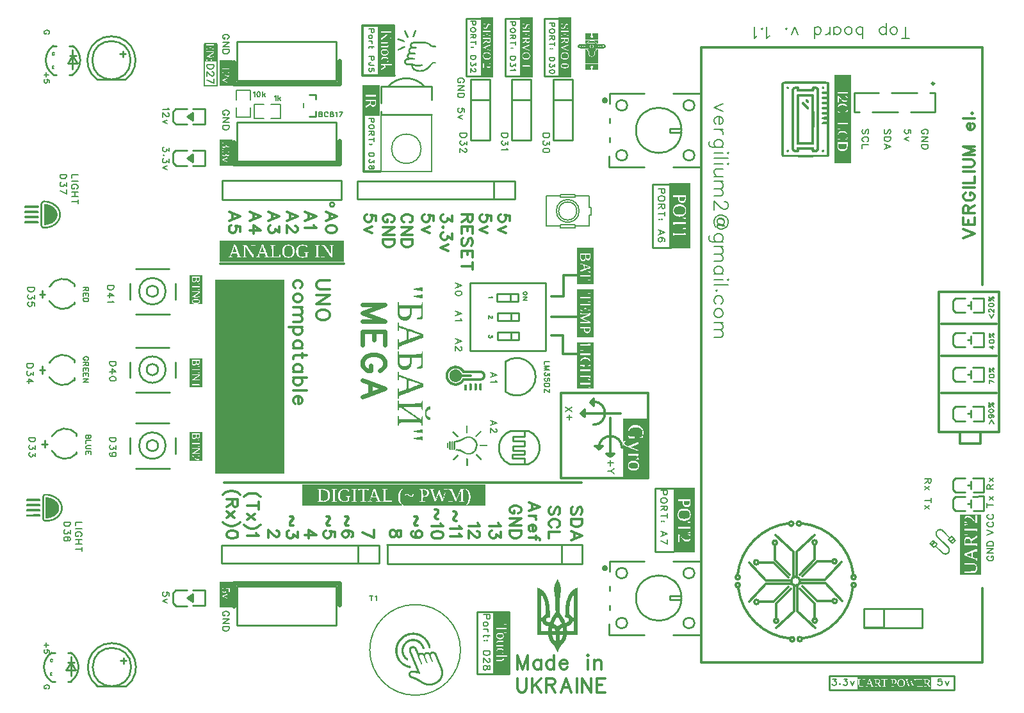
<source format=gto>
G04 Layer: TopSilkscreenLayer*
G04 EasyEDA Pro v2.2.40.8, 2025-09-21 19:41:23*
G04 Gerber Generator version 0.3*
G04 Scale: 100 percent, Rotated: No, Reflected: No*
G04 Dimensions in millimeters*
G04 Leading zeros omitted, absolute positions, 4 integers and 5 decimals*
G04 Generated by one-click*
%FSLAX45Y45*%
%MOMM*%
%ADD10C,0.3048*%
%ADD11C,0.2032*%
%ADD12C,0.6096*%
%ADD13C,0.1524*%
%ADD14C,0.254*%
%ADD15C,0.127*%
%ADD16C,0.2025*%
%ADD17C,0.2*%
%ADD18C,0.4*%
%ADD19C,0.3*%
G75*


G04 Image Start*
G36*
G01X10628101Y7204409D02*
G01X10427237Y7204200D01*
G01X10226373Y7204409D01*
G01X10160125Y7204671D01*
G01X10134896Y7205037D01*
G01X10134384Y7205554D01*
G01X10133548Y7205769D01*
G01X10130630Y7206751D01*
G01X10125057Y7209543D01*
G01X10122639Y7211406D01*
G01X10119564Y7214448D01*
G01X10116674Y7217772D01*
G01X10114807Y7220482D01*
G01X10112798Y7224320D01*
G01X10112117Y7226412D01*
G01X10111255Y7228587D01*
G01X10110985Y7230885D01*
G01X10110779Y7240017D01*
G01X10110523Y7297771D01*
G01X10110400Y7704200D01*
G01X10144356Y7704200D01*
G01X10144356Y7237989D01*
G01X10710119Y7237989D01*
G01X10710119Y7637267D01*
G01X10655643Y7637564D01*
G01X10653200Y7639016D01*
G01X10648961Y7642342D01*
G01X10646013Y7646340D01*
G01X10644341Y7650753D01*
G01X10643935Y7655324D01*
G01X10644781Y7659795D01*
G01X10646867Y7663910D01*
G01X10650181Y7667412D01*
G01X10654710Y7670044D01*
G01X10657598Y7671232D01*
G01X10710119Y7671547D01*
G01X10710119Y7703658D01*
G01X10683614Y7703807D01*
G01X10661090Y7704069D01*
G01X10657019Y7704344D01*
G01X10655233Y7704803D01*
G01X10652390Y7706313D01*
G01X10649935Y7708086D01*
G01X10647880Y7710106D01*
G01X10646235Y7712352D01*
G01X10645013Y7714805D01*
G01X10644226Y7717448D01*
G01X10643884Y7720260D01*
G01X10644000Y7723223D01*
G01X10644771Y7726353D01*
G01X10646262Y7729443D01*
G01X10648290Y7732190D01*
G01X10650674Y7734292D01*
G01X10653820Y7736358D01*
G01X10655419Y7736962D01*
G01X10657683Y7737350D01*
G01X10666156Y7737687D01*
G01X10683132Y7737789D01*
G01X10710132Y7737937D01*
G01X10710003Y7754143D01*
G01X10709874Y7770348D01*
G01X10683248Y7770592D01*
G01X10666527Y7770770D01*
G01X10657921Y7771147D01*
G01X10653882Y7772097D01*
G01X10650861Y7773991D01*
G01X10648237Y7776170D01*
G01X10646214Y7778722D01*
G01X10644802Y7781570D01*
G01X10644013Y7784642D01*
G01X10643857Y7787863D01*
G01X10644347Y7791160D01*
G01X10645492Y7794459D01*
G01X10647305Y7797685D01*
G01X10649395Y7799949D01*
G01X10653689Y7802828D01*
G01X10655643Y7804033D01*
G01X10682759Y7804277D01*
G01X10709874Y7804521D01*
G01X10709874Y7836740D01*
G01X10684224Y7836985D01*
G01X10666606Y7837216D01*
G01X10657205Y7837810D01*
G01X10654516Y7838400D01*
G01X10652595Y7839268D01*
G01X10649347Y7842093D01*
G01X10646704Y7845280D01*
G01X10644903Y7848695D01*
G01X10643935Y7852232D01*
G01X10643792Y7855784D01*
G01X10644467Y7859245D01*
G01X10645950Y7862506D01*
G01X10648234Y7865462D01*
G01X10651311Y7868006D01*
G01X10654180Y7869675D01*
G01X10658368Y7870545D01*
G01X10667072Y7870927D01*
G01X10683492Y7871131D01*
G01X10709874Y7871401D01*
G01X10710132Y7903377D01*
G01X10685484Y7903377D01*
G01X10666683Y7903509D01*
G01X10659461Y7903900D01*
G01X10655821Y7904853D01*
G01X10653670Y7905454D01*
G01X10651712Y7906381D01*
G01X10648411Y7909065D01*
G01X10645984Y7912616D01*
G01X10644498Y7916745D01*
G01X10644019Y7921163D01*
G01X10644614Y7925580D01*
G01X10646350Y7929708D01*
G01X10649292Y7933255D01*
G01X10652706Y7935756D01*
G01X10654820Y7936551D01*
G01X10657707Y7937111D01*
G01X10667294Y7937724D01*
G01X10684469Y7938000D01*
G01X10709874Y7938282D01*
G01X10709874Y7970014D01*
G01X10684469Y7970295D01*
G01X10667294Y7970571D01*
G01X10657707Y7971185D01*
G01X10654820Y7971744D01*
G01X10652706Y7972539D01*
G01X10649292Y7975040D01*
G01X10646350Y7978588D01*
G01X10644614Y7982715D01*
G01X10644019Y7987132D01*
G01X10644498Y7991550D01*
G01X10645984Y7995679D01*
G01X10648411Y7999231D01*
G01X10651712Y8001915D01*
G01X10653670Y8002841D01*
G01X10655821Y8003442D01*
G01X10659461Y8004395D01*
G01X10666683Y8004787D01*
G01X10685484Y8004919D01*
G01X10710132Y8004919D01*
G01X10709874Y8036894D01*
G01X10683492Y8037165D01*
G01X10667072Y8037369D01*
G01X10658368Y8037751D01*
G01X10654180Y8038621D01*
G01X10651311Y8040289D01*
G01X10648234Y8042833D01*
G01X10645950Y8045789D01*
G01X10644467Y8049051D01*
G01X10643792Y8052511D01*
G01X10643935Y8056063D01*
G01X10644903Y8059600D01*
G01X10646704Y8063016D01*
G01X10649347Y8066203D01*
G01X10652595Y8069027D01*
G01X10654516Y8069896D01*
G01X10657205Y8070485D01*
G01X10666606Y8071079D01*
G01X10684224Y8071310D01*
G01X10709874Y8071555D01*
G01X10710123Y8170411D01*
G01X10144356Y8170411D01*
G01X10144356Y7704200D01*
G01X10144356Y7704200D01*
G01X10110400Y7704200D01*
G01X10110523Y8110629D01*
G01X10110779Y8168383D01*
G01X10110985Y8177514D01*
G01X10111255Y8179813D01*
G01X10112117Y8181988D01*
G01X10112798Y8184080D01*
G01X10114807Y8187918D01*
G01X10116674Y8190628D01*
G01X10119564Y8193952D01*
G01X10122639Y8196993D01*
G01X10125057Y8198856D01*
G01X10130630Y8201649D01*
G01X10133548Y8202631D01*
G01X10134384Y8202846D01*
G01X10134896Y8203363D01*
G01X10160125Y8203729D01*
G01X10226373Y8203991D01*
G01X10427237Y8204200D01*
G01X10628101Y8203991D01*
G01X10694350Y8203729D01*
G01X10719578Y8203363D01*
G01X10720090Y8202846D01*
G01X10720927Y8202631D01*
G01X10723844Y8201649D01*
G01X10729417Y8198856D01*
G01X10731835Y8196993D01*
G01X10734910Y8193952D01*
G01X10737800Y8190628D01*
G01X10739667Y8187918D01*
G01X10741677Y8184080D01*
G01X10742357Y8181859D01*
G01X10742952Y8180270D01*
G01X10743865Y8177366D01*
G01X10744257Y8026673D01*
G01X10744200Y7701137D01*
G01X10743814Y7376521D01*
G01X10743219Y7228587D01*
G01X10742357Y7226412D01*
G01X10741677Y7224320D01*
G01X10739667Y7220482D01*
G01X10737800Y7217772D01*
G01X10734910Y7214448D01*
G01X10731835Y7211406D01*
G01X10729417Y7209543D01*
G01X10723844Y7206751D01*
G01X10720927Y7205769D01*
G01X10720090Y7205554D01*
G01X10719578Y7205037D01*
G01X10694350Y7204671D01*
G01X10628101Y7204409D01*
G37*
G36*
G01X10668401Y7273170D02*
G01X10663921Y7270916D01*
G01X10659369Y7270030D01*
G01X10657194Y7270183D01*
G01X10655153Y7270780D01*
G01X10653299Y7271853D01*
G01X10651681Y7273437D01*
G01X10650620Y7274114D01*
G01X10649573Y7274482D01*
G01X10648467Y7275499D01*
G01X10646320Y7278967D01*
G01X10644671Y7283487D01*
G01X10644008Y7288027D01*
G01X10644341Y7291582D01*
G01X10645297Y7294711D01*
G01X10646791Y7297409D01*
G01X10648740Y7299669D01*
G01X10651063Y7301486D01*
G01X10653675Y7302854D01*
G01X10656493Y7303765D01*
G01X10659435Y7304216D01*
G01X10662417Y7304198D01*
G01X10665356Y7303707D01*
G01X10668170Y7302735D01*
G01X10670775Y7301278D01*
G01X10673087Y7299329D01*
G01X10675025Y7296881D01*
G01X10676505Y7293930D01*
G01X10677443Y7290468D01*
G01X10677625Y7287935D01*
G01X10677330Y7285441D01*
G01X10676609Y7283018D01*
G01X10675513Y7280702D01*
G01X10672401Y7276522D01*
G01X10668401Y7273170D01*
G37*
G36*
G01X10193903Y7270530D02*
G01X10191303Y7270407D01*
G01X10188781Y7270733D01*
G01X10186399Y7271536D01*
G01X10184222Y7272843D01*
G01X10182312Y7274682D01*
G01X10180733Y7277083D01*
G01X10179610Y7278508D01*
G01X10178759Y7279393D01*
G01X10177944Y7281637D01*
G01X10177331Y7284626D01*
G01X10177090Y7287745D01*
G01X10177396Y7291295D01*
G01X10178291Y7294488D01*
G01X10179737Y7297287D01*
G01X10181698Y7299658D01*
G01X10184137Y7301564D01*
G01X10187017Y7302969D01*
G01X10190301Y7303839D01*
G01X10193953Y7304137D01*
G01X10198847Y7304137D01*
G01X10202503Y7301845D01*
G01X10205401Y7299744D01*
G01X10207122Y7297940D01*
G01X10209416Y7293620D01*
G01X10210267Y7290224D01*
G01X10210368Y7287165D01*
G01X10209914Y7284274D01*
G01X10208969Y7281578D01*
G01X10207595Y7279105D01*
G01X10205857Y7276883D01*
G01X10203817Y7274941D01*
G01X10199084Y7272008D01*
G01X10196518Y7271073D01*
G01X10193903Y7270530D01*
G37*
G36*
G01X10330503Y7271495D02*
G01X10324819Y7271093D01*
G01X10308709Y7270762D01*
G01X10292135Y7271070D01*
G01X10285873Y7271464D01*
G01X10282132Y7272020D01*
G01X10275696Y7274049D01*
G01X10272849Y7275370D01*
G01X10270793Y7276321D01*
G01X10268901Y7277335D01*
G01X10267722Y7278020D01*
G01X10263804Y7280652D01*
G01X10258299Y7285449D01*
G01X10253498Y7290949D01*
G01X10250864Y7294864D01*
G01X10250179Y7296042D01*
G01X10249164Y7297933D01*
G01X10248213Y7299987D01*
G01X10246897Y7302813D01*
G01X10244853Y7309263D01*
G01X10243780Y7312925D01*
G01X10243780Y7704200D01*
G01X10277142Y7704200D01*
G01X10277352Y7440282D01*
G01X10277613Y7352905D01*
G01X10277979Y7319026D01*
G01X10278713Y7315914D01*
G01X10279032Y7314682D01*
G01X10279896Y7313166D01*
G01X10282706Y7309837D01*
G01X10286039Y7307029D01*
G01X10287556Y7306165D01*
G01X10288789Y7305846D01*
G01X10291903Y7305113D01*
G01X10296001Y7304460D01*
G01X10301722Y7304295D01*
G01X10306927Y7304592D01*
G01X10308667Y7304906D01*
G01X10309475Y7305325D01*
G01X10309836Y7308255D01*
G01X10309980Y7314159D01*
G01X10310162Y7319786D01*
G01X10310693Y7324272D01*
G01X10311549Y7327490D01*
G01X10312707Y7329311D01*
G01X10313401Y7330467D01*
G01X10313711Y7331356D01*
G01X10314567Y7332383D01*
G01X10317467Y7334571D01*
G01X10321200Y7336477D01*
G01X10324865Y7337544D01*
G01X10358329Y7337954D01*
G01X10427237Y7338090D01*
G01X10496144Y7337954D01*
G01X10529609Y7337544D01*
G01X10533181Y7336734D01*
G01X10536243Y7335357D01*
G01X10538804Y7333396D01*
G01X10540876Y7330834D01*
G01X10542469Y7327654D01*
G01X10543595Y7323839D01*
G01X10544264Y7319372D01*
G01X10544488Y7314235D01*
G01X10544637Y7308278D01*
G01X10545000Y7305325D01*
G01X10545807Y7304906D01*
G01X10545807Y7304906D01*
G01X10547547Y7304592D01*
G01X10552752Y7304295D01*
G01X10558474Y7304460D01*
G01X10562571Y7305113D01*
G01X10565686Y7305846D01*
G01X10566919Y7306165D01*
G01X10568436Y7307029D01*
G01X10571768Y7309837D01*
G01X10574578Y7313166D01*
G01X10575442Y7314682D01*
G01X10575761Y7315914D01*
G01X10576495Y7319026D01*
G01X10576840Y7352869D01*
G01X10577086Y7440264D01*
G01X10577282Y7704293D01*
G01X10577086Y7968275D01*
G01X10576840Y8055612D01*
G01X10576495Y8089373D01*
G01X10575799Y8092302D01*
G01X10575455Y8093605D01*
G01X10574583Y8095171D01*
G01X10571784Y8098554D01*
G01X10568465Y8101373D01*
G01X10566941Y8102236D01*
G01X10565686Y8102553D01*
G01X10562571Y8103286D01*
G01X10558474Y8103940D01*
G01X10552752Y8104105D01*
G01X10547547Y8103808D01*
G01X10545807Y8103494D01*
G01X10545000Y8103075D01*
G01X10544638Y8100145D01*
G01X10544494Y8094241D01*
G01X10544312Y8088614D01*
G01X10543781Y8084128D01*
G01X10542926Y8080910D01*
G01X10541768Y8079089D01*
G01X10541074Y8077933D01*
G01X10540763Y8077044D01*
G01X10539907Y8076017D01*
G01X10537007Y8073829D01*
G01X10533275Y8071923D01*
G01X10529610Y8070856D01*
G01X10496145Y8070446D01*
G01X10427237Y8070310D01*
G01X10358329Y8070446D01*
G01X10324865Y8070856D01*
G01X10321200Y8071923D01*
G01X10317467Y8073829D01*
G01X10314567Y8076017D01*
G01X10313711Y8077044D01*
G01X10313401Y8077933D01*
G01X10312707Y8079089D01*
G01X10311549Y8080910D01*
G01X10310693Y8084128D01*
G01X10310162Y8088614D01*
G01X10309980Y8094241D01*
G01X10309836Y8100145D01*
G01X10309475Y8103075D01*
G01X10308667Y8103494D01*
G01X10306927Y8103808D01*
G01X10301722Y8104105D01*
G01X10296001Y8103940D01*
G01X10291903Y8103286D01*
G01X10288789Y8102553D01*
G01X10287556Y8102234D01*
G01X10286039Y8101371D01*
G01X10282706Y8098563D01*
G01X10279896Y8095233D01*
G01X10279032Y8093718D01*
G01X10278713Y8092486D01*
G01X10277979Y8089373D01*
G01X10277613Y8055495D01*
G01X10277352Y7968118D01*
G01X10277142Y7704200D01*
G01X10243780Y7704200D01*
G01X10243780Y8095475D01*
G01X10244853Y8099137D01*
G01X10246897Y8105587D01*
G01X10248213Y8108412D01*
G01X10249164Y8110467D01*
G01X10250179Y8112358D01*
G01X10250864Y8113536D01*
G01X10253498Y8117451D01*
G01X10258299Y8122951D01*
G01X10263804Y8127748D01*
G01X10267722Y8130380D01*
G01X10268901Y8131065D01*
G01X10270793Y8132079D01*
G01X10272849Y8133029D01*
G01X10275696Y8134350D01*
G01X10282132Y8136380D01*
G01X10285873Y8136936D01*
G01X10292135Y8137330D01*
G01X10308709Y8137637D01*
G01X10324819Y8137307D01*
G01X10330503Y8136904D01*
G01X10333432Y8136344D01*
G01X10338289Y8133495D01*
G01X10339719Y8132003D01*
G01X10341261Y8129817D01*
G01X10342703Y8127097D01*
G01X10343597Y8123784D01*
G01X10344053Y8119239D01*
G01X10344180Y8112822D01*
G01X10344180Y8105459D01*
G01X10345434Y8104983D01*
G01X10371479Y8104617D01*
G01X10427237Y8104495D01*
G01X10482996Y8104617D01*
G01X10509041Y8104983D01*
G01X10510294Y8105459D01*
G01X10510294Y8112822D01*
G01X10510713Y8122213D01*
G01X10511332Y8125686D01*
G01X10512308Y8128528D01*
G01X10513704Y8130876D01*
G01X10515583Y8132870D01*
G01X10518008Y8134646D01*
G01X10521042Y8136344D01*
G01X10523972Y8136904D01*
G01X10529655Y8137307D01*
G01X10545765Y8137637D01*
G01X10562339Y8137330D01*
G01X10568602Y8136936D01*
G01X10572342Y8136380D01*
G01X10578778Y8134350D01*
G01X10581625Y8133029D01*
G01X10583681Y8132079D01*
G01X10585573Y8131065D01*
G01X10586753Y8130380D01*
G01X10590670Y8127748D01*
G01X10596175Y8122951D01*
G01X10600976Y8117451D01*
G01X10603610Y8113536D01*
G01X10604295Y8112358D01*
G01X10605311Y8110467D01*
G01X10606262Y8108412D01*
G01X10608459Y8102857D01*
G01X10610581Y8094743D01*
G01X10610729Y7702979D01*
G01X10610650Y7312436D01*
G01X10609600Y7309019D01*
G01X10607500Y7302601D01*
G01X10606262Y7299987D01*
G01X10605311Y7297933D01*
G01X10604295Y7296042D01*
G01X10603610Y7294864D01*
G01X10600976Y7290949D01*
G01X10596175Y7285449D01*
G01X10590670Y7280652D01*
G01X10586753Y7278020D01*
G01X10585573Y7277335D01*
G01X10583681Y7276321D01*
G01X10581625Y7275370D01*
G01X10578778Y7274049D01*
G01X10572342Y7272020D01*
G01X10568602Y7271464D01*
G01X10562339Y7271070D01*
G01X10545765Y7270762D01*
G01X10529655Y7271093D01*
G01X10523972Y7271495D01*
G01X10521042Y7272056D01*
G01X10516185Y7274905D01*
G01X10514755Y7276397D01*
G01X10513214Y7278583D01*
G01X10511771Y7281303D01*
G01X10510877Y7284616D01*
G01X10510421Y7289161D01*
G01X10510294Y7295578D01*
G01X10510294Y7302941D01*
G01X10509041Y7303417D01*
G01X10482996Y7303783D01*
G01X10427237Y7303905D01*
G01X10371479Y7303783D01*
G01X10345434Y7303417D01*
G01X10344180Y7302941D01*
G01X10344180Y7295578D01*
G01X10343761Y7286187D01*
G01X10343142Y7282714D01*
G01X10342166Y7279872D01*
G01X10340770Y7277524D01*
G01X10338891Y7275530D01*
G01X10336466Y7273753D01*
G01X10333432Y7272056D01*
G01X10330503Y7271495D01*
G37*
G36*
G01X10525427Y7370632D02*
G01X10510893Y7370411D01*
G01X10427237Y7370286D01*
G01X10343581Y7370411D01*
G01X10329047Y7370632D01*
G01X10324638Y7371018D01*
G01X10321523Y7371751D01*
G01X10320203Y7372024D01*
G01X10318731Y7372788D01*
G01X10315634Y7375464D01*
G01X10312836Y7379126D01*
G01X10310943Y7383124D01*
G01X10310452Y7411890D01*
G01X10310101Y7484802D01*
G01X10309821Y7704058D01*
G01X10344038Y7704058D01*
G01X10344316Y7499305D01*
G01X10344636Y7431682D01*
G01X10345074Y7405754D01*
G01X10352508Y7405325D01*
G01X10371211Y7405025D01*
G01X10371211Y7405025D01*
G01X10427378Y7404806D01*
G01X10483497Y7405083D01*
G01X10502137Y7405402D01*
G01X10509485Y7405839D01*
G01X10509916Y7431853D01*
G01X10510217Y7499538D01*
G01X10510436Y7704341D01*
G01X10510159Y7909095D01*
G01X10509839Y7976718D01*
G01X10509400Y8002646D01*
G01X10501966Y8003075D01*
G01X10483264Y8003375D01*
G01X10427096Y8003594D01*
G01X10370978Y8003317D01*
G01X10352337Y8002998D01*
G01X10344989Y8002561D01*
G01X10344558Y7976546D01*
G01X10344257Y7908861D01*
G01X10344038Y7704058D01*
G01X10309821Y7704058D01*
G01X10309821Y7704200D01*
G01X10310101Y7923598D01*
G01X10310452Y7996510D01*
G01X10310943Y8025276D01*
G01X10312836Y8029274D01*
G01X10315634Y8032936D01*
G01X10318731Y8035612D01*
G01X10320203Y8036376D01*
G01X10321523Y8036649D01*
G01X10324638Y8037382D01*
G01X10329047Y8037768D01*
G01X10343581Y8037989D01*
G01X10427237Y8038114D01*
G01X10510893Y8037989D01*
G01X10525427Y8037768D01*
G01X10529836Y8037382D01*
G01X10532952Y8036649D01*
G01X10534130Y8036333D01*
G01X10535619Y8035480D01*
G01X10538957Y8032720D01*
G01X10541813Y8029483D01*
G01X10542700Y8028035D01*
G01X10543034Y8026886D01*
G01X10543747Y8024201D01*
G01X10544096Y7995975D01*
G01X10544345Y7923371D01*
G01X10544545Y7704200D01*
G01X10544345Y7485029D01*
G01X10544096Y7412425D01*
G01X10543747Y7384199D01*
G01X10543034Y7381514D01*
G01X10542700Y7380365D01*
G01X10541813Y7378917D01*
G01X10538957Y7375680D01*
G01X10535619Y7372920D01*
G01X10534130Y7372067D01*
G01X10532952Y7371751D01*
G01X10529836Y7371018D01*
G01X10525427Y7370632D01*
G37*
G36*
G01X10466929Y7838749D02*
G01X10463811Y7837733D01*
G01X10460590Y7837381D01*
G01X10457328Y7837707D01*
G01X10454089Y7838726D01*
G01X10450936Y7840451D01*
G01X10438822Y7851984D01*
G01X10415049Y7875545D01*
G01X10391465Y7899294D01*
G01X10379922Y7911395D01*
G01X10378332Y7914512D01*
G01X10377099Y7919797D01*
G01X10376978Y7923250D01*
G01X10377852Y7926596D01*
G01X10379582Y7929708D01*
G01X10382028Y7932459D01*
G01X10385050Y7934719D01*
G01X10388509Y7936362D01*
G01X10392265Y7937259D01*
G01X10396180Y7937283D01*
G01X10398404Y7936919D01*
G01X10400634Y7936099D01*
G01X10403344Y7934410D01*
G01X10407009Y7931437D01*
G01X10419104Y7919981D01*
G01X10440718Y7898418D01*
G01X10460201Y7878793D01*
G01X10470797Y7867725D01*
G01X10475326Y7862100D01*
G01X10476198Y7860357D01*
G01X10476610Y7858808D01*
G01X10477365Y7856061D01*
G01X10477510Y7854398D01*
G01X10476987Y7851313D01*
G01X10476067Y7847999D01*
G01X10475018Y7845650D01*
G01X10472596Y7842722D01*
G01X10469878Y7840417D01*
G01X10466929Y7838749D01*
G37*
G36*
G01X10469977Y7923505D02*
G01X10466445Y7921824D01*
G01X10462540Y7920996D01*
G01X10458431Y7921079D01*
G01X10454288Y7922132D01*
G01X10450284Y7924210D01*
G01X10440094Y7933875D01*
G01X10430400Y7944113D01*
G01X10428244Y7948246D01*
G01X10427112Y7952577D01*
G01X10427060Y7956709D01*
G01X10428144Y7960243D01*
G01X10429194Y7962683D01*
G01X10430249Y7964512D01*
G01X10432826Y7966831D01*
G01X10436069Y7968984D01*
G01X10439123Y7970313D01*
G01X10442154Y7970990D01*
G01X10444799Y7971245D01*
G01X10447249Y7970988D01*
G01X10449695Y7970126D01*
G01X10452328Y7968569D01*
G01X10455340Y7966226D01*
G01X10463262Y7958819D01*
G01X10469396Y7952617D01*
G01X10473354Y7948111D01*
G01X10475602Y7944707D01*
G01X10476607Y7941812D01*
G01X10477365Y7939052D01*
G01X10477411Y7937428D01*
G01X10476620Y7933094D01*
G01X10475235Y7929198D01*
G01X10472963Y7925982D01*
G01X10469977Y7923505D01*
G37*
G36*
G01X10663302Y8104420D02*
G01X10660399Y8104172D01*
G01X10657489Y8104394D01*
G01X10654646Y8105108D01*
G01X10651939Y8106339D01*
G01X10649440Y8108110D01*
G01X10647222Y8110444D01*
G01X10645355Y8113365D01*
G01X10644307Y8116399D01*
G01X10643992Y8119800D01*
G01X10644336Y8123355D01*
G01X10645264Y8126853D01*
G01X10646703Y8130084D01*
G01X10648578Y8132837D01*
G01X10650815Y8134900D01*
G01X10653339Y8136062D01*
G01X10655630Y8137044D01*
G01X10658307Y8138106D01*
G01X10661436Y8138129D01*
G01X10664798Y8137245D01*
G01X10668170Y8135587D01*
G01X10671334Y8133289D01*
G01X10674069Y8130485D01*
G01X10676154Y8127307D01*
G01X10677370Y8123889D01*
G01X10677737Y8120476D01*
G01X10677454Y8117320D01*
G01X10676594Y8114445D01*
G01X10675228Y8111875D01*
G01X10673426Y8109633D01*
G01X10671262Y8107743D01*
G01X10668805Y8106229D01*
G01X10666128Y8105113D01*
G01X10663302Y8104420D01*
G37*
G36*
G01X10206319Y8109687D02*
G01X10202358Y8106440D01*
G01X10198831Y8104263D01*
G01X10193457Y8104290D01*
G01X10188083Y8104318D01*
G01X10185001Y8106452D01*
G01X10182626Y8108436D01*
G01X10180577Y8110807D01*
G01X10178902Y8113442D01*
G01X10177647Y8116214D01*
G01X10176857Y8119000D01*
G01X10176578Y8121673D01*
G01X10176857Y8124110D01*
G01X10177739Y8126184D01*
G01X10178703Y8128433D01*
G01X10179616Y8130913D01*
G01X10180987Y8132973D01*
G01X10182748Y8134624D01*
G01X10184830Y8135875D01*
G01X10187166Y8136737D01*
G01X10189688Y8137220D01*
G01X10195022Y8137094D01*
G01X10200289Y8135580D01*
G01X10202729Y8134328D01*
G01X10204949Y8132761D01*
G01X10206882Y8130889D01*
G01X10208460Y8128722D01*
G01X10209615Y8126271D01*
G01X10210281Y8123546D01*
G01X10210329Y8118344D01*
G01X10208993Y8113689D01*
G01X10206319Y8109687D01*
G37*
G36*
G01X7150475Y648791D02*
G01X7150286Y648555D01*
G01X7150100Y648319D01*
G01X7149512Y648907D01*
G01X7137341Y678568D01*
G01X7125170Y708232D01*
G01X7122281Y714066D01*
G01X7119392Y719903D01*
G01X7111428Y733140D01*
G01X7107454Y738518D01*
G01X7103478Y743896D01*
G01X7094641Y752954D01*
G01X7085801Y762012D01*
G01X7081517Y766824D01*
G01X7077235Y771636D01*
G01X7072757Y777309D01*
G01X7068279Y782985D01*
G01X7060916Y793448D01*
G01X7051508Y808998D01*
G01X7047333Y817490D01*
G01X7043155Y825980D01*
G01X7040772Y831924D01*
G01X7038389Y837870D01*
G01X7036716Y842682D01*
G01X7035041Y847494D01*
G01X7030195Y864483D01*
G01X7028569Y872824D01*
G01X7026941Y881165D01*
G01X6883400Y881175D01*
G01X7080452Y881175D01*
G01X7080452Y880168D01*
G01X7081887Y874586D01*
G01X7083319Y869005D01*
G01X7085079Y863627D01*
G01X7086836Y858249D01*
G01X7089018Y852735D01*
G01X7091198Y847218D01*
G01X7094852Y839932D01*
G01X7098503Y832643D01*
G01X7101720Y827330D01*
G01X7104937Y822019D01*
G01X7108375Y817207D01*
G01X7111811Y812395D01*
G01X7116659Y806539D01*
G01X7121504Y800682D01*
G01X7122445Y799605D01*
G01X7123386Y798525D01*
G01X7123386Y798525D01*
G01X7124053Y798525D01*
G01X7176147Y798525D01*
G01X7176715Y798525D01*
G01X7180960Y803211D01*
G01X7184688Y807851D01*
G01X7188414Y812490D01*
G01X7195171Y822019D01*
G01X7198363Y827189D01*
G01X7201553Y832358D01*
G01X7205276Y839788D01*
G01X7209002Y847218D01*
G01X7211182Y852735D01*
G01X7213364Y858249D01*
G01X7215121Y863627D01*
G01X7216881Y869005D01*
G01X7218313Y874586D01*
G01X7219748Y880168D01*
G01X7219748Y881175D01*
G01X7176147Y881175D01*
G01X7176147Y798525D01*
G01X7176147Y798525D01*
G01X7124053Y798525D01*
G01X7124053Y881175D01*
G01X7080452Y881175D01*
G01X6883400Y881175D01*
G01X6883400Y933824D01*
G01X6936059Y933824D01*
G01X7023731Y933824D01*
G01X7076334Y933824D01*
G01X7123487Y933824D01*
G01X7123487Y934849D01*
G01X7176713Y934849D01*
G01X7176713Y933824D01*
G01X7223866Y933824D01*
G01X7223474Y939343D01*
G01X7223079Y944863D01*
G01X7221972Y953638D01*
G01X7220865Y962411D01*
G01X7219430Y970054D01*
G01X7217998Y977695D01*
G01X7217703Y978688D01*
G01X7217407Y979678D01*
G01X7216737Y979661D01*
G01X7216067Y979641D01*
G01X7211820Y977874D01*
G01X7207573Y976104D01*
G01X7198189Y970054D01*
G01X7193064Y965113D01*
G01X7187940Y960175D01*
G01X7184924Y955631D01*
G01X7181908Y951089D01*
G01X7180416Y947704D01*
G01X7178927Y944319D01*
G01X7177820Y940098D01*
G01X7176713Y935874D01*
G01X7176713Y934849D01*
G01X7176713Y934849D01*
G01X7123487Y934849D01*
G01X7123487Y935874D01*
G01X7122380Y940098D01*
G01X7121273Y944319D01*
G01X7119784Y947704D01*
G01X7118292Y951089D01*
G01X7115276Y955631D01*
G01X7112260Y960175D01*
G01X7107241Y965011D01*
G01X7102219Y969851D01*
G01X7097902Y972762D01*
G01X7093586Y975675D01*
G01X7088750Y977675D01*
G01X7083915Y979678D01*
G01X7082793Y979678D01*
G01X7082500Y978688D01*
G01X7082207Y977695D01*
G01X7079397Y962979D01*
G01X7078260Y953921D01*
G01X7077121Y944863D01*
G01X7076728Y939343D01*
G01X7076334Y933824D01*
G01X7076334Y933824D01*
G01X7023731Y933824D01*
G01X7024081Y938212D01*
G01X7024431Y942597D01*
G01X7025005Y949392D01*
G01X7025581Y956184D01*
G01X7026956Y965808D01*
G01X7028334Y975432D01*
G01X7030054Y983924D01*
G01X7031774Y992414D01*
G01X7032060Y993327D01*
G01X7032347Y994241D01*
G01X7267853Y994241D01*
G01X7268468Y992300D01*
G01X7271204Y978829D01*
G01X7272117Y973169D01*
G01X7273031Y967505D01*
G01X7274709Y955052D01*
G01X7276357Y935239D01*
G01X7276372Y933824D01*
G01X7276372Y933824D01*
G01X7364143Y933824D01*
G01X7363999Y997085D01*
G01X7363855Y1060348D01*
G01X7349393Y1060665D01*
G01X7348743Y1058650D01*
G01X7347581Y1055536D01*
G01X7346422Y1052421D01*
G01X7340872Y1041665D01*
G01X7337508Y1037136D01*
G01X7334147Y1032607D01*
G01X7329183Y1027592D01*
G01X7324218Y1022574D01*
G01X7319973Y1019345D01*
G01X7315726Y1016117D01*
G01X7313177Y1014389D01*
G01X7310630Y1012660D01*
G01X7299872Y1006694D01*
G01X7292509Y1003438D01*
G01X7285149Y1000182D01*
G01X7267853Y994241D01*
G01X7032347Y994241D01*
G01X7015051Y1000182D01*
G01X7007691Y1003438D01*
G01X7000328Y1006694D01*
G01X6989570Y1012660D01*
G01X6987023Y1014389D01*
G01X6984474Y1016117D01*
G01X6980187Y1019358D01*
G01X6975900Y1022596D01*
G01X6971206Y1027319D01*
G01X6968327Y1030217D01*
G01X7097979Y1030217D01*
G01X7106782Y1027101D01*
G01X7112851Y1024391D01*
G01X7118917Y1021678D01*
G01X7124741Y1017879D01*
G01X7130564Y1014077D01*
G01X7138493Y1007778D01*
G01X7138493Y1007778D01*
G01X7150100Y996447D01*
G01X7161707Y1007778D01*
G01X7169636Y1014077D01*
G01X7175459Y1017879D01*
G01X7181280Y1021678D01*
G01X7187349Y1024391D01*
G01X7193418Y1027101D01*
G01X7202221Y1030217D01*
G01X7201861Y1031414D01*
G01X7201498Y1032607D01*
G01X7194414Y1050158D01*
G01X7190308Y1059216D01*
G01X7186205Y1068272D01*
G01X7182233Y1076198D01*
G01X7178264Y1084125D01*
G01X7173997Y1092049D01*
G01X7169730Y1099975D01*
G01X7164932Y1108182D01*
G01X7160136Y1116391D01*
G01X7155283Y1124176D01*
G01X7150430Y1131959D01*
G01X7149685Y1131959D01*
G01X7143164Y1121345D01*
G01X7136646Y1110731D01*
G01X7131977Y1102521D01*
G01X7127308Y1094314D01*
G01X7120903Y1081859D01*
G01X7114496Y1069406D01*
G01X7110016Y1059499D01*
G01X7105538Y1049592D01*
G01X7098702Y1032607D01*
G01X7098339Y1031414D01*
G01X7097979Y1030217D01*
G01X6968327Y1030217D01*
G01X6966515Y1032042D01*
G01X6962878Y1036854D01*
G01X6959244Y1041665D01*
G01X6955893Y1048458D01*
G01X6952539Y1055253D01*
G01X6951720Y1057799D01*
G01X6950899Y1060348D01*
G01X6943874Y1060504D01*
G01X6936849Y1060663D01*
G01X6936454Y1060268D01*
G01X6936059Y1059876D01*
G01X6936059Y933824D01*
G01X6936059Y933824D01*
G01X6883400Y933824D01*
G01X6883400Y1264496D01*
G01X6936059Y1264496D01*
G01X6936059Y1112711D01*
G01X6951340Y1112711D01*
G01X6953900Y1118188D01*
G01X6956461Y1123668D01*
G01X6963690Y1134508D01*
G01X6968518Y1139424D01*
G01X6973343Y1144340D01*
G01X6977494Y1147393D01*
G01X6981642Y1150445D01*
G01X6985149Y1152487D01*
G01X6988654Y1154530D01*
G01X6996364Y1157925D01*
G01X6996449Y1173954D01*
G01X6996533Y1189986D01*
G01X6996037Y1200175D01*
G01X6995538Y1210365D01*
G01X6994664Y1223101D01*
G01X6993790Y1235840D01*
G01X6991546Y1257917D01*
G01X6990685Y1264709D01*
G01X6989823Y1271504D01*
G01X6988389Y1280845D01*
G01X6986954Y1290183D01*
G01X6984973Y1300376D01*
G01X6982990Y1310566D01*
G01X6980500Y1320755D01*
G01X6978008Y1330945D01*
G01X6975178Y1340284D01*
G01X6972348Y1349625D01*
G01X6969796Y1356544D01*
G01X6967242Y1363463D01*
G01X6964889Y1368999D01*
G01X6962533Y1374533D01*
G01X6958695Y1382177D01*
G01X6954855Y1389818D01*
G01X6951095Y1396000D01*
G01X6947331Y1402182D01*
G01X6942595Y1408485D01*
G01X6937861Y1414786D01*
G01X6936059Y1416280D01*
G01X6936059Y1264496D01*
G01X6936059Y1264496D01*
G01X6883400Y1264496D01*
G01X6883400Y1509671D01*
G01X6884815Y1509090D01*
G01X6925981Y1490279D01*
G01X6933428Y1486023D01*
G01X6940873Y1481769D01*
G01X6946614Y1477667D01*
G01X6952353Y1473567D01*
G01X6955672Y1470768D01*
G01X6958993Y1467966D01*
G01X6963404Y1464005D01*
G01X6967813Y1460042D01*
G01X6973646Y1453518D01*
G01X6979477Y1446996D01*
G01X6984201Y1440767D01*
G01X6988927Y1434540D01*
G01X6995108Y1424966D01*
G01X6997635Y1420695D01*
G01X7000162Y1416427D01*
G01X7003747Y1409632D01*
G01X7007333Y1402839D01*
G01X7010838Y1394913D01*
G01X7014346Y1386989D01*
G01X7016751Y1380760D01*
G01X7019157Y1374533D01*
G01X7022024Y1366036D01*
G01X7024888Y1357539D01*
G01X7027433Y1348488D01*
G01X7029977Y1339435D01*
G01X7031970Y1330945D01*
G01X7033963Y1322453D01*
G01X7035654Y1314243D01*
G01X7037342Y1306036D01*
G01X7039065Y1295564D01*
G01X7040790Y1285089D01*
G01X7041904Y1276882D01*
G01X7043019Y1268672D01*
G01X7043885Y1261031D01*
G01X7044752Y1253388D01*
G01X7045610Y1243481D01*
G01X7046472Y1233574D01*
G01X7046770Y1230179D01*
G01X7047070Y1226782D01*
G01X7048788Y1196778D01*
G01X7049468Y1128279D01*
G01X7048629Y1110554D01*
G01X7033539Y1110326D01*
G01X7018449Y1110095D01*
G01X7015200Y1108817D01*
G01X7011948Y1107539D01*
G01X7006556Y1103842D01*
G01X7004429Y1101060D01*
G01X7002302Y1098275D01*
G01X7001095Y1095163D01*
G01X6999887Y1092049D01*
G01X6999370Y1082990D01*
G01X7000274Y1079134D01*
G01X7001180Y1075277D01*
G01X7002736Y1072076D01*
G01X7004293Y1068877D01*
G01X7010970Y1061725D01*
G01X7015560Y1058692D01*
G01X7020147Y1055660D01*
G01X7023664Y1053903D01*
G01X7027182Y1052143D01*
G01X7031593Y1050376D01*
G01X7036001Y1048607D01*
G01X7047266Y1044780D01*
G01X7047611Y1044780D01*
G01X7047611Y1045941D01*
G01X7056225Y1067706D01*
G01X7065583Y1088651D01*
G01X7071900Y1101273D01*
G01X7078215Y1113892D01*
G01X7087420Y1130544D01*
G01X7094370Y1142186D01*
G01X7101323Y1153828D01*
G01X7109788Y1166529D01*
G01X7118252Y1179228D01*
G01X7124170Y1187154D01*
G01X7123820Y1224233D01*
G01X7123472Y1261314D01*
G01X7122936Y1276316D01*
G01X7122403Y1291318D01*
G01X7122063Y1298959D01*
G01X7121722Y1306602D01*
G01X7120613Y1324433D01*
G01X7119503Y1342267D01*
G01X7118644Y1352739D01*
G01X7117783Y1363212D01*
G01X7116068Y1380477D01*
G01X7114353Y1397744D01*
G01X7112399Y1413595D01*
G01X7110448Y1429445D01*
G01X7108209Y1445013D01*
G01X7105967Y1460581D01*
G01X7105265Y1466810D01*
G01X7104560Y1473036D01*
G01X7104552Y1487189D01*
G01X7104545Y1501340D01*
G01X7105575Y1508135D01*
G01X7106605Y1514927D01*
G01X7108015Y1521719D01*
G01X7109425Y1528514D01*
G01X7113273Y1542749D01*
G01X7118838Y1559084D01*
G01X7120325Y1562947D01*
G01X7121812Y1566814D01*
G01X7124741Y1573420D01*
G01X7127668Y1580029D01*
G01X7131426Y1587672D01*
G01X7135181Y1595314D01*
G01X7149728Y1625600D01*
G01X7150477Y1625600D01*
G01X7165321Y1594748D01*
G01X7175707Y1573237D01*
G01X7178676Y1565876D01*
G01X7181647Y1558518D01*
G01X7187446Y1540967D01*
G01X7190777Y1528514D01*
G01X7192187Y1521719D01*
G01X7193595Y1514927D01*
G01X7194625Y1508135D01*
G01X7195655Y1501340D01*
G01X7195648Y1487189D01*
G01X7195638Y1473036D01*
G01X7194925Y1466810D01*
G01X7194215Y1460581D01*
G01X7189767Y1429445D01*
G01X7185800Y1397744D01*
G01X7184361Y1383309D01*
G01X7182918Y1368873D01*
G01X7181796Y1355568D01*
G01X7180672Y1342267D01*
G01X7179565Y1324433D01*
G01X7178455Y1306602D01*
G01X7177859Y1292449D01*
G01X7177266Y1278296D01*
G01X7176159Y1229611D01*
G01X7176154Y1208380D01*
G01X7176147Y1187149D01*
G01X7183087Y1177530D01*
G01X7190998Y1165643D01*
G01X7198912Y1153753D01*
G01X7205845Y1142149D01*
G01X7212780Y1130544D01*
G01X7222183Y1113560D01*
G01X7237042Y1083556D01*
G01X7242469Y1070820D01*
G01X7247895Y1058082D01*
G01X7250345Y1051572D01*
G01X7252792Y1045063D01*
G01X7252959Y1044787D01*
G01X7258579Y1046696D01*
G01X7264199Y1048607D01*
G01X7268607Y1050376D01*
G01X7273018Y1052143D01*
G01X7276536Y1053903D01*
G01X7280053Y1055660D01*
G01X7284640Y1058692D01*
G01X7289230Y1061725D01*
G01X7295907Y1068877D01*
G01X7297464Y1072076D01*
G01X7299020Y1075277D01*
G01X7299926Y1079134D01*
G01X7300830Y1082990D01*
G01X7300572Y1087520D01*
G01X7300311Y1092049D01*
G01X7299105Y1095163D01*
G01X7297898Y1098275D01*
G01X7295768Y1101060D01*
G01X7293641Y1103842D01*
G01X7288250Y1107539D01*
G01X7281751Y1110095D01*
G01X7266661Y1110326D01*
G01X7251569Y1110554D01*
G01X7251152Y1118851D01*
G01X7250732Y1127147D01*
G01X7251027Y1158032D01*
G01X7303550Y1158032D01*
G01X7309498Y1155485D01*
G01X7312611Y1153842D01*
G01X7315726Y1152197D01*
G01X7323247Y1147174D01*
G01X7330868Y1140588D01*
G01X7334271Y1136699D01*
G01X7337672Y1132808D01*
G01X7340760Y1128122D01*
G01X7343848Y1123434D01*
G01X7346353Y1118074D01*
G01X7348860Y1112711D01*
G01X7348860Y1112711D01*
G01X7364138Y1112711D01*
G01X7364138Y1416144D01*
G01X7363622Y1416144D01*
G01X7357505Y1408500D01*
G01X7354673Y1404537D01*
G01X7351838Y1400574D01*
G01X7345037Y1389252D01*
G01X7341351Y1381894D01*
G01X7337665Y1374533D01*
G01X7335311Y1368999D01*
G01X7332958Y1363463D01*
G01X7327850Y1349625D01*
G01X7325022Y1340284D01*
G01X7322192Y1330945D01*
G01X7317208Y1310566D01*
G01X7315227Y1300376D01*
G01X7313246Y1290183D01*
G01X7311811Y1280845D01*
G01X7310377Y1271504D01*
G01X7309515Y1264709D01*
G01X7308654Y1257917D01*
G01X7306420Y1235840D01*
G01X7305566Y1223667D01*
G01X7304712Y1211497D01*
G01X7304134Y1199324D01*
G01X7303555Y1187154D01*
G01X7303553Y1172592D01*
G01X7303550Y1158032D01*
G01X7251027Y1158032D01*
G01X7251402Y1197344D01*
G01X7253170Y1227347D01*
G01X7254324Y1240652D01*
G01X7255478Y1253953D01*
G01X7257737Y1273201D01*
G01X7258877Y1281128D01*
G01X7260013Y1289052D01*
G01X7261699Y1298931D01*
G01X7263382Y1308813D01*
G01X7264544Y1314501D01*
G01X7265708Y1320187D01*
G01X7270226Y1339435D01*
G01X7272199Y1346513D01*
G01X7274175Y1353588D01*
G01X7276483Y1360949D01*
G01X7278789Y1368307D01*
G01X7285407Y1385981D01*
G01X7289138Y1394409D01*
G01X7292869Y1402839D01*
G01X7296453Y1409632D01*
G01X7300038Y1416427D01*
G01X7302714Y1420953D01*
G01X7305387Y1425482D01*
G01X7312814Y1436650D01*
G01X7316999Y1442107D01*
G01X7321185Y1447562D01*
G01X7332355Y1460015D01*
G01X7341207Y1467966D01*
G01X7344526Y1470768D01*
G01X7347847Y1473567D01*
G01X7353586Y1477667D01*
G01X7359325Y1481769D01*
G01X7366772Y1486023D01*
G01X7374219Y1490279D01*
G01X7415385Y1509090D01*
G01X7416800Y1509671D01*
G01X7416800Y881175D01*
G01X7273256Y881165D01*
G01X7270005Y864483D01*
G01X7265159Y847494D01*
G01X7263484Y842682D01*
G01X7261811Y837870D01*
G01X7259428Y831924D01*
G01X7257045Y825980D01*
G01X7252869Y817490D01*
G01X7248697Y808998D01*
G01X7239284Y793428D01*
G01X7231921Y782985D01*
G01X7227443Y777309D01*
G01X7222965Y771636D01*
G01X7218681Y766824D01*
G01X7214399Y762012D01*
G01X7205559Y752954D01*
G01X7196722Y743896D01*
G01X7192763Y738518D01*
G01X7188806Y733140D01*
G01X7182576Y722951D01*
G01X7176812Y712195D01*
G01X7173451Y704269D01*
G01X7170090Y696345D01*
G01X7150475Y648791D01*
G37*
G36*
G01X5475303Y215094D02*
G01X5468086Y214521D01*
G01X5456281Y214233D01*
G01X5444763Y214505D01*
G01X5437505Y215104D01*
G01X5432175Y215755D01*
G01X5429689Y216099D01*
G01X5426553Y216447D01*
G01X5422992Y217050D01*
G01X5420117Y217616D01*
G01X5417642Y218106D01*
G01X5415421Y218629D01*
G01X5413789Y218969D01*
G01X5411581Y219448D01*
G01X5409663Y219927D01*
G01X5407747Y220406D01*
G01X5405830Y220895D01*
G01X5404029Y221363D01*
G01X5402253Y221830D01*
G01X5400656Y222311D01*
G01X5399397Y222792D01*
G01X5397842Y223282D01*
G01X5396067Y223759D01*
G01X5394586Y224228D01*
G01X5393308Y224707D01*
G01X5392030Y225186D01*
G01X5390554Y225666D01*
G01X5389268Y226106D01*
G01X5387647Y226759D01*
G01X5386458Y227287D01*
G01X5385720Y227593D01*
G01X5384362Y228062D01*
G01X5383325Y228541D01*
G01X5381408Y229208D01*
G01X5379269Y230118D01*
G01X5363454Y237794D01*
G01X5361777Y238717D01*
G01X5360260Y239756D01*
G01X5359660Y240053D01*
G01X5358688Y240500D01*
G01X5357531Y241145D01*
G01X5356745Y241656D01*
G01X5356256Y241969D01*
G01X5355583Y242449D01*
G01X5354817Y242928D01*
G01X5353800Y243327D01*
G01X5351394Y244838D01*
G01X5350675Y245441D01*
G01X5349877Y245934D01*
G01X5349078Y246448D01*
G01X5348745Y246762D01*
G01X5346256Y248439D01*
G01X5345827Y248679D01*
G01X5344772Y249238D01*
G01X5343325Y250276D01*
G01X5342193Y251155D01*
G01X5341482Y251554D01*
G01X5339309Y253107D01*
G01X5338271Y253613D01*
G01X5337576Y254131D01*
G01X5337087Y254429D01*
G01X5336425Y254880D01*
G01X5335476Y255525D01*
G01X5334701Y256033D01*
G01X5334212Y256346D01*
G01X5333539Y256825D01*
G01X5332913Y257305D01*
G01X5330412Y258714D01*
G01X5327693Y260333D01*
G01X5327033Y260841D01*
G01X5326730Y261138D01*
G01X5325006Y262097D01*
G01X5323380Y263056D01*
G01X5320963Y264653D01*
G01X5319366Y265549D01*
G01X5316970Y266906D01*
G01X5315132Y267878D01*
G01X5314254Y268518D01*
G01X5313797Y268806D01*
G01X5312913Y269205D01*
G01X5310974Y270397D01*
G01X5309462Y271435D01*
G01X5308841Y271681D01*
G01X5308037Y271981D01*
G01X5306181Y273110D01*
G01X5298972Y277132D01*
G01X5298276Y277432D01*
G01X5297264Y277832D01*
G01X5292369Y280447D01*
G01X5287790Y282923D01*
G01X5287256Y283183D01*
G01X5282039Y285802D01*
G01X5281151Y286058D01*
G01X5280185Y286538D01*
G01X5279457Y287017D01*
G01X5278293Y287486D01*
G01X5277153Y287965D01*
G01X5276235Y288454D01*
G01X5275260Y288934D01*
G01X5274258Y289359D01*
G01X5272958Y290004D01*
G01X5272082Y290537D01*
G01X5271322Y290851D01*
G01X5270165Y291330D01*
G01X5269321Y291809D01*
G01X5267079Y292768D01*
G01X5264728Y293726D01*
G01X5263776Y294205D01*
G01X5261539Y295164D01*
G01X5260613Y295643D01*
G01X5259454Y296074D01*
G01X5257945Y296720D01*
G01X5257066Y297246D01*
G01X5256488Y297560D01*
G01X5255290Y298029D01*
G01X5253974Y298508D01*
G01X5252838Y298959D01*
G01X5251377Y299623D01*
G01X5250357Y300141D01*
G01X5249597Y300435D01*
G01X5248440Y300914D01*
G01X5246204Y301873D01*
G01X5245176Y302352D01*
G01X5243697Y302776D01*
G01X5241785Y303734D01*
G01X5240237Y304269D01*
G01X5238905Y304700D01*
G01X5234942Y306369D01*
G01X5234063Y306860D01*
G01X5233326Y307144D01*
G01X5231968Y307613D01*
G01X5230869Y308095D01*
G01X5229474Y308584D01*
G01X5227996Y309061D01*
G01X5227035Y309541D01*
G01X5226006Y310020D01*
G01X5224528Y310444D01*
G01X5222616Y311402D01*
G01X5221068Y311937D01*
G01X5219736Y312368D01*
G01X5215773Y313993D01*
G01X5214894Y314499D01*
G01X5214225Y314812D01*
G01X5212707Y315243D01*
G01X5210581Y316236D01*
G01X5208824Y317059D01*
G01X5205709Y318668D01*
G01X5203074Y320290D01*
G01X5202617Y320563D01*
G01X5201739Y320966D01*
G01X5199080Y323097D01*
G01X5193989Y327761D01*
G01X5190614Y331471D01*
G01X5190054Y332322D01*
G01X5187738Y335481D01*
G01X5187492Y335898D01*
G01X5186453Y337410D01*
G01X5185262Y339350D01*
G01X5184863Y340394D01*
G01X5184565Y341010D01*
G01X5184064Y341729D01*
G01X5183427Y343406D01*
G01X5181987Y347172D01*
G01X5181510Y348561D01*
G01X5181031Y350625D01*
G01X5180490Y352854D01*
G01X5180062Y355938D01*
G01X5179918Y361383D01*
G01X5179918Y361396D01*
G01X5206578Y361396D01*
G01X5207065Y357101D01*
G01X5207544Y355546D01*
G01X5208538Y352940D01*
G01X5210022Y350332D01*
G01X5210421Y349568D01*
G01X5213314Y346385D01*
G01X5216971Y343002D01*
G01X5218488Y342252D01*
G01X5219367Y341618D01*
G01X5219877Y341329D01*
G01X5221235Y340899D01*
G01X5225757Y338944D01*
G01X5230335Y336989D01*
G01X5231792Y336537D01*
G01X5232964Y336068D01*
G01X5234264Y335589D01*
G01X5235341Y335100D01*
G01X5236437Y334620D01*
G01X5237756Y334151D01*
G01X5238808Y333672D01*
G01X5242476Y332204D01*
G01X5243864Y331745D01*
G01X5245196Y331321D01*
G01X5247108Y330363D01*
G01X5248656Y329828D01*
G01X5249988Y329397D01*
G01X5252114Y328407D01*
G01X5254351Y327411D01*
G01X5256188Y326769D01*
G01X5257066Y326279D01*
G01X5257736Y325994D01*
G01X5259253Y325563D01*
G01X5263625Y323615D01*
G01X5265861Y322657D01*
G01X5268013Y321712D01*
G01X5269766Y321042D01*
G01X5270485Y320541D01*
G01X5271053Y320243D01*
G01X5272250Y319812D01*
G01X5273759Y319167D01*
G01X5274638Y318640D01*
G01X5275398Y318326D01*
G01X5276555Y317847D01*
G01X5277491Y317368D01*
G01X5278650Y316899D01*
G01X5279790Y316420D01*
G01X5280708Y315930D01*
G01X5282945Y314972D01*
G01X5283903Y314493D01*
G01X5284861Y314013D01*
G01X5285836Y313534D01*
G01X5286892Y313055D01*
G01X5287994Y312576D01*
G01X5289015Y312097D01*
G01X5290932Y311138D01*
G01X5291732Y310659D01*
G01X5300694Y306157D01*
G01X5301454Y305866D01*
G01X5302433Y305387D01*
G01X5303391Y304908D01*
G01X5304350Y304429D01*
G01X5305308Y303950D01*
G01X5306267Y303470D01*
G01X5307275Y302991D01*
G01X5308068Y302512D01*
G01X5308834Y302033D01*
G01X5309895Y301553D01*
G01X5310858Y301074D01*
G01X5311526Y300775D01*
G01X5313542Y299614D01*
G01X5315532Y298555D01*
G01X5317289Y297582D01*
G01X5320889Y295585D01*
G01X5323183Y294365D01*
G01X5323909Y293966D01*
G01X5326388Y292427D01*
G01X5327346Y291869D01*
G01X5328950Y290913D01*
G01X5331347Y289556D01*
G01X5333184Y288584D01*
G01X5334062Y287944D01*
G01X5334519Y287656D01*
G01X5335411Y287257D01*
G01X5337736Y285733D01*
G01X5339333Y284779D01*
G01X5340771Y283924D01*
G01X5343180Y282383D01*
G01X5345576Y280844D01*
G01X5347001Y279988D01*
G01X5348679Y278982D01*
G01X5349397Y278339D01*
G01X5349730Y278071D01*
G01X5352220Y276394D01*
G01X5352632Y276154D01*
G01X5355095Y274477D01*
G01X5355507Y274237D01*
G01X5357970Y272560D01*
G01X5358383Y272321D01*
G01X5360845Y270643D01*
G01X5361279Y270404D01*
G01X5362816Y269445D01*
G01X5364356Y268487D01*
G01X5365109Y268072D01*
G01X5368407Y265934D01*
G01X5371389Y263953D01*
G01X5372117Y263694D01*
G01X5372924Y263215D01*
G01X5373649Y262736D01*
G01X5374493Y262433D01*
G01X5378483Y260175D01*
G01X5385084Y256985D01*
G01X5385791Y256539D01*
G01X5387268Y255886D01*
G01X5388374Y255373D01*
G01X5388884Y255068D01*
G01X5390242Y254644D01*
G01X5392154Y253686D01*
G01X5393702Y253152D01*
G01X5395034Y252728D01*
G01X5396946Y251769D01*
G01X5398723Y251234D01*
G01X5400054Y250765D01*
G01X5401332Y250286D01*
G01X5402610Y249807D01*
G01X5404048Y249328D01*
G01X5405486Y248849D01*
G01X5408680Y247890D01*
G01X5410259Y247409D01*
G01X5412133Y246919D01*
G01X5414001Y246442D01*
G01X5415962Y245990D01*
G01X5418479Y245333D01*
G01X5420174Y244826D01*
G01X5422019Y244523D01*
G01X5424593Y244044D01*
G01X5426829Y243559D01*
G01X5429428Y243207D01*
G01X5433436Y242621D01*
G01X5433436Y242621D01*
G01X5437749Y242026D01*
G01X5449104Y241254D01*
G01X5462893Y241285D01*
G01X5470939Y241650D01*
G01X5474199Y241986D01*
G01X5478133Y242615D01*
G01X5487531Y244072D01*
G01X5490263Y244525D01*
G01X5491768Y244853D01*
G01X5493829Y245363D01*
G01X5496568Y245993D01*
G01X5498206Y246442D01*
G01X5499985Y246921D01*
G01X5502021Y247411D01*
G01X5503530Y247890D01*
G01X5504851Y248359D01*
G01X5506467Y248836D01*
G01X5508181Y249326D01*
G01X5509600Y249807D01*
G01X5511038Y250286D01*
G01X5512476Y250765D01*
G01X5513647Y251234D01*
G01X5515104Y251688D01*
G01X5517446Y252687D01*
G01X5521968Y254638D01*
G01X5523486Y255068D01*
G01X5524155Y255382D01*
G01X5524958Y255896D01*
G01X5528485Y257500D01*
G01X5531676Y258902D01*
G01X5532143Y259146D01*
G01X5533820Y260174D01*
G01X5535657Y261153D01*
G01X5537414Y262123D01*
G01X5539434Y263295D01*
G01X5540312Y263694D01*
G01X5540768Y263992D01*
G01X5541463Y264511D01*
G01X5542501Y265026D01*
G01X5546707Y267528D01*
G01X5547158Y267802D01*
G01X5550994Y270404D01*
G01X5551427Y270883D01*
G01X5552021Y271367D01*
G01X5555172Y273751D01*
G01X5556066Y274237D01*
G01X5557157Y274980D01*
G01X5560085Y277456D01*
G01X5563141Y279988D01*
G01X5566158Y282704D01*
G01X5569876Y286138D01*
G01X5571743Y287656D01*
G01X5572078Y287957D01*
G01X5573215Y289475D01*
G01X5576490Y293064D01*
G01X5579631Y296474D01*
G01X5580749Y297810D01*
G01X5583979Y301773D01*
G01X5584538Y302622D01*
G01X5585343Y303820D01*
G01X5587020Y306026D01*
G01X5588132Y307411D01*
G01X5588372Y307823D01*
G01X5590049Y310286D01*
G01X5590289Y310855D01*
G01X5590768Y311502D01*
G01X5591247Y312251D01*
G01X5591726Y313215D01*
G01X5592206Y313906D01*
G01X5593814Y316409D01*
G01X5594768Y318246D01*
G01X5595761Y319924D01*
G01X5596190Y320799D01*
G01X5596624Y321838D01*
G01X5599071Y326873D01*
G01X5599575Y327592D01*
G01X5599873Y328101D01*
G01X5600304Y329459D01*
G01X5601290Y331585D01*
G01X5602297Y333768D01*
G01X5602749Y335224D01*
G01X5603218Y336396D01*
G01X5603697Y337674D01*
G01X5604176Y338952D01*
G01X5604657Y340211D01*
G01X5605147Y341765D01*
G01X5605624Y343382D01*
G01X5606093Y344703D01*
G01X5606583Y346281D01*
G01X5607062Y348038D01*
G01X5607532Y349956D01*
G01X5607970Y351888D01*
G01X5608599Y354420D01*
G01X5609130Y356465D01*
G01X5609458Y358315D01*
G01X5609902Y361206D01*
G01X5610545Y365399D01*
G01X5611116Y368914D01*
G01X5611418Y373642D01*
G01X5611517Y383189D01*
G01X5611109Y397906D01*
G01X5610440Y402219D01*
G01X5609817Y406664D01*
G01X5609461Y409060D01*
G01X5608988Y411457D01*
G01X5608513Y414028D01*
G01X5608171Y415650D01*
G01X5607648Y417711D01*
G01X5607191Y419779D01*
G01X5606705Y421517D01*
G01X5606054Y423738D01*
G01X5605616Y425514D01*
G01X5605135Y427092D01*
G01X5604665Y428574D01*
G01X5604188Y430349D01*
G01X5603709Y431944D01*
G01X5603228Y433022D01*
G01X5602749Y434499D01*
G01X5602455Y435578D01*
G01X5601933Y436615D01*
G01X5600379Y440738D01*
G01X5599873Y442396D01*
G01X5599589Y443064D01*
G01X5599099Y444121D01*
G01X5598416Y446036D01*
G01X5597460Y448188D01*
G01X5595512Y452560D01*
G01X5595081Y454077D01*
G01X5594796Y454747D01*
G01X5594306Y455625D01*
G01X5593624Y457538D01*
G01X5592668Y459689D01*
G01X5590720Y464061D01*
G01X5590289Y465579D01*
G01X5590004Y466248D01*
G01X5589514Y467127D01*
G01X5588831Y469039D01*
G01X5587836Y471276D01*
G01X5586886Y473326D01*
G01X5586455Y474658D01*
G01X5586003Y476046D01*
G01X5585006Y478229D01*
G01X5584020Y480411D01*
G01X5583580Y481792D01*
G01X5583100Y482747D01*
G01X5582142Y484984D01*
G01X5581663Y486200D01*
G01X5581183Y487334D01*
G01X5580704Y488306D01*
G01X5580170Y489944D01*
G01X5579211Y491856D01*
G01X5578787Y493188D01*
G01X5578253Y494737D01*
G01X5577294Y496649D01*
G01X5576871Y498166D01*
G01X5576557Y498836D01*
G01X5576030Y499714D01*
G01X5575385Y501223D01*
G01X5574943Y502501D01*
G01X5574464Y503769D01*
G01X5573995Y504928D01*
G01X5573516Y505865D01*
G01X5573026Y506942D01*
G01X5572547Y508242D01*
G01X5572078Y509463D01*
G01X5571599Y510543D01*
G01X5571120Y511798D01*
G01X5570826Y512574D01*
G01X5570306Y513612D01*
G01X5569641Y515281D01*
G01X5569203Y516478D01*
G01X5568908Y517046D01*
G01X5568389Y518085D01*
G01X5567724Y519753D01*
G01X5567286Y521111D01*
G01X5566992Y521839D01*
G01X5566472Y522877D01*
G01X5565807Y524546D01*
G01X5565369Y525904D01*
G01X5565056Y526631D01*
G01X5564527Y527488D01*
G01X5563884Y529166D01*
G01X5563454Y530506D01*
G01X5562973Y531423D01*
G01X5562483Y532341D01*
G01X5562004Y533481D01*
G01X5561535Y534653D01*
G01X5561000Y536270D01*
G01X5560042Y538182D01*
G01X5559618Y539699D01*
G01X5559305Y540369D01*
G01X5558776Y541226D01*
G01X5558133Y542903D01*
G01X5557703Y544097D01*
G01X5557222Y545455D01*
G01X5556264Y547424D01*
G01X5555774Y548941D01*
G01X5555295Y550095D01*
G01X5554826Y551292D01*
G01X5554541Y551870D01*
G01X5554051Y552749D01*
G01X5553369Y554661D01*
G01X5552373Y556898D01*
G01X5551423Y558948D01*
G01X5550992Y560466D01*
G01X5550707Y561136D01*
G01X5550217Y562014D01*
G01X5549567Y563851D01*
G01X5548602Y566088D01*
G01X5547620Y568213D01*
G01X5547158Y569692D01*
G01X5546679Y570720D01*
G01X5546200Y571692D01*
G01X5545748Y573170D01*
G01X5544014Y577110D01*
G01X5543022Y579409D01*
G01X5542366Y581220D01*
G01X5541915Y582435D01*
G01X5540908Y584618D01*
G01X5539922Y586743D01*
G01X5539491Y588261D01*
G01X5539197Y588931D01*
G01X5538677Y589969D01*
G01X5538012Y591638D01*
G01X5537574Y592996D01*
G01X5537276Y593723D01*
G01X5536775Y594442D01*
G01X5536138Y596119D01*
G01X5534698Y599921D01*
G01X5534383Y600432D01*
G01X5533863Y601704D01*
G01X5533221Y603341D01*
G01X5532771Y604225D01*
G01X5532292Y605365D01*
G01X5531823Y606723D01*
G01X5531538Y607461D01*
G01X5531048Y608340D01*
G01X5530320Y610336D01*
G01X5529324Y612573D01*
G01X5528420Y614539D01*
G01X5527989Y616057D01*
G01X5527684Y616726D01*
G01X5527172Y617833D01*
G01X5526518Y619310D01*
G01X5526062Y620359D01*
G01X5525583Y621659D01*
G01X5525114Y622831D01*
G01X5524852Y623488D01*
G01X5523814Y624903D01*
G01X5520002Y629792D01*
G01X5517863Y631890D01*
G01X5516161Y633121D01*
G01X5514731Y633961D01*
G01X5512334Y635251D01*
G01X5509992Y636390D01*
G01X5508235Y636855D01*
G01X5506467Y637335D01*
G01X5504161Y637712D01*
G01X5500254Y637837D01*
G01X5496367Y637711D01*
G01X5494124Y637333D01*
G01X5492287Y636865D01*
G01X5491249Y636556D01*
G01X5490530Y636051D01*
G01X5485498Y633658D01*
G01X5483995Y632586D01*
G01X5481781Y630794D01*
G01X5479505Y628352D01*
G01X5477195Y625192D01*
G01X5476166Y623808D01*
G01X5475913Y623218D01*
G01X5475468Y621887D01*
G01X5473663Y617045D01*
G01X5473132Y610763D01*
G01X5473327Y605420D01*
G01X5473873Y603630D01*
G01X5474524Y601410D01*
G01X5474953Y600218D01*
G01X5475406Y598941D01*
G01X5476341Y596918D01*
G01X5477327Y594633D01*
G01X5477830Y593141D01*
G01X5478365Y591752D01*
G01X5479323Y589840D01*
G01X5479747Y588322D01*
G01X5480041Y587653D01*
G01X5480561Y586614D01*
G01X5481226Y584946D01*
G01X5481664Y583787D01*
G01X5482143Y582861D01*
G01X5482622Y581889D01*
G01X5483076Y580410D01*
G01X5484075Y578068D01*
G01X5485068Y575597D01*
G01X5485994Y573445D01*
G01X5487942Y569073D01*
G01X5488373Y567556D01*
G01X5488687Y566886D01*
G01X5489192Y566008D01*
G01X5490818Y562045D01*
G01X5491249Y560664D01*
G01X5491728Y559652D01*
G01X5492207Y558397D01*
G01X5492492Y557621D01*
G01X5492982Y556742D01*
G01X5493624Y554905D01*
G01X5494610Y552669D01*
G01X5495601Y550487D01*
G01X5496041Y548969D01*
G01X5496326Y548356D01*
G01X5496816Y547477D01*
G01X5497544Y545481D01*
G01X5498459Y543404D01*
G01X5500254Y539315D01*
G01X5501090Y536158D01*
G01X5500814Y532866D01*
G01X5499564Y529997D01*
G01X5497478Y528109D01*
G01X5493713Y526690D01*
G01X5492393Y526666D01*
G01X5491227Y527063D01*
G01X5489550Y527706D01*
G01X5488693Y528235D01*
G01X5488213Y528548D01*
G01X5487734Y528883D01*
G01X5486989Y529921D01*
G01X5485512Y532222D01*
G01X5484340Y534667D01*
G01X5483900Y535999D01*
G01X5483449Y537388D01*
G01X5482442Y539570D01*
G01X5481456Y541696D01*
G01X5481025Y543214D01*
G01X5480720Y543883D01*
G01X5480205Y545001D01*
G01X5479746Y546120D01*
G01X5479291Y546998D01*
G01X5478609Y548910D01*
G01X5477613Y551147D01*
G01X5476664Y553198D01*
G01X5476233Y554530D01*
G01X5475698Y556078D01*
G01X5474739Y557990D01*
G01X5474316Y559507D01*
G01X5473996Y560177D01*
G01X5473677Y560581D01*
G01X5473038Y562177D01*
G01X5472389Y563930D01*
G01X5471910Y565110D01*
G01X5471440Y566308D01*
G01X5471146Y566886D01*
G01X5470626Y567925D01*
G01X5469962Y569593D01*
G01X5469524Y570951D01*
G01X5469218Y571678D01*
G01X5468704Y572797D01*
G01X5468245Y573915D01*
G01X5467790Y574793D01*
G01X5467108Y576706D01*
G01X5466112Y578942D01*
G01X5465162Y580993D01*
G01X5464731Y582325D01*
G01X5464197Y583873D01*
G01X5463238Y585785D01*
G01X5462815Y587303D01*
G01X5462501Y587972D01*
G01X5461972Y588830D01*
G01X5461329Y590507D01*
G01X5460899Y591700D01*
G01X5460446Y592978D01*
G01X5459479Y595076D01*
G01X5457558Y599549D01*
G01X5456608Y601758D01*
G01X5456105Y603250D01*
G01X5455654Y604480D01*
G01X5454647Y606662D01*
G01X5453661Y608788D01*
G01X5453230Y610120D01*
G01X5452777Y611509D01*
G01X5450788Y615608D01*
G01X5448367Y619761D01*
G01X5447478Y621039D01*
G01X5443148Y625352D01*
G01X5441728Y626310D01*
G01X5440204Y627269D01*
G01X5439492Y627748D01*
G01X5438534Y628228D01*
G01X5437603Y628673D01*
G01X5436126Y629327D01*
G01X5435019Y629839D01*
G01X5434072Y630144D01*
G01X5431665Y630640D01*
G01X5428612Y631072D01*
G01X5424389Y630985D01*
G01X5420065Y630456D01*
G01X5416708Y629561D01*
G01X5415560Y629186D01*
G01X5413904Y628384D01*
G01X5411936Y627388D01*
G01X5411377Y626934D01*
G01X5410751Y626474D01*
G01X5408694Y625108D01*
G01X5406064Y622522D01*
G01X5403609Y619535D01*
G01X5402077Y616966D01*
G01X5401442Y616087D01*
G01X5401154Y615509D01*
G01X5400685Y614311D01*
G01X5400206Y613153D01*
G01X5399819Y611715D01*
G01X5398920Y606805D01*
G01X5398664Y602143D01*
G01X5399120Y598755D01*
G01X5399577Y596279D01*
G01X5400031Y595241D01*
G01X5401682Y591118D01*
G01X5402112Y589639D01*
G01X5402591Y588611D01*
G01X5403071Y587640D01*
G01X5403522Y586161D01*
G01X5405452Y581827D01*
G01X5406402Y579617D01*
G01X5406905Y577940D01*
G01X5407218Y577429D01*
G01X5407724Y576551D01*
G01X5408345Y574714D01*
G01X5409780Y570911D01*
G01X5410099Y570401D01*
G01X5410430Y570001D01*
G01X5411058Y568324D01*
G01X5411686Y566327D01*
G01X5411995Y565608D01*
G01X5412496Y564889D01*
G01X5414142Y561086D01*
G01X5414572Y559569D01*
G01X5414857Y558899D01*
G01X5415347Y558021D01*
G01X5416029Y556108D01*
G01X5416943Y554032D01*
G01X5418708Y549891D01*
G01X5419364Y548080D01*
G01X5419816Y546864D01*
G01X5420823Y544682D01*
G01X5421809Y542556D01*
G01X5422240Y541038D01*
G01X5422525Y540369D01*
G01X5423015Y539490D01*
G01X5424684Y535527D01*
G01X5425115Y534049D01*
G01X5425594Y533021D01*
G01X5426074Y531863D01*
G01X5426359Y531104D01*
G01X5426849Y530225D01*
G01X5427531Y528313D01*
G01X5428527Y526077D01*
G01X5429477Y524026D01*
G01X5429907Y522657D01*
G01X5430420Y521353D01*
G01X5430836Y519928D01*
G01X5430978Y517829D01*
G01X5430844Y515790D01*
G01X5430433Y514542D01*
G01X5429907Y513612D01*
G01X5428138Y511714D01*
G01X5425698Y510337D01*
G01X5424636Y510018D01*
G01X5423357Y509708D01*
G01X5421536Y509996D01*
G01X5419960Y510472D01*
G01X5417609Y512126D01*
G01X5415543Y514970D01*
G01X5414373Y517415D01*
G01X5413933Y518747D01*
G01X5413482Y520135D01*
G01X5412515Y522233D01*
G01X5410593Y526706D01*
G01X5409644Y528916D01*
G01X5409141Y530408D01*
G01X5408690Y531637D01*
G01X5407683Y533820D01*
G01X5406696Y535945D01*
G01X5406266Y537463D01*
G01X5405981Y538133D01*
G01X5405491Y539011D01*
G01X5404808Y540923D01*
G01X5402863Y545396D01*
G01X5401914Y547503D01*
G01X5401473Y548982D01*
G01X5400515Y550925D01*
G01X5400063Y552403D01*
G01X5399129Y554426D01*
G01X5398142Y556711D01*
G01X5397639Y558203D01*
G01X5397188Y559432D01*
G01X5395268Y563766D01*
G01X5393504Y567907D01*
G01X5392847Y569718D01*
G01X5392396Y570934D01*
G01X5391461Y572957D01*
G01X5390475Y575241D01*
G01X5389972Y576918D01*
G01X5389687Y577429D01*
G01X5389197Y578308D01*
G01X5388469Y580305D01*
G01X5387513Y582457D01*
G01X5385610Y586743D01*
G01X5385179Y588075D01*
G01X5384645Y589624D01*
G01X5383687Y591536D01*
G01X5383263Y592917D01*
G01X5382783Y593928D01*
G01X5382304Y595183D01*
G01X5382019Y595960D01*
G01X5381529Y596838D01*
G01X5380847Y598750D01*
G01X5379851Y600987D01*
G01X5378901Y603037D01*
G01X5378470Y604555D01*
G01X5378185Y605225D01*
G01X5377695Y606103D01*
G01X5375994Y609635D01*
G01X5375595Y610393D01*
G01X5374637Y611934D01*
G01X5373678Y613320D01*
G01X5369237Y617684D01*
G01X5368427Y618301D01*
G01X5366860Y619434D01*
G01X5364489Y620710D01*
G01X5362173Y621679D01*
G01X5361218Y622142D01*
G01X5359634Y622605D01*
G01X5357858Y623125D01*
G01X5355965Y623406D01*
G01X5352046Y623454D01*
G01X5345680Y622958D01*
G01X5343966Y622469D01*
G01X5342547Y621987D01*
G01X5341189Y621518D01*
G01X5340452Y621274D01*
G01X5338775Y620247D01*
G01X5336842Y619053D01*
G01X5336280Y618643D01*
G01X5334548Y617455D01*
G01X5331863Y614746D01*
G01X5329394Y611800D01*
G01X5328311Y609900D01*
G01X5328020Y609235D01*
G01X5326395Y605824D01*
G01X5325925Y604727D01*
G01X5325446Y603079D01*
G01X5324937Y600581D01*
G01X5324545Y597929D01*
G01X5324628Y594359D01*
G01X5325122Y590697D01*
G01X5325961Y587764D01*
G01X5326395Y586432D01*
G01X5326848Y585203D01*
G01X5327847Y582861D01*
G01X5329685Y578388D01*
G01X5331455Y574234D01*
G01X5332447Y571936D01*
G01X5333104Y570124D01*
G01X5333638Y568749D01*
G01X5334597Y566837D01*
G01X5335020Y565319D01*
G01X5335340Y564650D01*
G01X5335670Y564250D01*
G01X5336299Y562573D01*
G01X5336927Y560922D01*
G01X5337472Y559484D01*
G01X5338431Y557572D01*
G01X5338854Y556093D01*
G01X5339333Y555065D01*
G01X5339823Y553988D01*
G01X5340302Y552688D01*
G01X5340771Y551529D01*
G01X5341251Y550593D01*
G01X5341730Y549621D01*
G01X5342179Y548142D01*
G01X5342961Y546439D01*
G01X5343949Y544140D01*
G01X5344605Y542329D01*
G01X5345140Y540954D01*
G01X5346098Y539042D01*
G01X5346522Y537661D01*
G01X5347001Y536649D01*
G01X5347480Y535394D01*
G01X5347794Y534618D01*
G01X5348300Y533740D01*
G01X5348953Y531827D01*
G01X5349934Y529591D01*
G01X5350884Y527540D01*
G01X5351314Y526022D01*
G01X5351619Y525353D01*
G01X5352134Y524235D01*
G01X5352593Y523117D01*
G01X5353048Y522238D01*
G01X5353730Y520326D01*
G01X5355638Y515769D01*
G01X5358551Y509010D01*
G01X5358982Y507492D01*
G01X5359276Y506823D01*
G01X5359796Y505785D01*
G01X5360460Y504116D01*
G01X5360823Y502855D01*
G01X5360914Y500923D01*
G01X5360328Y497477D01*
G01X5359156Y495550D01*
G01X5358460Y495002D01*
G01X5357927Y494573D01*
G01X5356911Y493379D01*
G01X5355223Y492857D01*
G01X5353112Y492921D01*
G01X5350828Y493486D01*
G01X5348618Y494467D01*
G01X5346732Y495777D01*
G01X5345418Y497331D01*
G01X5344925Y499045D01*
G01X5344390Y500487D01*
G01X5343431Y502399D01*
G01X5343008Y503917D01*
G01X5342688Y504586D01*
G01X5342358Y504986D01*
G01X5341730Y506663D01*
G01X5341092Y508420D01*
G01X5340601Y509520D01*
G01X5340132Y510877D01*
G01X5339819Y511615D01*
G01X5339290Y512473D01*
G01X5338647Y514150D01*
G01X5338217Y515529D01*
G01X5337931Y516088D01*
G01X5337440Y516966D01*
G01X5335771Y520930D01*
G01X5335340Y522447D01*
G01X5335055Y523117D01*
G01X5334565Y523995D01*
G01X5333837Y525992D01*
G01X5332921Y528069D01*
G01X5330979Y532431D01*
G01X5330548Y533949D01*
G01X5330263Y534618D01*
G01X5329773Y535497D01*
G01X5328103Y539460D01*
G01X5327672Y540792D01*
G01X5327221Y542180D01*
G01X5326294Y544203D01*
G01X5324269Y548725D01*
G01X5323839Y550242D01*
G01X5323554Y550912D01*
G01X5323064Y551790D01*
G01X5322336Y553787D01*
G01X5321340Y556024D01*
G01X5320435Y557990D01*
G01X5320005Y559507D01*
G01X5319691Y560177D01*
G01X5319163Y561034D01*
G01X5318520Y562711D01*
G01X5318090Y563905D01*
G01X5317636Y565183D01*
G01X5315902Y569122D01*
G01X5314910Y571421D01*
G01X5314254Y573233D01*
G01X5313803Y574448D01*
G01X5311827Y578867D01*
G01X5310923Y580992D01*
G01X5310420Y582484D01*
G01X5309885Y583873D01*
G01X5308927Y585785D01*
G01X5308503Y587166D01*
G01X5308024Y588178D01*
G01X5307545Y589433D01*
G01X5307232Y590209D01*
G01X5306725Y591087D01*
G01X5306112Y592924D01*
G01X5305132Y595161D01*
G01X5304142Y597287D01*
G01X5303711Y598804D01*
G01X5303398Y599474D01*
G01X5302892Y600352D01*
G01X5302279Y602189D01*
G01X5301379Y604266D01*
G01X5299359Y608845D01*
G01X5298919Y610362D01*
G01X5298634Y610975D01*
G01X5298144Y611854D01*
G01X5297502Y613691D01*
G01X5295571Y618164D01*
G01X5294588Y620290D01*
G01X5294126Y621622D01*
G01X5293592Y623170D01*
G01X5292633Y625082D01*
G01X5292210Y626599D01*
G01X5291890Y627269D01*
G01X5291560Y627668D01*
G01X5290932Y629346D01*
G01X5290304Y630997D01*
G01X5289841Y632275D01*
G01X5287886Y636854D01*
G01X5286844Y639409D01*
G01X5285877Y641646D01*
G01X5284973Y643612D01*
G01X5284542Y645130D01*
G01X5284257Y645799D01*
G01X5283767Y646678D01*
G01X5283125Y648515D01*
G01X5281085Y653147D01*
G01X5280181Y655114D01*
G01X5279750Y656631D01*
G01X5279436Y657301D01*
G01X5278930Y658179D01*
G01X5278277Y660092D01*
G01X5277306Y662328D01*
G01X5276356Y664435D01*
G01X5275916Y665767D01*
G01X5275464Y667099D01*
G01X5271592Y676150D01*
G01X5269637Y680672D01*
G01X5269207Y682190D01*
G01X5268893Y682859D01*
G01X5268367Y683738D01*
G01X5267721Y685247D01*
G01X5267290Y686419D01*
G01X5266838Y687866D01*
G01X5265831Y690048D01*
G01X5264845Y692174D01*
G01X5264414Y693367D01*
G01X5263415Y695372D01*
G01X5261150Y698623D01*
G01X5258719Y701651D01*
G01X5257219Y702987D01*
G01X5255183Y704425D01*
G01X5252982Y705862D01*
G01X5252274Y706342D01*
G01X5251299Y706821D01*
G01X5250243Y707300D01*
G01X5249182Y707781D01*
G01X5247685Y708260D01*
G01X5245997Y708738D01*
G01X5244078Y709217D01*
G01X5239134Y709671D01*
G01X5234063Y709197D01*
G01X5231747Y708756D01*
G01X5230549Y708444D01*
G01X5229586Y707938D01*
G01X5223808Y705044D01*
G01X5220544Y702346D01*
G01X5217409Y698834D01*
G01X5215539Y696371D01*
G01X5215214Y695757D01*
G01X5214310Y693588D01*
G01X5212804Y688994D01*
G01X5212026Y683743D01*
G01X5212041Y678710D01*
G01X5212913Y674772D01*
G01X5213297Y673273D01*
G01X5213581Y672498D01*
G01X5214071Y671441D01*
G01X5215742Y667475D01*
G01X5216172Y666094D01*
G01X5216651Y665083D01*
G01X5217131Y663827D01*
G01X5217425Y663051D01*
G01X5217916Y662154D01*
G01X5219058Y659359D01*
G01X5220015Y656981D01*
G01X5220496Y655882D01*
G01X5220964Y654524D01*
G01X5221249Y653786D01*
G01X5221740Y652908D01*
G01X5222381Y651071D01*
G01X5223377Y648834D01*
G01X5224368Y646708D01*
G01X5224798Y645230D01*
G01X5225277Y644202D01*
G01X5225757Y643230D01*
G01X5226208Y641752D01*
G01X5227215Y639569D01*
G01X5228201Y637443D01*
G01X5228632Y635926D01*
G01X5228946Y635256D01*
G01X5229473Y634378D01*
G01X5230118Y632869D01*
G01X5230549Y631697D01*
G01X5231000Y630250D01*
G01X5231935Y628228D01*
G01X5232922Y625943D01*
G01X5233424Y624265D01*
G01X5233709Y623755D01*
G01X5234199Y622876D01*
G01X5235869Y618913D01*
G01X5236310Y617476D01*
G01X5236789Y616266D01*
G01X5237258Y615067D01*
G01X5237543Y614490D01*
G01X5238033Y613611D01*
G01X5238675Y611774D01*
G01X5239591Y609697D01*
G01X5241620Y605175D01*
G01X5242050Y603843D01*
G01X5242585Y602295D01*
G01X5243544Y600383D01*
G01X5243968Y599002D01*
G01X5244446Y597991D01*
G01X5244926Y596735D01*
G01X5245211Y595960D01*
G01X5245701Y595081D01*
G01X5246383Y593169D01*
G01X5247339Y591017D01*
G01X5249288Y586645D01*
G01X5249718Y585128D01*
G01X5250032Y584458D01*
G01X5250558Y583579D01*
G01X5251204Y582070D01*
G01X5251645Y580793D01*
G01X5252125Y579525D01*
G01X5252593Y578353D01*
G01X5253045Y576896D01*
G01X5255012Y572477D01*
G01X5256955Y568115D01*
G01X5257386Y566636D01*
G01X5257865Y565608D01*
G01X5258344Y564637D01*
G01X5258796Y563158D01*
G01X5259731Y561136D01*
G01X5260717Y558851D01*
G01X5261220Y557174D01*
G01X5261505Y556663D01*
G01X5261995Y555784D01*
G01X5262723Y553787D01*
G01X5263646Y551711D01*
G01X5264551Y549586D01*
G01X5265053Y548094D01*
G01X5265505Y546864D01*
G01X5266432Y544842D01*
G01X5268457Y540320D01*
G01X5268887Y538988D01*
G01X5269339Y537599D01*
G01X5270265Y535577D01*
G01X5272186Y531104D01*
G01X5273679Y527328D01*
G01X5274131Y526098D01*
G01X5275057Y524075D01*
G01X5276020Y521839D01*
G01X5277513Y517877D01*
G01X5277798Y517366D01*
G01X5278288Y516488D01*
G01X5278930Y514650D01*
G01X5280879Y510018D01*
G01X5282833Y505496D01*
G01X5283264Y503978D01*
G01X5283558Y503309D01*
G01X5284074Y502270D01*
G01X5284542Y500913D01*
G01X5285499Y498836D01*
G01X5287626Y493994D01*
G01X5288056Y492477D01*
G01X5288341Y491807D01*
G01X5288832Y490929D01*
G01X5289514Y489016D01*
G01X5290470Y486865D01*
G01X5292418Y482493D01*
G01X5292849Y481161D01*
G01X5293300Y479772D01*
G01X5295230Y475438D01*
G01X5296180Y473229D01*
G01X5296682Y471737D01*
G01X5297134Y470507D01*
G01X5298132Y468325D01*
G01X5299118Y466142D01*
G01X5299558Y464810D01*
G01X5300009Y463479D01*
G01X5301971Y459069D01*
G01X5303919Y454697D01*
G01X5304350Y453365D01*
G01X5304802Y451977D01*
G01X5305769Y449879D01*
G01X5306803Y447483D01*
G01X5307753Y445432D01*
G01X5308184Y443954D01*
G01X5308663Y442926D01*
G01X5309142Y441954D01*
G01X5309594Y440476D01*
G01X5310529Y438453D01*
G01X5311515Y436168D01*
G01X5312018Y434491D01*
G01X5312303Y433980D01*
G01X5312793Y433102D01*
G01X5313435Y431265D01*
G01X5314430Y429028D01*
G01X5315421Y426902D01*
G01X5315851Y425570D01*
G01X5316386Y424022D01*
G01X5317345Y422110D01*
G01X5317768Y420592D01*
G01X5318082Y419923D01*
G01X5318609Y419044D01*
G01X5319254Y417536D01*
G01X5319696Y416258D01*
G01X5320175Y414990D01*
G01X5320644Y413831D01*
G01X5321123Y412894D01*
G01X5321612Y411817D01*
G01X5322092Y410517D01*
G01X5322561Y409159D01*
G01X5322855Y408421D01*
G01X5323371Y407383D01*
G01X5323839Y406025D01*
G01X5324795Y403949D01*
G01X5326922Y399107D01*
G01X5327353Y397727D01*
G01X5327832Y396715D01*
G01X5328311Y395459D01*
G01X5328596Y394684D01*
G01X5329086Y393805D01*
G01X5329769Y391893D01*
G01X5330765Y389656D01*
G01X5331715Y387605D01*
G01X5332145Y386088D01*
G01X5332439Y385418D01*
G01X5332959Y384380D01*
G01X5333624Y382712D01*
G01X5334115Y381028D01*
G01X5334004Y378700D01*
G01X5333376Y376276D01*
G01X5332316Y374301D01*
G01X5330289Y372261D01*
G01X5328646Y371351D01*
G01X5327532Y370872D01*
G01X5324812Y370404D01*
G01X5321805Y370884D01*
G01X5319777Y371361D01*
G01X5317657Y371811D01*
G01X5314852Y372422D01*
G01X5312456Y372916D01*
G01X5310026Y373444D01*
G01X5308010Y373939D01*
G01X5306488Y374238D01*
G01X5304234Y374718D01*
G01X5302084Y375195D01*
G01X5299644Y375647D01*
G01X5296855Y376288D01*
G01X5294954Y376795D01*
G01X5293344Y377126D01*
G01X5290772Y377600D01*
G01X5288424Y378065D01*
G01X5286347Y378519D01*
G01X5283608Y379150D01*
G01X5281547Y379659D01*
G01X5279766Y379989D01*
G01X5277397Y380468D01*
G01X5275407Y380946D01*
G01X5273127Y381397D01*
G01X5270211Y382025D01*
G01X5268135Y382489D01*
G01X5265887Y382961D01*
G01X5263666Y383483D01*
G01X5262034Y383823D01*
G01X5259825Y384302D01*
G01X5257705Y384780D01*
G01X5254946Y385231D01*
G01X5249904Y386104D01*
G01X5243148Y386621D01*
G01X5236706Y386693D01*
G01X5232610Y386228D01*
G01X5230181Y385738D01*
G01X5227751Y385262D01*
G01X5225068Y384254D01*
G01X5223551Y383821D01*
G01X5222881Y383536D01*
G01X5222015Y383034D01*
G01X5219763Y381881D01*
G01X5218073Y380946D01*
G01X5217770Y380648D01*
G01X5217076Y380130D01*
G01X5214122Y377617D01*
G01X5210901Y373916D01*
G01X5209703Y372373D01*
G01X5209463Y371853D01*
G01X5208984Y371042D01*
G01X5208505Y369714D01*
G01X5208025Y368601D01*
G01X5207535Y367413D01*
G01X5207067Y365610D01*
G01X5206701Y363976D01*
G01X5206578Y361396D01*
G01X5179918Y361396D01*
G01X5180059Y366910D01*
G01X5180486Y370243D01*
G01X5181183Y373031D01*
G01X5181644Y374701D01*
G01X5182109Y376146D01*
G01X5182630Y377431D01*
G01X5182946Y378030D01*
G01X5184553Y381984D01*
G01X5186333Y385338D01*
G01X5187471Y387016D01*
G01X5187738Y387365D01*
G01X5188297Y388446D01*
G01X5189335Y389901D01*
G01X5190693Y391546D01*
G01X5191572Y392732D01*
G01X5194962Y396404D01*
G01X5198632Y399795D01*
G01X5199879Y400754D01*
G01X5201146Y401712D01*
G01X5201476Y402026D01*
G01X5202251Y402534D01*
G01X5203200Y403179D01*
G01X5203862Y403629D01*
G01X5204351Y403927D01*
G01X5205070Y404449D01*
G01X5205949Y404887D01*
G01X5209279Y406505D01*
G01X5209898Y406984D01*
G01X5210754Y407463D01*
G01X5211905Y407942D01*
G01X5213160Y408421D01*
G01X5213936Y408737D01*
G01X5215214Y409257D01*
G01X5216492Y409726D01*
G01X5217690Y410192D01*
G01X5219895Y410846D01*
G01X5221827Y411297D01*
G01X5223100Y411643D01*
G01X5225480Y412165D01*
G01X5228153Y412672D01*
G01X5232887Y413337D01*
G01X5241282Y413544D01*
G01X5249808Y413302D01*
G01X5254931Y412617D01*
G01X5257097Y412255D01*
G01X5259512Y411776D01*
G01X5261977Y411295D01*
G01X5264211Y410816D01*
G01X5266288Y410336D01*
G01X5268264Y409909D01*
G01X5271126Y409270D01*
G01X5273490Y408739D01*
G01X5275101Y408419D01*
G01X5277310Y407940D01*
G01X5279270Y407463D01*
G01X5281869Y406998D01*
G01X5284934Y406340D01*
G01X5286630Y405847D01*
G01X5288064Y405546D01*
G01X5290681Y405092D01*
G01X5293129Y404524D01*
G01X5294671Y404680D01*
G01X5295195Y405507D01*
G01X5294585Y406951D01*
G01X5294126Y408173D01*
G01X5293813Y408741D01*
G01X5293307Y409620D01*
G01X5292694Y411457D01*
G01X5291714Y413693D01*
G01X5290723Y415819D01*
G01X5290293Y417151D01*
G01X5289841Y418539D01*
G01X5288834Y420722D01*
G01X5287848Y422848D01*
G01X5287417Y424365D01*
G01X5287112Y425034D01*
G01X5286598Y426153D01*
G01X5286108Y427271D01*
G01X5285623Y428549D01*
G01X5285162Y429827D01*
G01X5284701Y430546D01*
G01X5283056Y434349D01*
G01X5282625Y435681D01*
G01X5282090Y437229D01*
G01X5281132Y439141D01*
G01X5280708Y440460D01*
G01X5280229Y441328D01*
G01X5279740Y442406D01*
G01X5279260Y443706D01*
G01X5278302Y446261D01*
G01X5277833Y447460D01*
G01X5277548Y448038D01*
G01X5277058Y448916D01*
G01X5276418Y450753D01*
G01X5275647Y452510D01*
G01X5274655Y454809D01*
G01X5273999Y456620D01*
G01X5273464Y457995D01*
G01X5272506Y459908D01*
G01X5272082Y461221D01*
G01X5271123Y463482D01*
G01X5270165Y465737D01*
G01X5269714Y467101D01*
G01X5268707Y469284D01*
G01X5267721Y471409D01*
G01X5267290Y472927D01*
G01X5267005Y473596D01*
G01X5266515Y474475D01*
G01X5264845Y478438D01*
G01X5264414Y479956D01*
G01X5264101Y480625D01*
G01X5263573Y481482D01*
G01X5262929Y483160D01*
G01X5262499Y484353D01*
G01X5262046Y485631D01*
G01X5261039Y487814D01*
G01X5260053Y489939D01*
G01X5259622Y491457D01*
G01X5259337Y492126D01*
G01X5258847Y493005D01*
G01X5258165Y494917D01*
G01X5257241Y496994D01*
G01X5256291Y499204D01*
G01X5255788Y500842D01*
G01X5255309Y501711D01*
G01X5254830Y502683D01*
G01X5254378Y504161D01*
G01X5252449Y508496D01*
G01X5251499Y510705D01*
G01X5250996Y512197D01*
G01X5250545Y513426D01*
G01X5249538Y515609D01*
G01X5248552Y517735D01*
G01X5248121Y519252D01*
G01X5247816Y519922D01*
G01X5247301Y521040D01*
G01X5246842Y522158D01*
G01X5246387Y523037D01*
G01X5245705Y524949D01*
G01X5244791Y527026D01*
G01X5243027Y531166D01*
G01X5242370Y532977D01*
G01X5241835Y534353D01*
G01X5240877Y536265D01*
G01X5240453Y537782D01*
G01X5240140Y538452D01*
G01X5239634Y539330D01*
G01X5238935Y541328D01*
G01X5238035Y543404D01*
G01X5237122Y545556D01*
G01X5236155Y547792D01*
G01X5235205Y550002D01*
G01X5234702Y551493D01*
G01X5234168Y552883D01*
G01X5233209Y554795D01*
G01X5232785Y556313D01*
G01X5232472Y556982D01*
G01X5231944Y557839D01*
G01X5231300Y559517D01*
G01X5230870Y560710D01*
G01X5230417Y561988D01*
G01X5229410Y564170D01*
G01X5228424Y566297D01*
G01X5227983Y567734D01*
G01X5227504Y568944D01*
G01X5227035Y570142D01*
G01X5226750Y570720D01*
G01X5226260Y571599D01*
G01X5225577Y573511D01*
G01X5224581Y575747D01*
G01X5223632Y577798D01*
G01X5223201Y579130D01*
G01X5222749Y580518D01*
G01X5221742Y582701D01*
G01X5220756Y584827D01*
G01X5220325Y586344D01*
G01X5220012Y587014D01*
G01X5219506Y587892D01*
G01X5218852Y589805D01*
G01X5217872Y592041D01*
G01X5216923Y594092D01*
G01X5216492Y595424D01*
G01X5216040Y596812D01*
G01X5214033Y601306D01*
G01X5212202Y605592D01*
G01X5211699Y607084D01*
G01X5211248Y608314D01*
G01X5210241Y610496D01*
G01X5209255Y612622D01*
G01X5208824Y614139D01*
G01X5208539Y614809D01*
G01X5208049Y615688D01*
G01X5207407Y617525D01*
G01X5205367Y622157D01*
G01X5204463Y624123D01*
G01X5204032Y625641D01*
G01X5203718Y626310D01*
G01X5203213Y627189D01*
G01X5202599Y629026D01*
G01X5201619Y631262D01*
G01X5200629Y633389D01*
G01X5200198Y634720D01*
G01X5199747Y636109D01*
G01X5198740Y638291D01*
G01X5197754Y640417D01*
G01X5197323Y641935D01*
G01X5197038Y642604D01*
G01X5196548Y643483D01*
G01X5195820Y645480D01*
G01X5194904Y647556D01*
G01X5192961Y651919D01*
G01X5192530Y653436D01*
G01X5192217Y654106D01*
G01X5191711Y654984D01*
G01X5190086Y658947D01*
G01X5189655Y660328D01*
G01X5189176Y661340D01*
G01X5188686Y662515D01*
G01X5188207Y663831D01*
G01X5187738Y665152D01*
G01X5187261Y666769D01*
G01X5186782Y668658D01*
G01X5186438Y669974D01*
G01X5185817Y672674D01*
G01X5185219Y676629D01*
G01X5184911Y682041D01*
G01X5185208Y687492D01*
G01X5185787Y691430D01*
G01X5186420Y694129D01*
G01X5186780Y695574D01*
G01X5187240Y697506D01*
G01X5187893Y699553D01*
G01X5188392Y700751D01*
G01X5188696Y701488D01*
G01X5189166Y702846D01*
G01X5189645Y704146D01*
G01X5190134Y705223D01*
G01X5190614Y706182D01*
G01X5191093Y707140D01*
G01X5191572Y707955D01*
G01X5191971Y708801D01*
G01X5193163Y710740D01*
G01X5194201Y712252D01*
G01X5194447Y712580D01*
G01X5195638Y714495D01*
G01X5197071Y716086D01*
G01X5197323Y716504D01*
G01X5201216Y720880D01*
G01X5205660Y724712D01*
G01X5205949Y724963D01*
G01X5209463Y727691D01*
G01X5210901Y728545D01*
G01X5212547Y729480D01*
G01X5213444Y730124D01*
G01X5214274Y730463D01*
G01X5214894Y730761D01*
G01X5215613Y731262D01*
G01X5219416Y732908D01*
G01X5220738Y733338D01*
G01X5222126Y733815D01*
G01X5224053Y734295D01*
G01X5225185Y734657D01*
G01X5227048Y735176D01*
G01X5229240Y735695D01*
G01X5234032Y736236D01*
G01X5243796Y736218D01*
G01X5247371Y735945D01*
G01X5248935Y735550D01*
G01X5250634Y735255D01*
G01X5252772Y734786D01*
G01X5254568Y734307D01*
G01X5256222Y733817D01*
G01X5257452Y733338D01*
G01X5258832Y732907D01*
G01X5260341Y732262D01*
G01X5261220Y731735D01*
G01X5261689Y731421D01*
G01X5265000Y729758D01*
G01X5265680Y729504D01*
G01X5266651Y729025D01*
G01X5267342Y728546D01*
G01X5269793Y726869D01*
G01X5270280Y726629D01*
G01X5271711Y725670D01*
G01X5272995Y724712D01*
G01X5274014Y723767D01*
G01X5275048Y722809D01*
G01X5278629Y719456D01*
G01X5283163Y714090D01*
G01X5286139Y709437D01*
G01X5286396Y709004D01*
G01X5289015Y703760D01*
G01X5289328Y703306D01*
G01X5289834Y702428D01*
G01X5290447Y700591D01*
G01X5291428Y698354D01*
G01X5292418Y696229D01*
G01X5292849Y694711D01*
G01X5293134Y694041D01*
G01X5293624Y693163D01*
G01X5295293Y689200D01*
G01X5295724Y687682D01*
G01X5296037Y687013D01*
G01X5296566Y686156D01*
G01X5297209Y684478D01*
G01X5297639Y683285D01*
G01X5298176Y681847D01*
G01X5299134Y679935D01*
G01X5299558Y678417D01*
G01X5299871Y677748D01*
G01X5300398Y676869D01*
G01X5301043Y675360D01*
G01X5301475Y674042D01*
G01X5301954Y672955D01*
G01X5302433Y671984D01*
G01X5302885Y670505D01*
G01X5303819Y668483D01*
G01X5304806Y666198D01*
G01X5305308Y664521D01*
G01X5305593Y664010D01*
G01X5306083Y663131D01*
G01X5306725Y661294D01*
G01X5307721Y659058D01*
G01X5308711Y656932D01*
G01X5309142Y655600D01*
G01X5309677Y654052D01*
G01X5310636Y652140D01*
G01X5311059Y650759D01*
G01X5311538Y649747D01*
G01X5312018Y648531D01*
G01X5312497Y647397D01*
G01X5312976Y646585D01*
G01X5313436Y645266D01*
G01X5314893Y641763D01*
G01X5315948Y639340D01*
G01X5317249Y637910D01*
G01X5320583Y640368D01*
G01X5321016Y640608D01*
G01X5323506Y642285D01*
G01X5323839Y642538D01*
G01X5325676Y643665D01*
G01X5327992Y644816D01*
G01X5333188Y647087D01*
G01X5334523Y647566D01*
G01X5335844Y648036D01*
G01X5337460Y648513D01*
G01X5339275Y648992D01*
G01X5340803Y649330D01*
G01X5345021Y650067D01*
G01X5352102Y650319D01*
G01X5359168Y650082D01*
G01X5363341Y649353D01*
G01X5365444Y648832D01*
G01X5367140Y648337D01*
G01X5368026Y648033D01*
G01X5369641Y647554D01*
G01X5371030Y647077D01*
G01X5372351Y646646D01*
G01X5374477Y645653D01*
G01X5376234Y644821D01*
G01X5378151Y643834D01*
G01X5384610Y639577D01*
G01X5386215Y640660D01*
G01X5390280Y644532D01*
G01X5393962Y647482D01*
G01X5395053Y648361D01*
G01X5396224Y648994D01*
G01X5396734Y649250D01*
G01X5401077Y651869D01*
G01X5401793Y652349D01*
G01X5402950Y652828D01*
G01X5403710Y653141D01*
G01X5404588Y653647D01*
G01X5408551Y655273D01*
G01X5410192Y655703D01*
G01X5411900Y656180D01*
G01X5413874Y656660D01*
G01X5415620Y657029D01*
G01X5419604Y657670D01*
G01X5426374Y657882D01*
G01X5432958Y657666D01*
G01X5436384Y657022D01*
G01X5437990Y656662D01*
G01X5440243Y656212D01*
G01X5442048Y655595D01*
G01X5446148Y654048D01*
G01X5446769Y653786D01*
G01X5449674Y652622D01*
G01X5452218Y651178D01*
G01X5452898Y650911D01*
G01X5453869Y650432D01*
G01X5454566Y649953D01*
G01X5456364Y648839D01*
G01X5458364Y647368D01*
G01X5459527Y646877D01*
G01X5460515Y647364D01*
G01X5461992Y648828D01*
G01X5465802Y652362D01*
G01X5468007Y654186D01*
G01X5469059Y654745D01*
G01X5469639Y655224D01*
G01X5470312Y655703D01*
G01X5470803Y655943D01*
G01X5471842Y656781D01*
G01X5477298Y659537D01*
G01X5478150Y660016D01*
G01X5479307Y660496D01*
G01X5480066Y660809D01*
G01X5480945Y661311D01*
G01X5482942Y661915D01*
G01X5487995Y663372D01*
G01X5489409Y663732D01*
G01X5493466Y664421D01*
G01X5500356Y664682D01*
G01X5507182Y664498D01*
G01X5511049Y663854D01*
G01X5513279Y663325D01*
G01X5515151Y662749D01*
G01X5516294Y662412D01*
G01X5517944Y661943D01*
G01X5519154Y661464D01*
G01X5520592Y661030D01*
G01X5522504Y660072D01*
G01X5523982Y659537D01*
G01X5524794Y659058D01*
G01X5525802Y658578D01*
G01X5526596Y658099D01*
G01X5527103Y657620D01*
G01X5531768Y654837D01*
G01X5532886Y654052D01*
G01X5539115Y648429D01*
G01X5542491Y644860D01*
G01X5543963Y642882D01*
G01X5544893Y641626D01*
G01X5546410Y639455D01*
G01X5547398Y637874D01*
G01X5547797Y637029D01*
G01X5548276Y636214D01*
G01X5548756Y635354D01*
G01X5549235Y634412D01*
G01X5549714Y633157D01*
G01X5550012Y632381D01*
G01X5550513Y631662D01*
G01X5552159Y627859D01*
G01X5552590Y626341D01*
G01X5552875Y625672D01*
G01X5553365Y624793D01*
G01X5554006Y622956D01*
G01X5555002Y620720D01*
G01X5555993Y618594D01*
G01X5556423Y617262D01*
G01X5556875Y615873D01*
G01X5558922Y611295D01*
G01X5559827Y609329D01*
G01X5560257Y607850D01*
G01X5560736Y606822D01*
G01X5561216Y605850D01*
G01X5561667Y604372D01*
G01X5563401Y600432D01*
G01X5564393Y598133D01*
G01X5565049Y596322D01*
G01X5565501Y595107D01*
G01X5566468Y593009D01*
G01X5567503Y590613D01*
G01X5568452Y588562D01*
G01X5568883Y587230D01*
G01X5569335Y585842D01*
G01X5570302Y583744D01*
G01X5571336Y581348D01*
G01X5572286Y579297D01*
G01X5572717Y577965D01*
G01X5573252Y576417D01*
G01X5574210Y574505D01*
G01X5574634Y572987D01*
G01X5574932Y572317D01*
G01X5575433Y571599D01*
G01X5577069Y567739D01*
G01X5577509Y566261D01*
G01X5577989Y565289D01*
G01X5578478Y564211D01*
G01X5578957Y562911D01*
G01X5579426Y561554D01*
G01X5579740Y560816D01*
G01X5580268Y559959D01*
G01X5580911Y558281D01*
G01X5581341Y557088D01*
G01X5581795Y555810D01*
G01X5582802Y553628D01*
G01X5583788Y551502D01*
G01X5584218Y550170D01*
G01X5584670Y548781D01*
G01X5585637Y546684D01*
G01X5586672Y544287D01*
G01X5587621Y542237D01*
G01X5588052Y540905D01*
G01X5588504Y539516D01*
G01X5589511Y537334D01*
G01X5590497Y535208D01*
G01X5590928Y533690D01*
G01X5591233Y533021D01*
G01X5591747Y531902D01*
G01X5592206Y530784D01*
G01X5592661Y529906D01*
G01X5593343Y527993D01*
G01X5594340Y525757D01*
G01X5595289Y523706D01*
G01X5595730Y522269D01*
G01X5596209Y521059D01*
G01X5596678Y519861D01*
G01X5596963Y519283D01*
G01X5597453Y518404D01*
G01X5599123Y514441D01*
G01X5599554Y512963D01*
G01X5600033Y511935D01*
G01X5600512Y510777D01*
G01X5600797Y510018D01*
G01X5601287Y509139D01*
G01X5601937Y507302D01*
G01X5602908Y505066D01*
G01X5603861Y502829D01*
G01X5604836Y500433D01*
G01X5606791Y495911D01*
G01X5607221Y494393D01*
G01X5607541Y493724D01*
G01X5607871Y493325D01*
G01X5608499Y491648D01*
G01X5609127Y489650D01*
G01X5609452Y488932D01*
G01X5609979Y488053D01*
G01X5610624Y486544D01*
G01X5611065Y485266D01*
G01X5611544Y483998D01*
G01X5612014Y482801D01*
G01X5612298Y482222D01*
G01X5612789Y481344D01*
G01X5613471Y479432D01*
G01X5614467Y477195D01*
G01X5615417Y475145D01*
G01X5615847Y473813D01*
G01X5616299Y472424D01*
G01X5617306Y470242D01*
G01X5618292Y468116D01*
G01X5618723Y466598D01*
G01X5619036Y465929D01*
G01X5619542Y465050D01*
G01X5620196Y463138D01*
G01X5621136Y460986D01*
G01X5623084Y456614D01*
G01X5623515Y455097D01*
G01X5623809Y454427D01*
G01X5624329Y453389D01*
G01X5624994Y451720D01*
G01X5625442Y450442D01*
G01X5625922Y449175D01*
G01X5626401Y447897D01*
G01X5626880Y446619D01*
G01X5627359Y445341D01*
G01X5627838Y444063D01*
G01X5628318Y442625D01*
G01X5628797Y441187D01*
G01X5629266Y440026D01*
G01X5629743Y438569D01*
G01X5630222Y436972D01*
G01X5630701Y435375D01*
G01X5631181Y433617D01*
G01X5631660Y431860D01*
G01X5632619Y428665D01*
G01X5633098Y426749D01*
G01X5633577Y424831D01*
G01X5634056Y422917D01*
G01X5634537Y420771D01*
G01X5635017Y418240D01*
G01X5635330Y416542D01*
G01X5635942Y413842D01*
G01X5636579Y410178D01*
G01X5636926Y407043D01*
G01X5637270Y404556D01*
G01X5637914Y399226D01*
G01X5638518Y391169D01*
G01X5638800Y383311D01*
G01X5638501Y375354D01*
G01X5637920Y367687D01*
G01X5637291Y362634D01*
G01X5636926Y360078D01*
G01X5636579Y357144D01*
G01X5635969Y353729D01*
G01X5635402Y351013D01*
G01X5634912Y348724D01*
G01X5634433Y346647D01*
G01X5633949Y344771D01*
G01X5633464Y342694D01*
G01X5632161Y338029D01*
G01X5631540Y336448D01*
G01X5631181Y335275D01*
G01X5630701Y333545D01*
G01X5630222Y332108D01*
G01X5629773Y330728D01*
G01X5629112Y328895D01*
G01X5628602Y327736D01*
G01X5628307Y326835D01*
G01X5627838Y325496D01*
G01X5627358Y324397D01*
G01X5626390Y322001D01*
G01X5625433Y319564D01*
G01X5624953Y318646D01*
G01X5624474Y317802D01*
G01X5623515Y315560D01*
G01X5622557Y313352D01*
G01X5622131Y312515D01*
G01X5621486Y311215D01*
G01X5620953Y310339D01*
G01X5620640Y309723D01*
G01X5620240Y308673D01*
G01X5618213Y305205D01*
G01X5617105Y303310D01*
G01X5616668Y302432D01*
G01X5616145Y301713D01*
G01X5615847Y301282D01*
G01X5614889Y299527D01*
G01X5613930Y298029D01*
G01X5612253Y295696D01*
G01X5612014Y295186D01*
G01X5610422Y292861D01*
G01X5610097Y292291D01*
G01X5602795Y282544D01*
G01X5600881Y280148D01*
G01X5593723Y272239D01*
G01X5590928Y269102D01*
G01X5590448Y268806D01*
G01X5589969Y268473D01*
G01X5588334Y266636D01*
G01X5585200Y263694D01*
G01X5581978Y260819D01*
G01X5579681Y258822D01*
G01X5578814Y258263D01*
G01X5578415Y257981D01*
G01X5574188Y254429D01*
G01X5573411Y253870D01*
G01X5569359Y250755D01*
G01X5567190Y249078D01*
G01X5566498Y248679D01*
G01X5565955Y248439D01*
G01X5563611Y246762D01*
G01X5563039Y246430D01*
G01X5555916Y241969D01*
G01X5555465Y241681D01*
G01X5554586Y241047D01*
G01X5552021Y239493D01*
G01X5551129Y239094D01*
G01X5550673Y238781D01*
G01X5549805Y238250D01*
G01X5548607Y237740D01*
G01X5546621Y236594D01*
G01X5541716Y234062D01*
G01X5537997Y232385D01*
G01X5537049Y231906D01*
G01X5535954Y231426D01*
G01X5535337Y231141D01*
G01X5534459Y230651D01*
G01X5532547Y229969D01*
G01X5530310Y228973D01*
G01X5528259Y228023D01*
G01X5526822Y227582D01*
G01X5525612Y227103D01*
G01X5524334Y226624D01*
G01X5523056Y226145D01*
G01X5521895Y225676D01*
G01X5520438Y225198D01*
G01X5518884Y224709D01*
G01X5517625Y224228D01*
G01X5516187Y223748D01*
G01X5514750Y223270D01*
G01X5511555Y222311D01*
G01X5510073Y221842D01*
G01X5508298Y221365D01*
G01X5504783Y220406D01*
G01X5502734Y219927D01*
G01X5501272Y219597D01*
G01X5499211Y219087D01*
G01X5496472Y218457D01*
G01X5494060Y218008D01*
G01X5492313Y217667D01*
G01X5489613Y217050D01*
G01X5485817Y216447D01*
G01X5482681Y216105D01*
G01X5480314Y215733D01*
G01X5475303Y215094D01*
G37*
G36*
G01X5202834Y446711D02*
G01X5200554Y446012D01*
G01X5196632Y445778D01*
G01X5192647Y446010D01*
G01X5190176Y446708D01*
G01X5188017Y447169D01*
G01X5185621Y447675D01*
G01X5183512Y448199D01*
G01X5181816Y448695D01*
G01X5180659Y448996D01*
G01X5178681Y449428D01*
G01X5173374Y450933D01*
G01X5171633Y451555D01*
G01X5170483Y451872D01*
G01X5169029Y452340D01*
G01X5167611Y452822D01*
G01X5165897Y453311D01*
G01X5164440Y453788D01*
G01X5163279Y454257D01*
G01X5162019Y454739D01*
G01X5160465Y455228D01*
G01X5159009Y455705D01*
G01X5157848Y456174D01*
G01X5156579Y456653D01*
G01X5155302Y457102D01*
G01X5153633Y457767D01*
G01X5152595Y458287D01*
G01X5151819Y458581D01*
G01X5150564Y459060D01*
G01X5149552Y459539D01*
G01X5148171Y459970D01*
G01X5144368Y461615D01*
G01X5143649Y462116D01*
G01X5142890Y462414D01*
G01X5141732Y462894D01*
G01X5140936Y463373D01*
G01X5134407Y466488D01*
G01X5126397Y470691D01*
G01X5124640Y471645D01*
G01X5122084Y473116D01*
G01X5120407Y474051D01*
G01X5119688Y474576D01*
G01X5119257Y474874D01*
G01X5117557Y475793D01*
G01X5115592Y476933D01*
G01X5114896Y477417D01*
G01X5114097Y477881D01*
G01X5113298Y478395D01*
G01X5112809Y478708D01*
G01X5112147Y479159D01*
G01X5111199Y479804D01*
G01X5110423Y480312D01*
G01X5110140Y480625D01*
G01X5106269Y483227D01*
G01X5105839Y483501D01*
G01X5103488Y485092D01*
G01X5102795Y485417D01*
G01X5102383Y485657D01*
G01X5100918Y486819D01*
G01X5099560Y488017D01*
G01X5099161Y488294D01*
G01X5097803Y489190D01*
G01X5096286Y490297D01*
G01X5095727Y490839D01*
G01X5095327Y491176D01*
G01X5093762Y492214D01*
G01X5090315Y495057D01*
G01X5084937Y499714D01*
G01X5083766Y500753D01*
G01X5075310Y508707D01*
G01X5065200Y518985D01*
G01X5060097Y524848D01*
G01X5058500Y526790D01*
G01X5056909Y528742D01*
G01X5055631Y530305D01*
G01X5054114Y532107D01*
G01X5053555Y532878D01*
G01X5052598Y534076D01*
G01X5051639Y535371D01*
G01X5050602Y536968D01*
G01X5049319Y538612D01*
G01X5045887Y543550D01*
G01X5045559Y543883D01*
G01X5044922Y544602D01*
G01X5043650Y546759D01*
G01X5042053Y549094D01*
G01X5040615Y551409D01*
G01X5039178Y553985D01*
G01X5038938Y554480D01*
G01X5037935Y555690D01*
G01X5037261Y557129D01*
G01X5036947Y557621D01*
G01X5036433Y558420D01*
G01X5036021Y559218D01*
G01X5035018Y560736D01*
G01X5034029Y562413D01*
G01X5032971Y564404D01*
G01X5031810Y566420D01*
G01X5031510Y567225D01*
G01X5031197Y567845D01*
G01X5030668Y568723D01*
G01X5030246Y569762D01*
G01X5028635Y572989D01*
G01X5028156Y573801D01*
G01X5027676Y574896D01*
G01X5027378Y575512D01*
G01X5026870Y576231D01*
G01X5025093Y579842D01*
G01X5024801Y580617D01*
G01X5024350Y582116D01*
G01X5022302Y586694D01*
G01X5021398Y588661D01*
G01X5020967Y589993D01*
G01X5020488Y591461D01*
G01X5019529Y593429D01*
G01X5019040Y594947D01*
G01X5018561Y596100D01*
G01X5018092Y597618D01*
G01X5017787Y598515D01*
G01X5017262Y599713D01*
G01X5016609Y601542D01*
G01X5016175Y602863D01*
G01X5015698Y604469D01*
G01X5015218Y606077D01*
G01X5014769Y607675D01*
G01X5013298Y612297D01*
G01X5012822Y613734D01*
G01X5012343Y615669D01*
G01X5012040Y616874D01*
G01X5011534Y618571D01*
G01X5010876Y621087D01*
G01X5010424Y623180D01*
G01X5010074Y624616D01*
G01X5009450Y626837D01*
G01X5008151Y633180D01*
G01X5007651Y636374D01*
G01X5007154Y639001D01*
G01X5006568Y642196D01*
G01X5005979Y646598D01*
G01X5005651Y650011D01*
G01X5005293Y652721D01*
G01X5004670Y658572D01*
G01X5003800Y675934D01*
G01X5004000Y685019D01*
G01X5004665Y696917D01*
G01X5005285Y702768D01*
G01X5005646Y705803D01*
G01X5005989Y709377D01*
G01X5006599Y713443D01*
G01X5007214Y716696D01*
G01X5007549Y718791D01*
G01X5008028Y721407D01*
G01X5008509Y723873D01*
G01X5008989Y726106D01*
G01X5009947Y730579D01*
G01X5010424Y732427D01*
G01X5010903Y734506D01*
G01X5011385Y736492D01*
G01X5011864Y738247D01*
G01X5012341Y740114D01*
G01X5012781Y741915D01*
G01X5014291Y746916D01*
G01X5014915Y748498D01*
G01X5015216Y749635D01*
G01X5015685Y751088D01*
G01X5016165Y752526D01*
G01X5016644Y753964D01*
G01X5017123Y755440D01*
G01X5017613Y756775D01*
G01X5018092Y758014D01*
G01X5018561Y759395D01*
G01X5019040Y760673D01*
G01X5019519Y761951D01*
G01X5019999Y763161D01*
G01X5020432Y764598D01*
G01X5021391Y766511D01*
G01X5021926Y768165D01*
G01X5022366Y769196D01*
G01X5023030Y770656D01*
G01X5023548Y771677D01*
G01X5023842Y772296D01*
G01X5025309Y775890D01*
G01X5027735Y780942D01*
G01X5028966Y783497D01*
G01X5030582Y786692D01*
G01X5032122Y789567D01*
G01X5033189Y791485D01*
G01X5035020Y794839D01*
G01X5036332Y797315D01*
G01X5036935Y798194D01*
G01X5037380Y798753D01*
G01X5038215Y800270D01*
G01X5039208Y802107D01*
G01X5039848Y802986D01*
G01X5040136Y803296D01*
G01X5043643Y808737D01*
G01X5044894Y810813D01*
G01X5046011Y812348D01*
G01X5046845Y813497D01*
G01X5048437Y815672D01*
G01X5048762Y816240D01*
G01X5051386Y819599D01*
G01X5051638Y819927D01*
G01X5052828Y821842D01*
G01X5054262Y823433D01*
G01X5054520Y823833D01*
G01X5055559Y825392D01*
G01X5059946Y830621D01*
G01X5066654Y838266D01*
G01X5081007Y852506D01*
G01X5083875Y855062D01*
G01X5089400Y859814D01*
G01X5090275Y860454D01*
G01X5094214Y863648D01*
G01X5095058Y864287D01*
G01X5096536Y865525D01*
G01X5102068Y869439D01*
G01X5102551Y869918D01*
G01X5103198Y870398D01*
G01X5103767Y870666D01*
G01X5107418Y873273D01*
G01X5108825Y874231D01*
G01X5110209Y875190D01*
G01X5112482Y876627D01*
G01X5114899Y878065D01*
G01X5115215Y878363D01*
G01X5115934Y878885D01*
G01X5116813Y879326D01*
G01X5121221Y881899D01*
G01X5121658Y882169D01*
G01X5125014Y884135D01*
G01X5126717Y885117D01*
G01X5129432Y886555D01*
G01X5132410Y888209D01*
G01X5133409Y888608D01*
G01X5134384Y889087D01*
G01X5135157Y889567D01*
G01X5138326Y891004D01*
G01X5141586Y892442D01*
G01X5142052Y892740D01*
G01X5142771Y893241D01*
G01X5144523Y893910D01*
G01X5146760Y894895D01*
G01X5148810Y895845D01*
G01X5150289Y896276D01*
G01X5151317Y896755D01*
G01X5152474Y897234D01*
G01X5153234Y897528D01*
G01X5154272Y898048D01*
G01X5155941Y898713D01*
G01X5157102Y899151D01*
G01X5158549Y899628D01*
G01X5160156Y900108D01*
G01X5160957Y900437D01*
G01X5162339Y900970D01*
G01X5164036Y901602D01*
G01X5165317Y902037D01*
G01X5166793Y902516D01*
G01X5168231Y902995D01*
G01X5169668Y903474D01*
G01X5171149Y903943D01*
G01X5172925Y904421D01*
G01X5176120Y905379D01*
G01X5177895Y905859D01*
G01X5178941Y906161D01*
G01X5180637Y906667D01*
G01X5183154Y907325D01*
G01X5185443Y907777D01*
G01X5186838Y908112D01*
G01X5188862Y908635D01*
G01X5191139Y909110D01*
G01X5193215Y909581D01*
G01X5196296Y910209D01*
G01X5199027Y910653D01*
G01X5200743Y911005D01*
G01X5203921Y911526D01*
G01X5207135Y912002D01*
G01X5210979Y912537D01*
G01X5214859Y913027D01*
G01X5220281Y913590D01*
G01X5227833Y914134D01*
G01X5240843Y914400D01*
G01X5253552Y914147D01*
G01X5261350Y913547D01*
G01X5266766Y912902D01*
G01X5269510Y912562D01*
G01X5273200Y912212D01*
G01X5277106Y911596D01*
G01X5280360Y910987D01*
G01X5282273Y910653D01*
G01X5284930Y910209D01*
G01X5288010Y909581D01*
G01X5290087Y909110D01*
G01X5292348Y908610D01*
G01X5294585Y908131D01*
G01X5296490Y907661D01*
G01X5298407Y907178D01*
G01X5300269Y906681D01*
G01X5301965Y906161D01*
G01X5303190Y905861D01*
G01X5304848Y905391D01*
G01X5306427Y904910D01*
G01X5308300Y904421D01*
G01X5309897Y903941D01*
G01X5311495Y903462D01*
G01X5312933Y902983D01*
G01X5314371Y902504D01*
G01X5315808Y902025D01*
G01X5317246Y901545D01*
G01X5318702Y901068D01*
G01X5319864Y900599D01*
G01X5322420Y899640D01*
G01X5323698Y899161D01*
G01X5324976Y898682D01*
G01X5326186Y898203D01*
G01X5327623Y897769D01*
G01X5329535Y896811D01*
G01X5331142Y896276D01*
G01X5332314Y895844D01*
G01X5333823Y895199D01*
G01X5334701Y894672D01*
G01X5335477Y894359D01*
G01X5336732Y893880D01*
G01X5337584Y893401D01*
G01X5338805Y892946D01*
G01X5340132Y892309D01*
G01X5341091Y891848D01*
G01X5346203Y889443D01*
G01X5347241Y888930D01*
G01X5350577Y887183D01*
G01X5352433Y886052D01*
G01X5353260Y885733D01*
G01X5354074Y885254D01*
G01X5354840Y884774D01*
G01X5355844Y884375D01*
G01X5357704Y883239D01*
G01X5360100Y881886D01*
G01X5361697Y880941D01*
G01X5364892Y879023D01*
G01X5366371Y878140D01*
G01X5368847Y876627D01*
G01X5370483Y875429D01*
G01X5370816Y875190D01*
G01X5373305Y873513D01*
G01X5373729Y873273D01*
G01X5375859Y871891D01*
G01X5378231Y870303D01*
G01X5378790Y869768D01*
G01X5379189Y869430D01*
G01X5380521Y868472D01*
G01X5381888Y867522D01*
G01X5382508Y867043D01*
G01X5383147Y866564D01*
G01X5383786Y866085D01*
G01X5384302Y865605D01*
G01X5387735Y863052D01*
G01X5389333Y861772D01*
G01X5393669Y858052D01*
G01X5395032Y856934D01*
G01X5401163Y851548D01*
G01X5404310Y848606D01*
G01X5405946Y846769D01*
G01X5406425Y846436D01*
G01X5406905Y845957D01*
G01X5407209Y845478D01*
G01X5410738Y842119D01*
G01X5412900Y839817D01*
G01X5420323Y831640D01*
G01X5421202Y830524D01*
G01X5424453Y826611D01*
G01X5425651Y825254D01*
G01X5426074Y824678D01*
G01X5427031Y823336D01*
G01X5427989Y822075D01*
G01X5428550Y821259D01*
G01X5430866Y818100D01*
G01X5431117Y817682D01*
G01X5433741Y814203D01*
G01X5433981Y813795D01*
G01X5435658Y811340D01*
G01X5436138Y810858D01*
G01X5436617Y810211D01*
G01X5436856Y809642D01*
G01X5438534Y807152D01*
G01X5438847Y806820D01*
G01X5439361Y806021D01*
G01X5439854Y805222D01*
G01X5440463Y804503D01*
G01X5441409Y802826D01*
G01X5442362Y801229D01*
G01X5443885Y798903D01*
G01X5444284Y798050D01*
G01X5444763Y797235D01*
G01X5445243Y796238D01*
G01X5445502Y795638D01*
G01X5447020Y793165D01*
G01X5448677Y790266D01*
G01X5449076Y789424D01*
G01X5449556Y788609D01*
G01X5450514Y786692D01*
G01X5450993Y785695D01*
G01X5451291Y785095D01*
G01X5451800Y784376D01*
G01X5453530Y780622D01*
G01X5454965Y777427D01*
G01X5455429Y776469D01*
G01X5456881Y773274D01*
G01X5457344Y772315D01*
G01X5457968Y771037D01*
G01X5458963Y768739D01*
G01X5459630Y766822D01*
G01X5460109Y765785D01*
G01X5460578Y764427D01*
G01X5460872Y763689D01*
G01X5461381Y762709D01*
G01X5462044Y760872D01*
G01X5462493Y759652D01*
G01X5462972Y758374D01*
G01X5463451Y756937D01*
G01X5463931Y755499D01*
G01X5464410Y753929D01*
G01X5464770Y752917D01*
G01X5465377Y751335D01*
G01X5466850Y746825D01*
G01X5467297Y744909D01*
G01X5467777Y743421D01*
G01X5468245Y741940D01*
G01X5468723Y740164D01*
G01X5469202Y738407D01*
G01X5469681Y736650D01*
G01X5470160Y734600D01*
G01X5470491Y733138D01*
G01X5471013Y731077D01*
G01X5471505Y728967D01*
G01X5471984Y726731D01*
G01X5472501Y724449D01*
G01X5472832Y721468D01*
G01X5472458Y718573D01*
G01X5472080Y717310D01*
G01X5471540Y715605D01*
G01X5470229Y713341D01*
G01X5468605Y711204D01*
G01X5467127Y709885D01*
G01X5466233Y709137D01*
G01X5465393Y708738D01*
G01X5464412Y708258D01*
G01X5463451Y707779D01*
G01X5461972Y707302D01*
G01X5458182Y706825D01*
G01X5454391Y707302D01*
G01X5452897Y707779D01*
G01X5451880Y708216D01*
G01X5450699Y708890D01*
G01X5447900Y711196D01*
G01X5445697Y713993D01*
G01X5445234Y714808D01*
G01X5444752Y715846D01*
G01X5444227Y717262D01*
G01X5443741Y719498D01*
G01X5443297Y721693D01*
G01X5442833Y723450D01*
G01X5442180Y726076D01*
G01X5441728Y728196D01*
G01X5441251Y730027D01*
G01X5440772Y731784D01*
G01X5440293Y733541D01*
G01X5439803Y735415D01*
G01X5439322Y736993D01*
G01X5438853Y738315D01*
G01X5438376Y739931D01*
G01X5437887Y741645D01*
G01X5437405Y743064D01*
G01X5436936Y744581D01*
G01X5436631Y745479D01*
G01X5436107Y746677D01*
G01X5435453Y748505D01*
G01X5435009Y749783D01*
G01X5434530Y751051D01*
G01X5434061Y752223D01*
G01X5433526Y753839D01*
G01X5432568Y755751D01*
G01X5432144Y757269D01*
G01X5431824Y757938D01*
G01X5431505Y758343D01*
G01X5430866Y759939D01*
G01X5430227Y761771D01*
G01X5429929Y762411D01*
G01X5429419Y763130D01*
G01X5424876Y772578D01*
G01X5424476Y773577D01*
G01X5423997Y774552D01*
G01X5423518Y775549D01*
G01X5423274Y776149D01*
G01X5422246Y777826D01*
G01X5421254Y779663D01*
G01X5420187Y781421D01*
G01X5418346Y784462D01*
G01X5417788Y785421D01*
G01X5416250Y787900D01*
G01X5415850Y788765D01*
G01X5415611Y789301D01*
G01X5413933Y791765D01*
G01X5413694Y792177D01*
G01X5412016Y794530D01*
G01X5411617Y795142D01*
G01X5410738Y796274D01*
G01X5408742Y799014D01*
G01X5407224Y801228D01*
G01X5405474Y803465D01*
G01X5404356Y804983D01*
G01X5403790Y805801D01*
G01X5400570Y809736D01*
G01X5397799Y813049D01*
G01X5395403Y815807D01*
G01X5379920Y831420D01*
G01X5379163Y831979D01*
G01X5376560Y834295D01*
G01X5373711Y836810D01*
G01X5372081Y838088D01*
G01X5368598Y840923D01*
G01X5367258Y841962D01*
G01X5366140Y842773D01*
G01X5363454Y844735D01*
G01X5361371Y846241D01*
G01X5360520Y846915D01*
G01X5357652Y848832D01*
G01X5354988Y850589D01*
G01X5352592Y852203D01*
G01X5351953Y852613D01*
G01X5350618Y853388D01*
G01X5347424Y855355D01*
G01X5344925Y856983D01*
G01X5343886Y857415D01*
G01X5343008Y857944D01*
G01X5342551Y858257D01*
G01X5341673Y858673D01*
G01X5339735Y859819D01*
G01X5338038Y860840D01*
G01X5337228Y861133D01*
G01X5336414Y861611D01*
G01X5335456Y862091D01*
G01X5334497Y862570D01*
G01X5333731Y863049D01*
G01X5332670Y863529D01*
G01X5331568Y864008D01*
G01X5330548Y864487D01*
G01X5329714Y864966D01*
G01X5327278Y865955D01*
G01X5322081Y868298D01*
G01X5317663Y870266D01*
G01X5316206Y870717D01*
G01X5315034Y871186D01*
G01X5313718Y871665D01*
G01X5312543Y872155D01*
G01X5311303Y872634D01*
G01X5309922Y873103D01*
G01X5308663Y873584D01*
G01X5307196Y874028D01*
G01X5305199Y874680D01*
G01X5304031Y875204D01*
G01X5302992Y875521D01*
G01X5301155Y875989D01*
G01X5299558Y876458D01*
G01X5297844Y876949D01*
G01X5296246Y877428D01*
G01X5294750Y877855D01*
G01X5292440Y878485D01*
G01X5290380Y878983D01*
G01X5284652Y880283D01*
G01X5281937Y880887D01*
G01X5274495Y882216D01*
G01X5271460Y882819D01*
G01X5267672Y883308D01*
G01X5264158Y883771D01*
G01X5258770Y884268D01*
G01X5252861Y884789D01*
G01X5240126Y885096D01*
G01X5225916Y884618D01*
G01X5220485Y884146D01*
G01X5216012Y883662D01*
G01X5211918Y883182D01*
G01X5209440Y882845D01*
G01X5206666Y882331D01*
G01X5203142Y881704D01*
G01X5200545Y881260D01*
G01X5198171Y880781D01*
G01X5193698Y879822D01*
G01X5191619Y879343D01*
G01X5189771Y878866D01*
G01X5187658Y878387D01*
G01X5186460Y878085D01*
G01X5184976Y877562D01*
G01X5182659Y876905D01*
G01X5181029Y876459D01*
G01X5179610Y875978D01*
G01X5177933Y875509D01*
G01X5176876Y875204D01*
G01X5175678Y874706D01*
G01X5173631Y874052D01*
G01X5172310Y873592D01*
G01X5170922Y873115D01*
G01X5169474Y872636D01*
G01X5167876Y872099D01*
G01X5165964Y871141D01*
G01X5164632Y870717D01*
G01X5163084Y870182D01*
G01X5161172Y869224D01*
G01X5159693Y868800D01*
G01X5158665Y868321D01*
G01X5157508Y867842D01*
G01X5156748Y867528D01*
G01X5155870Y867001D01*
G01X5154361Y866356D01*
G01X5153163Y865925D01*
G01X5152595Y865605D01*
G01X5152239Y865286D01*
G01X5144422Y861410D01*
G01X5143631Y861133D01*
G01X5143010Y860819D01*
G01X5142225Y860308D01*
G01X5141067Y859663D01*
G01X5140135Y859215D01*
G01X5139177Y858736D01*
G01X5138179Y858257D01*
G01X5137579Y857930D01*
G01X5136860Y857323D01*
G01X5134929Y856212D01*
G01X5133252Y855382D01*
G01X5132787Y855084D01*
G01X5132068Y854561D01*
G01X5131189Y854140D01*
G01X5128826Y852506D01*
G01X5126574Y851069D01*
G01X5124184Y849631D01*
G01X5123788Y849362D01*
G01X5118969Y845907D01*
G01X5118410Y845454D01*
G01X5116972Y844343D01*
G01X5115535Y843211D01*
G01X5115082Y842922D01*
G01X5114523Y842681D01*
G01X5112180Y840691D01*
G01X5109784Y838776D01*
G01X5105530Y835254D01*
G01X5101801Y831970D01*
G01X5094407Y824683D01*
G01X5087168Y817239D01*
G01X5083906Y813487D01*
G01X5083652Y813210D01*
G01X5082134Y811546D01*
G01X5079992Y808979D01*
G01X5079104Y807847D01*
G01X5077815Y806181D01*
G01X5075669Y803465D01*
G01X5074623Y802027D01*
G01X5071765Y798191D01*
G01X5070887Y797059D01*
G01X5070487Y796446D01*
G01X5068810Y794094D01*
G01X5068570Y793681D01*
G01X5066973Y791165D01*
G01X5065702Y789009D01*
G01X5065064Y788290D01*
G01X5064737Y787932D01*
G01X5062200Y783497D01*
G01X5061248Y781740D01*
G01X5060289Y779983D01*
G01X5058245Y776309D01*
G01X5057405Y774871D01*
G01X5053874Y767576D01*
G01X5053555Y767203D01*
G01X5053235Y766694D01*
G01X5052781Y765336D01*
G01X5052144Y764009D01*
G01X5051686Y763050D01*
G01X5049898Y759048D01*
G01X5048957Y756896D01*
G01X5048304Y754983D01*
G01X5047798Y754105D01*
G01X5047485Y753367D01*
G01X5047015Y752009D01*
G01X5046536Y750731D01*
G01X5045578Y748176D01*
G01X5045098Y746897D01*
G01X5044619Y745460D01*
G01X5044140Y744022D01*
G01X5043659Y742603D01*
G01X5043169Y740889D01*
G01X5042690Y739452D01*
G01X5042254Y738097D01*
G01X5041599Y735789D01*
G01X5041076Y734126D01*
G01X5040773Y733080D01*
G01X5040294Y731305D01*
G01X5039815Y729388D01*
G01X5039336Y727471D01*
G01X5038856Y725554D01*
G01X5038429Y723738D01*
G01X5037790Y720876D01*
G01X5037259Y718512D01*
G01X5036934Y717060D01*
G01X5036584Y714648D01*
G01X5035963Y710681D01*
G01X5035354Y707662D01*
G01X5035005Y705239D01*
G01X5034670Y701549D01*
G01X5034050Y695000D01*
G01X5033427Y688515D01*
G01X5033118Y677799D01*
G01X5033436Y666651D01*
G01X5034056Y659782D01*
G01X5034670Y653307D01*
G01X5035005Y649851D01*
G01X5035356Y647374D01*
G01X5035871Y644599D01*
G01X5036497Y641076D01*
G01X5036941Y638344D01*
G01X5037279Y636644D01*
G01X5037802Y634423D01*
G01X5038248Y632206D01*
G01X5038833Y630129D01*
G01X5040340Y623866D01*
G01X5040775Y621896D01*
G01X5041115Y620819D01*
G01X5041641Y619275D01*
G01X5042260Y617214D01*
G01X5042692Y615893D01*
G01X5043169Y614286D01*
G01X5043659Y612573D01*
G01X5044140Y611154D01*
G01X5044609Y609815D01*
G01X5044904Y608914D01*
G01X5045413Y607755D01*
G01X5046075Y605922D01*
G01X5046524Y604525D01*
G01X5046810Y603809D01*
G01X5047300Y602752D01*
G01X5047951Y600912D01*
G01X5049401Y597148D01*
G01X5049881Y596279D01*
G01X5050360Y595122D01*
G01X5050679Y594362D01*
G01X5050999Y593998D01*
G01X5055284Y584777D01*
G01X5058373Y578707D01*
G01X5059331Y576950D01*
G01X5060323Y575186D01*
G01X5060882Y574228D01*
G01X5062420Y571749D01*
G01X5062820Y570857D01*
G01X5063118Y570401D01*
G01X5063637Y569704D01*
G01X5064777Y567739D01*
G01X5065695Y566074D01*
G01X5066174Y565493D01*
G01X5066654Y564819D01*
G01X5066951Y564330D01*
G01X5067470Y563636D01*
G01X5067976Y562598D01*
G01X5069529Y560288D01*
G01X5069821Y559858D01*
G01X5071055Y558327D01*
G01X5072440Y556322D01*
G01X5074321Y553641D01*
G01X5074880Y552884D01*
G01X5077587Y549468D01*
G01X5080220Y546280D01*
G01X5081986Y544123D01*
G01X5082548Y543299D01*
G01X5085545Y540024D01*
G01X5088820Y536439D01*
G01X5089656Y535422D01*
G01X5097804Y527270D01*
G01X5099488Y525753D01*
G01X5103091Y522478D01*
G01X5106153Y519717D01*
G01X5107478Y518599D01*
G01X5111441Y515369D01*
G01X5112188Y514810D01*
G01X5115535Y512186D01*
G01X5115862Y511935D01*
G01X5117777Y510744D01*
G01X5119368Y509311D01*
G01X5119722Y509059D01*
G01X5121239Y508146D01*
G01X5127048Y504164D01*
G01X5128474Y503309D01*
G01X5130151Y502302D01*
G01X5130870Y501660D01*
G01X5131326Y501392D01*
G01X5132218Y500992D01*
G01X5134784Y499439D01*
G01X5135662Y498805D01*
G01X5136119Y498516D01*
G01X5136997Y498117D01*
G01X5138962Y496919D01*
G01X5142318Y494952D01*
G01X5143014Y494682D01*
G01X5144031Y494283D01*
G01X5147164Y492639D01*
G01X5148122Y492171D01*
G01X5153234Y489766D01*
G01X5154192Y489291D01*
G01X5157981Y487654D01*
G01X5158346Y487334D01*
G01X5159121Y487015D01*
G01X5160377Y486536D01*
G01X5161638Y486056D01*
G01X5162818Y485577D01*
G01X5163688Y485098D01*
G01X5167397Y483641D01*
G01X5168834Y483179D01*
G01X5170283Y482700D01*
G01X5171739Y482222D01*
G01X5172901Y481754D01*
G01X5174160Y481272D01*
G01X5175714Y480783D01*
G01X5177311Y480304D01*
G01X5178909Y479824D01*
G01X5180506Y479336D01*
G01X5181987Y478868D01*
G01X5183585Y478398D01*
G01X5185299Y477908D01*
G01X5187056Y477428D01*
G01X5188813Y476949D01*
G01X5190681Y476472D01*
G01X5192642Y476023D01*
G01X5195381Y475392D01*
G01X5197442Y474883D01*
G01X5199064Y474553D01*
G01X5201273Y474074D01*
G01X5202751Y473596D01*
G01X5203712Y473117D01*
G01X5204509Y472638D01*
G01X5205560Y472293D01*
G01X5206720Y471343D01*
G01X5209065Y468147D01*
G01X5210945Y464082D01*
G01X5211758Y460178D01*
G01X5211020Y455633D01*
G01X5210338Y453651D01*
G01X5209716Y452830D01*
G01X5209463Y452325D01*
G01X5207574Y449942D01*
G01X5205210Y448038D01*
G01X5204555Y447558D01*
G01X5203786Y447079D01*
G01X5202834Y446711D01*
G37*
G36*
G01X5165103Y548276D02*
G01X5161860Y547877D01*
G01X5158617Y548276D01*
G01X5157313Y548676D01*
G01X5156225Y549155D01*
G01X5155266Y549634D01*
G01X5154319Y550084D01*
G01X5153370Y550729D01*
G01X5152595Y551238D01*
G01X5152105Y551551D01*
G01X5151433Y552030D01*
G01X5150955Y552509D01*
G01X5147483Y555134D01*
G01X5147075Y555385D01*
G01X5143274Y558340D01*
G01X5142200Y559218D01*
G01X5141453Y559778D01*
G01X5139883Y561070D01*
G01X5136286Y564345D01*
G01X5133544Y566886D01*
G01X5132148Y568484D01*
G01X5131669Y568803D01*
G01X5131189Y569102D01*
G01X5128234Y572386D01*
G01X5124001Y576948D01*
G01X5122164Y579096D01*
G01X5121605Y579792D01*
G01X5118817Y583133D01*
G01X5117778Y584663D01*
G01X5117292Y585213D01*
G01X5116813Y585739D01*
G01X5116488Y586468D01*
G01X5112979Y591446D01*
G01X5112739Y591859D01*
G01X5111062Y594349D01*
G01X5110815Y594681D01*
G01X5109777Y596193D01*
G01X5108586Y598133D01*
G01X5108187Y598991D01*
G01X5107930Y599527D01*
G01X5104813Y604740D01*
G01X5103793Y606441D01*
G01X5103394Y607444D01*
G01X5102915Y608419D01*
G01X5102436Y609417D01*
G01X5102138Y610017D01*
G01X5101628Y610736D01*
G01X5099057Y616456D01*
G01X5098602Y617837D01*
G01X5098123Y618848D01*
G01X5097633Y620023D01*
G01X5097154Y621340D01*
G01X5096685Y622697D01*
G01X5096380Y623435D01*
G01X5095855Y624633D01*
G01X5095202Y626461D01*
G01X5094768Y627623D01*
G01X5094291Y629069D01*
G01X5093801Y630783D01*
G01X5093320Y632202D01*
G01X5092851Y633437D01*
G01X5092337Y635692D01*
G01X5091377Y638770D01*
G01X5090933Y641023D01*
G01X5090596Y642175D01*
G01X5090074Y644396D01*
G01X5089564Y646907D01*
G01X5088998Y649463D01*
G01X5088415Y652668D01*
G01X5088067Y655603D01*
G01X5087708Y658158D01*
G01X5086960Y665318D01*
G01X5086703Y677961D01*
G01X5086940Y690448D01*
G01X5087246Y694871D01*
G01X5087676Y697139D01*
G01X5088148Y700387D01*
G01X5088670Y703407D01*
G01X5089018Y705251D01*
G01X5089482Y708302D01*
G01X5090140Y711366D01*
G01X5090633Y713062D01*
G01X5090936Y714427D01*
G01X5091416Y716522D01*
G01X5091893Y718231D01*
G01X5092344Y720031D01*
G01X5092997Y722236D01*
G01X5093505Y723434D01*
G01X5093810Y724491D01*
G01X5094279Y726169D01*
G01X5094760Y727428D01*
G01X5095249Y728982D01*
G01X5095727Y730438D01*
G01X5096196Y731600D01*
G01X5096675Y732810D01*
G01X5097116Y734247D01*
G01X5098785Y738210D01*
G01X5099275Y739089D01*
G01X5099560Y739599D01*
G01X5100004Y740957D01*
G01X5103069Y747156D01*
G01X5105980Y752507D01*
G01X5106269Y753107D01*
G01X5106749Y754105D01*
G01X5107228Y754814D01*
G01X5109864Y759163D01*
G01X5110103Y759576D01*
G01X5111738Y762092D01*
G01X5112158Y762970D01*
G01X5112681Y763689D01*
G01X5112979Y764179D01*
G01X5113458Y764852D01*
G01X5113937Y765432D01*
G01X5115529Y767749D01*
G01X5115854Y768334D01*
G01X5118969Y772309D01*
G01X5119688Y773304D01*
G01X5120407Y774295D01*
G01X5123522Y778037D01*
G01X5130416Y785497D01*
G01X5139803Y794411D01*
G01X5142679Y796854D01*
G01X5144688Y798380D01*
G01X5145566Y799160D01*
G01X5146045Y799472D01*
G01X5146525Y799723D01*
G01X5148116Y801156D01*
G01X5150031Y802347D01*
G01X5150358Y802621D01*
G01X5154202Y805222D01*
G01X5154565Y805462D01*
G01X5158561Y808098D01*
G01X5159038Y808337D01*
G01X5161488Y810015D01*
G01X5162179Y810494D01*
G01X5163143Y810973D01*
G01X5163892Y811453D01*
G01X5164526Y811931D01*
G01X5165374Y812411D01*
G01X5166345Y812890D01*
G01X5167025Y813148D01*
G01X5176075Y817682D01*
G01X5176876Y818162D01*
G01X5179112Y819120D01*
G01X5180084Y819599D01*
G01X5181722Y820134D01*
G01X5183634Y821092D01*
G01X5185072Y821526D01*
G01X5186282Y822006D01*
G01X5187454Y822475D01*
G01X5188910Y822918D01*
G01X5193010Y824308D01*
G01X5194373Y824795D01*
G01X5195971Y825376D01*
G01X5201045Y826835D01*
G01X5202802Y827272D01*
G01X5204831Y827737D01*
G01X5207110Y828212D01*
G01X5209027Y828703D01*
G01X5211481Y829182D01*
G01X5213666Y829530D01*
G01X5216761Y830053D01*
G01X5219797Y830532D01*
G01X5224749Y831153D01*
G01X5231348Y831712D01*
G01X5239797Y831968D01*
G01X5248760Y831731D01*
G01X5256005Y831148D01*
G01X5260856Y830485D01*
G01X5263195Y830135D01*
G01X5266172Y829786D01*
G01X5269472Y829194D01*
G01X5271852Y828584D01*
G01X5273434Y828225D01*
G01X5275805Y827746D01*
G01X5277903Y827267D01*
G01X5279861Y826835D01*
G01X5285181Y825328D01*
G01X5286725Y824706D01*
G01X5287683Y824389D01*
G01X5289451Y823910D01*
G01X5290907Y823433D01*
G01X5292069Y822964D01*
G01X5293237Y822485D01*
G01X5294994Y821960D01*
G01X5297162Y821056D01*
G01X5299238Y820144D01*
G01X5301235Y819416D01*
G01X5302114Y818926D01*
G01X5302873Y818641D01*
G01X5304031Y818162D01*
G01X5305005Y817682D01*
G01X5306008Y817257D01*
G01X5307309Y816612D01*
G01X5308184Y816079D01*
G01X5308637Y815765D01*
G01X5313935Y813228D01*
G01X5315532Y812313D01*
G01X5317928Y810957D01*
G01X5319765Y809984D01*
G01X5320644Y809379D01*
G01X5321443Y808925D01*
G01X5322241Y808411D01*
G01X5322551Y808098D01*
G01X5327939Y804506D01*
G01X5328367Y804264D01*
G01X5329422Y803705D01*
G01X5330860Y802666D01*
G01X5332255Y801591D01*
G01X5333743Y800473D01*
G01X5336633Y798154D01*
G01X5337498Y797515D01*
G01X5342612Y793162D01*
G01X5344164Y791804D01*
G01X5351757Y784475D01*
G01X5354110Y781988D01*
G01X5355148Y780790D01*
G01X5356506Y779251D01*
G01X5360859Y774153D01*
G01X5361498Y773303D01*
G01X5362736Y771825D01*
G01X5366649Y766286D01*
G01X5366889Y765873D01*
G01X5368566Y763529D01*
G01X5368892Y762957D01*
G01X5370483Y760632D01*
G01X5370740Y760122D01*
G01X5373359Y755740D01*
G01X5373626Y755383D01*
G01X5374786Y753619D01*
G01X5375956Y751683D01*
G01X5376234Y750891D01*
G01X5376547Y750271D01*
G01X5377076Y749392D01*
G01X5377519Y748354D01*
G01X5379400Y744680D01*
G01X5381519Y740318D01*
G01X5381985Y738937D01*
G01X5382464Y737925D01*
G01X5383422Y735689D01*
G01X5383912Y734513D01*
G01X5384391Y733197D01*
G01X5384870Y731919D01*
G01X5385350Y730641D01*
G01X5386308Y728086D01*
G01X5386777Y726764D01*
G01X5387254Y725148D01*
G01X5387733Y723551D01*
G01X5388213Y721953D01*
G01X5388702Y720079D01*
G01X5389183Y718501D01*
G01X5389652Y716962D01*
G01X5390005Y715385D01*
G01X5390721Y712558D01*
G01X5390954Y708638D01*
G01X5390705Y705085D01*
G01X5390401Y703904D01*
G01X5389979Y703362D01*
G01X5389652Y702788D01*
G01X5388062Y700265D01*
G01X5384798Y697066D01*
G01X5381081Y695319D01*
G01X5380149Y694953D01*
G01X5378716Y694215D01*
G01X5376719Y694115D01*
G01X5374353Y694568D01*
G01X5371813Y695487D01*
G01X5366993Y698383D01*
G01X5365104Y700188D01*
G01X5363822Y702117D01*
G01X5362497Y705145D01*
G01X5362177Y706590D01*
G01X5361697Y708529D01*
G01X5361218Y710448D01*
G01X5360741Y712136D01*
G01X5360262Y713774D01*
G01X5359945Y715052D01*
G01X5358343Y720069D01*
G01X5358027Y720559D01*
G01X5357507Y721837D01*
G01X5357050Y723115D01*
G01X5356574Y724153D01*
G01X5355947Y725990D01*
G01X5355045Y727907D01*
G01X5352884Y732237D01*
G01X5352592Y733197D01*
G01X5352348Y733977D01*
G01X5351320Y735654D01*
G01X5349168Y739609D01*
G01X5347800Y742245D01*
G01X5347502Y742603D01*
G01X5346980Y743322D01*
G01X5346559Y744201D01*
G01X5344925Y746717D01*
G01X5344685Y747129D01*
G01X5343008Y749473D01*
G01X5342682Y750045D01*
G01X5341091Y752160D01*
G01X5340369Y753149D01*
G01X5337893Y756168D01*
G01X5328142Y766773D01*
G01X5323043Y771790D01*
G01X5320453Y773913D01*
G01X5319726Y774472D01*
G01X5318059Y775830D01*
G01X5316421Y777187D01*
G01X5315678Y777747D01*
G01X5310899Y781192D01*
G01X5310101Y781680D01*
G01X5308771Y782462D01*
G01X5306375Y783949D01*
G01X5304670Y785104D01*
G01X5303791Y785553D01*
G01X5303072Y786075D01*
G01X5302452Y786373D01*
G01X5301647Y786672D01*
G01X5299791Y787796D01*
G01X5297641Y788911D01*
G01X5296682Y789383D01*
G01X5295724Y789842D01*
G01X5293008Y791145D01*
G01X5289867Y792626D01*
G01X5288638Y793082D01*
G01X5285075Y794539D01*
G01X5283619Y794999D01*
G01X5282446Y795468D01*
G01X5281187Y795949D01*
G01X5279633Y796439D01*
G01X5278017Y796916D01*
G01X5276696Y797385D01*
G01X5275117Y797866D01*
G01X5273244Y798355D01*
G01X5271327Y798835D01*
G01X5269410Y799314D01*
G01X5265256Y800272D01*
G01X5263007Y800750D01*
G01X5259929Y801190D01*
G01X5255143Y801830D01*
G01X5250992Y802348D01*
G01X5240270Y802662D01*
G01X5229504Y802328D01*
G01X5225031Y801724D01*
G01X5220485Y801109D01*
G01X5218048Y800757D01*
G01X5215742Y800270D01*
G01X5213326Y799791D01*
G01X5211871Y799490D01*
G01X5210174Y798984D01*
G01X5207657Y798326D01*
G01X5205741Y797864D01*
G01X5204211Y797385D01*
G01X5202889Y796916D01*
G01X5201273Y796439D01*
G01X5199719Y795949D01*
G01X5198460Y795468D01*
G01X5197182Y794989D01*
G01X5195904Y794509D01*
G01X5194546Y794041D01*
G01X5193808Y793756D01*
G01X5192930Y793265D01*
G01X5187160Y790713D01*
G01X5183725Y789248D01*
G01X5183265Y788935D01*
G01X5182480Y788424D01*
G01X5181322Y787779D01*
G01X5180390Y787331D01*
G01X5179431Y786852D01*
G01X5178434Y786373D01*
G01X5177834Y786045D01*
G01X5177115Y785402D01*
G01X5175438Y784455D01*
G01X5174000Y783600D01*
G01X5172275Y782478D01*
G01X5170624Y781581D01*
G01X5170113Y781298D01*
G01X5166676Y778705D01*
G01X5166279Y778422D01*
G01X5162975Y775830D01*
G01X5162223Y775271D01*
G01X5156815Y770589D01*
G01X5147115Y760869D01*
G01X5142930Y755969D01*
G01X5142371Y755110D01*
G01X5141653Y754018D01*
G01X5139336Y751137D01*
G01X5137423Y748302D01*
G01X5134665Y743961D01*
G01X5134014Y743242D01*
G01X5133745Y742786D01*
G01X5133346Y741907D01*
G01X5132148Y739942D01*
G01X5130231Y736533D01*
G01X5129795Y735495D01*
G01X5129266Y734616D01*
G01X5128953Y734156D01*
G01X5125575Y726843D01*
G01X5125119Y725613D01*
G01X5123662Y722050D01*
G01X5123200Y720613D01*
G01X5122721Y719164D01*
G01X5122244Y717776D01*
G01X5121804Y716455D01*
G01X5120307Y711307D01*
G01X5119685Y709565D01*
G01X5119366Y708115D01*
G01X5118887Y706065D01*
G01X5118410Y704105D01*
G01X5117944Y701506D01*
G01X5117280Y697799D01*
G01X5116787Y695464D01*
G01X5116491Y693144D01*
G01X5116012Y687839D01*
G01X5115533Y677437D01*
G01X5115859Y668480D01*
G01X5116364Y664010D01*
G01X5116851Y659839D01*
G01X5117436Y656804D01*
G01X5118055Y653307D01*
G01X5118402Y651027D01*
G01X5118887Y649110D01*
G01X5119366Y647194D01*
G01X5119846Y645277D01*
G01X5120335Y643403D01*
G01X5120816Y641825D01*
G01X5121775Y638949D01*
G01X5122254Y637511D01*
G01X5122733Y636074D01*
G01X5123202Y634735D01*
G01X5123486Y633840D01*
G01X5123976Y632783D01*
G01X5124659Y630868D01*
G01X5125576Y628791D01*
G01X5127005Y625747D01*
G01X5127994Y623271D01*
G01X5128308Y622796D01*
G01X5128841Y621921D01*
G01X5129486Y620620D01*
G01X5129912Y619578D01*
G01X5130156Y618962D01*
G01X5131188Y617285D01*
G01X5132237Y615288D01*
G01X5134704Y611134D01*
G01X5134943Y610602D01*
G01X5136621Y608250D01*
G01X5137020Y607637D01*
G01X5137898Y606505D01*
G01X5140757Y602669D01*
G01X5141802Y601231D01*
G01X5143948Y598515D01*
G01X5145238Y596875D01*
G01X5153362Y588309D01*
G01X5160169Y581902D01*
G01X5163709Y579124D01*
G01X5165066Y578170D01*
G01X5166013Y577360D01*
G01X5166476Y577110D01*
G01X5167195Y576710D01*
G01X5169288Y575074D01*
G01X5171125Y573557D01*
G01X5171604Y573276D01*
G01X5172088Y573036D01*
G01X5172967Y571776D01*
G01X5174558Y569788D01*
G01X5174959Y568802D01*
G01X5175316Y567934D01*
G01X5176125Y566041D01*
G01X5176416Y563056D01*
G01X5176183Y559825D01*
G01X5175416Y557196D01*
G01X5174959Y555903D01*
G01X5173212Y553426D01*
G01X5170120Y550422D01*
G01X5168065Y549271D01*
G01X5166227Y548676D01*
G01X5165103Y548276D01*
G37*
G36*
G01X6091845Y3400666D02*
G01X6091845Y3400666D01*
G01X6083904Y3435117D01*
G01X6067776Y3464119D01*
G01X6045109Y3486980D01*
G01X6017553Y3503006D01*
G01X5986754Y3511505D01*
G01X5954362Y3511785D01*
G01X5922024Y3503152D01*
G01X5891388Y3484914D01*
G01X5891388Y3484914D01*
G01X5856068Y3464621D01*
G01X5816172Y3456470D01*
G01X5816172Y3456470D01*
G01X5806432Y3453880D01*
G01X5800998Y3448434D01*
G01X5800692Y3441851D01*
G01X5806332Y3435849D01*
G01X5808762Y3434445D01*
G01X5815997Y3434508D01*
G01X5815997Y3434508D01*
G01X5854167Y3440393D01*
G01X5890921Y3457244D01*
G01X5890921Y3457244D01*
G01X5909301Y3470501D01*
G01X5909301Y3470501D01*
G01X5935481Y3484861D01*
G01X5962840Y3490654D01*
G01X5989912Y3488633D01*
G01X6015232Y3479554D01*
G01X6037338Y3464174D01*
G01X6054763Y3443247D01*
G01X6066043Y3417528D01*
G01X6069713Y3387773D01*
G01X6069713Y3387773D01*
G01X6064992Y3358439D01*
G01X6052994Y3333524D01*
G01X6035107Y3313665D01*
G01X6012719Y3299500D01*
G01X5987217Y3291667D01*
G01X5959991Y3290802D01*
G01X5932427Y3297545D01*
G01X5905915Y3312531D01*
G01X5905915Y3312531D01*
G01X5863562Y3335542D01*
G01X5840828Y3341423D01*
G01X5817021Y3343567D01*
G01X5817021Y3343567D01*
G01X5804541Y3341089D01*
G01X5800898Y3332464D01*
G01X5800898Y3332464D01*
G01X5804698Y3324125D01*
G01X5818331Y3321417D01*
G01X5818331Y3321417D01*
G01X5856955Y3314224D01*
G01X5891004Y3295791D01*
G01X5891004Y3295791D01*
G01X5925374Y3276587D01*
G01X5960984Y3268644D01*
G01X5995890Y3270949D01*
G01X6028149Y3282487D01*
G01X6055817Y3302242D01*
G01X6076952Y3329200D01*
G01X6089609Y3362346D01*
G01X6091845Y3400666D01*
G37*
G36*
G01X6148864Y3211329D02*
G01X6148864Y3211329D01*
G01X6147312Y3214363D01*
G01X6147312Y3214363D01*
G01X6085117Y3276096D01*
G01X6085117Y3276096D01*
G01X6077701Y3277125D01*
G01X6071730Y3273781D01*
G01X6068774Y3267719D01*
G01X6070402Y3260593D01*
G01X6070402Y3260593D01*
G01X6134109Y3197755D01*
G01X6134109Y3197755D01*
G01X6145813Y3200240D01*
G01X6148864Y3211329D01*
G37*
G36*
G01X5841990Y3266448D02*
G01X5841990Y3266448D01*
G01X5835357Y3273104D01*
G01X5826267Y3272377D01*
G01X5826267Y3272377D01*
G01X5763278Y3208972D01*
G01X5763278Y3208972D01*
G01X5762576Y3201563D01*
G01X5766276Y3195861D01*
G01X5772600Y3193326D01*
G01X5779769Y3195422D01*
G01X5779769Y3195422D01*
G01X5841452Y3257503D01*
G01X5841452Y3257503D01*
G01X5841990Y3266448D01*
G37*
G36*
G01X6145159Y3575915D02*
G01X6145159Y3575915D01*
G01X6139741Y3582801D01*
G01X6131233Y3583617D01*
G01X6131233Y3583617D01*
G01X6066946Y3520824D01*
G01X6066946Y3520824D01*
G01X6065222Y3513701D01*
G01X6067987Y3507471D01*
G01X6073723Y3503882D01*
G01X6080916Y3504687D01*
G01X6080916Y3504687D01*
G01X6144405Y3568208D01*
G01X6144405Y3568208D01*
G01X6145159Y3575915D01*
G37*
G36*
G01X5837922Y3515634D02*
G01X5837922Y3515634D01*
G01X5774526Y3579027D01*
G01X5774526Y3579027D01*
G01X5767551Y3580046D01*
G01X5761747Y3577031D01*
G01X5758581Y3571397D01*
G01X5759520Y3564559D01*
G01X5759520Y3564559D01*
G01X5824580Y3500500D01*
G01X5824580Y3500500D01*
G01X5831108Y3500533D01*
G01X5836182Y3503832D01*
G01X5838790Y3509248D01*
G01X5837922Y3515634D01*
G37*
G36*
G01X5767915Y3393609D02*
G01X5767915Y3393609D01*
G01X5767390Y3440498D01*
G01X5764363Y3448187D01*
G01X5764363Y3448187D01*
G01X5754797Y3450872D01*
G01X5746848Y3444505D01*
G01X5746848Y3444505D01*
G01X5746949Y3337970D01*
G01X5746949Y3337970D01*
G01X5752188Y3332736D01*
G01X5758989Y3331964D01*
G01X5765038Y3335208D01*
G01X5768018Y3342023D01*
G01X5768018Y3342023D01*
G01X5767915Y3393609D01*
G37*
G36*
G01X5738257Y3445050D02*
G01X5738257Y3445050D01*
G01X5728220Y3451138D01*
G01X5718389Y3444542D01*
G01X5718389Y3444542D01*
G01X5718369Y3338054D01*
G01X5718369Y3338054D01*
G01X5727498Y3331756D01*
G01X5737792Y3336824D01*
G01X5739206Y3338835D01*
G01X5739330Y3390740D01*
G01X5739455Y3442646D01*
G01X5738257Y3445050D01*
G37*
G36*
G01X5795305Y3445239D02*
G01X5795305Y3445239D01*
G01X5785558Y3451097D01*
G01X5775692Y3444962D01*
G01X5774684Y3443094D01*
G01X5774684Y3391275D01*
G01X5774684Y3339455D01*
G01X5775714Y3337530D01*
G01X5775714Y3337530D01*
G01X5785804Y3331740D01*
G01X5795468Y3337933D01*
G01X5795468Y3337933D01*
G01X5796380Y3391552D01*
G01X5796391Y3443181D01*
G01X5795305Y3445239D01*
G37*
G36*
G01X6222366Y3394983D02*
G01X6222366Y3394983D01*
G01X6213659Y3402259D01*
G01X6213659Y3402259D01*
G01X6125264Y3401638D01*
G01X6125264Y3401638D01*
G01X6120232Y3397363D01*
G01X6118439Y3391528D01*
G01X6119926Y3385656D01*
G01X6124732Y3381269D01*
G01X6124732Y3381269D01*
G01X6170601Y3380304D01*
G01X6214476Y3380304D01*
G01X6216915Y3381519D01*
G01X6216915Y3381519D01*
G01X6222207Y3387222D01*
G01X6222366Y3394983D01*
G37*
G36*
G01X5967282Y3215742D02*
G01X5967282Y3215742D01*
G01X5963542Y3221757D01*
G01X5957485Y3224136D01*
G01X5951075Y3222727D01*
G01X5946277Y3217375D01*
G01X5946277Y3217375D01*
G01X5945780Y3127687D01*
G01X5945780Y3127687D01*
G01X5949464Y3122127D01*
G01X5955349Y3119800D01*
G01X5961618Y3120890D01*
G01X5966450Y3125583D01*
G01X5967479Y3127508D01*
G01X5967554Y3170924D01*
G01X5967554Y3170924D01*
G01X5967282Y3215742D01*
G37*
G36*
G01X5962266Y3648272D02*
G01X5962266Y3648272D01*
G01X5958735Y3654825D01*
G01X5952489Y3657600D01*
G01X5945782Y3656334D01*
G01X5940870Y3650765D01*
G01X5940870Y3650765D01*
G01X5940638Y3560942D01*
G01X5940638Y3560942D01*
G01X5944340Y3555544D01*
G01X5950288Y3553405D01*
G01X5956565Y3554662D01*
G01X5961252Y3559454D01*
G01X5962344Y3561673D01*
G01X5962405Y3604389D01*
G01X5962405Y3604389D01*
G01X5962266Y3648272D01*
G37*
G36*
G01X5707269Y3420452D02*
G01X5707269Y3420452D01*
G01X5703415Y3426904D01*
G01X5696967Y3429324D01*
G01X5690341Y3427587D01*
G01X5685949Y3421566D01*
G01X5685949Y3421566D01*
G01X5686069Y3360721D01*
G01X5686069Y3360721D01*
G01X5689977Y3355380D01*
G01X5695938Y3353435D01*
G01X5702102Y3354952D01*
G01X5706620Y3359996D01*
G01X5706620Y3359996D01*
G01X5707269Y3420452D01*
G37*
G36*
G01X5120978Y8463877D02*
G01X5120978Y8463877D01*
G01X5121321Y8461455D01*
G01X5121321Y8461455D01*
G01X5121711Y8458340D01*
G01X5121711Y8458340D01*
G01X5122415Y8455572D01*
G01X5122415Y8455572D01*
G01X5123087Y8453859D01*
G01X5123087Y8453859D01*
G01X5123413Y8452760D01*
G01X5123413Y8452760D01*
G01X5123932Y8451469D01*
G01X5123932Y8451469D01*
G01X5124451Y8450276D01*
G01X5124451Y8450276D01*
G01X5124970Y8449170D01*
G01X5124970Y8449170D01*
G01X5125488Y8448274D01*
G01X5125488Y8448274D01*
G01X5127391Y8444391D01*
G01X5127391Y8444391D01*
G01X5131964Y8437901D01*
G01X5131964Y8437901D01*
G01X5134145Y8435479D01*
G01X5134145Y8435479D01*
G01X5137065Y8432735D01*
G01X5137065Y8432735D01*
G01X5139633Y8430556D01*
G01X5139633Y8430556D01*
G01X5144820Y8427371D01*
G01X5144820Y8427371D01*
G01X5145207Y8427105D01*
G01X5145207Y8427105D01*
G01X5146850Y8426016D01*
G01X5146850Y8426016D01*
G01X5149182Y8424842D01*
G01X5149182Y8424842D01*
G01X5150912Y8424232D01*
G01X5150912Y8424232D01*
G01X5155464Y8422643D01*
G01X5155464Y8422643D01*
G01X5157557Y8422181D01*
G01X5157557Y8422181D01*
G01X5158899Y8421842D01*
G01X5158899Y8421842D01*
G01X5197802Y8420125D01*
G01X5216670Y8420105D01*
G01X5217077Y8416212D01*
G01X5217077Y8416212D01*
G01X5218568Y8405763D01*
G01X5218568Y8405763D01*
G01X5218888Y8404206D01*
G01X5218888Y8404206D01*
G01X5219377Y8401420D01*
G01X5219377Y8401420D01*
G01X5220969Y8395302D01*
G01X5220969Y8395302D01*
G01X5222708Y8389828D01*
G01X5222708Y8389828D01*
G01X5223202Y8388358D01*
G01X5223202Y8388358D01*
G01X5223760Y8387233D01*
G01X5223760Y8387233D01*
G01X5224079Y8386681D01*
G01X5224079Y8386681D01*
G01X5224561Y8385210D01*
G01X5224561Y8385210D01*
G01X5225664Y8382735D01*
G01X5225664Y8382735D01*
G01X5226698Y8380659D01*
G01X5226698Y8380659D01*
G01X5227348Y8379361D01*
G01X5227348Y8379361D01*
G01X5227870Y8378583D01*
G01X5227870Y8378583D01*
G01X5228372Y8377718D01*
G01X5228372Y8377718D01*
G01X5228929Y8376853D01*
G01X5228929Y8376853D01*
G01X5229268Y8376358D01*
G01X5229268Y8376358D01*
G01X5236403Y8366818D01*
G01X5236403Y8366818D01*
G01X5239101Y8363963D01*
G01X5239101Y8363963D01*
G01X5240154Y8363012D01*
G01X5240154Y8363012D01*
G01X5241814Y8361511D01*
G01X5241814Y8361511D01*
G01X5250699Y8354707D01*
G01X5250699Y8354707D01*
G01X5251062Y8354385D01*
G01X5251062Y8354385D01*
G01X5251777Y8353835D01*
G01X5251777Y8353835D01*
G01X5254630Y8352158D01*
G01X5254630Y8352158D01*
G01X5259191Y8349507D01*
G01X5259191Y8349507D01*
G01X5262070Y8347873D01*
G01X5262070Y8347873D01*
G01X5263021Y8347441D01*
G01X5263021Y8347441D01*
G01X5263516Y8347102D01*
G01X5263516Y8347102D01*
G01X5264467Y8346531D01*
G01X5264467Y8346531D01*
G01X5266100Y8345832D01*
G01X5266100Y8345832D01*
G01X5267398Y8345365D01*
G01X5267398Y8345365D01*
G01X5268012Y8345042D01*
G01X5268012Y8345042D01*
G01X5268791Y8344496D01*
G01X5268791Y8344496D01*
G01X5271645Y8343289D01*
G01X5271645Y8343289D01*
G01X5276771Y8341213D01*
G01X5276771Y8341213D01*
G01X5278449Y8340634D01*
G01X5278449Y8340634D01*
G01X5280520Y8339595D01*
G01X5280520Y8339595D01*
G01X5281950Y8339137D01*
G01X5281950Y8339137D01*
G01X5283453Y8338620D01*
G01X5283453Y8338620D01*
G01X5285202Y8338100D01*
G01X5285202Y8338100D01*
G01X5286161Y8337772D01*
G01X5286161Y8337772D01*
G01X5287998Y8337224D01*
G01X5287998Y8337224D01*
G01X5290723Y8336512D01*
G01X5290723Y8336512D01*
G01X5292562Y8336022D01*
G01X5292562Y8336022D01*
G01X5294067Y8335612D01*
G01X5294067Y8335612D01*
G01X5296206Y8334929D01*
G01X5296206Y8334929D01*
G01X5303990Y8333283D01*
G01X5303990Y8333283D01*
G01X5307558Y8332923D01*
G01X5307558Y8332923D01*
G01X5310283Y8332527D01*
G01X5310283Y8332527D01*
G01X5314670Y8331839D01*
G01X5314670Y8331839D01*
G01X5320421Y8331212D01*
G01X5320421Y8331212D01*
G01X5345674Y8331200D01*
G01X5345674Y8331200D01*
G01X5351771Y8331839D01*
G01X5351771Y8331839D01*
G01X5356159Y8332527D01*
G01X5356159Y8332527D01*
G01X5358710Y8332923D01*
G01X5358710Y8332923D01*
G01X5362106Y8333272D01*
G01X5362106Y8333272D01*
G01X5365911Y8333982D01*
G01X5365911Y8333982D01*
G01X5368488Y8334671D01*
G01X5368488Y8334671D01*
G01X5369872Y8334986D01*
G01X5369872Y8334986D01*
G01X5371918Y8335505D01*
G01X5371918Y8335505D01*
G01X5373821Y8336024D01*
G01X5373821Y8336024D01*
G01X5375633Y8336496D01*
G01X5375633Y8336496D01*
G01X5378133Y8337206D01*
G01X5378133Y8337206D01*
G01X5379934Y8337772D01*
G01X5379934Y8337772D01*
G01X5380893Y8338100D01*
G01X5380893Y8338100D01*
G01X5382642Y8338620D01*
G01X5382642Y8338620D01*
G01X5384260Y8339137D01*
G01X5384260Y8339137D01*
G01X5385407Y8339655D01*
G01X5385407Y8339655D01*
G01X5386576Y8340174D01*
G01X5386576Y8340174D01*
G01X5387898Y8340682D01*
G01X5387898Y8340682D01*
G01X5389209Y8341202D01*
G01X5389209Y8341202D01*
G01X5395488Y8343783D01*
G01X5395488Y8343783D01*
G01X5404310Y8348108D01*
G01X5404310Y8348108D01*
G01X5406039Y8349098D01*
G01X5406039Y8349098D01*
G01X5410363Y8351577D01*
G01X5410363Y8351577D01*
G01X5413650Y8353549D01*
G01X5413650Y8353549D01*
G01X5419533Y8357489D01*
G01X5419533Y8357489D01*
G01X5420856Y8358600D01*
G01X5420856Y8358600D01*
G01X5421376Y8358861D01*
G01X5421376Y8358861D01*
G01X5422885Y8359899D01*
G01X5422885Y8359899D01*
G01X5424366Y8360936D01*
G01X5424366Y8360936D01*
G01X5424940Y8361454D01*
G01X5424940Y8361454D01*
G01X5425535Y8361982D01*
G01X5425535Y8361982D01*
G01X5427186Y8363106D01*
G01X5427186Y8363106D01*
G01X5431989Y8367164D01*
G01X5431989Y8367164D01*
G01X5440580Y8375036D01*
G01X5440580Y8375036D01*
G01X5444325Y8378583D01*
G01X5444325Y8378583D01*
G01X5447897Y8382372D01*
G01X5447897Y8382372D01*
G01X5448338Y8382735D01*
G01X5448338Y8382735D01*
G01X5476436Y8410933D01*
G01X5476436Y8410933D01*
G01X5505963Y8440575D01*
G01X5505963Y8440575D01*
G01X5519973Y8441103D01*
G01X5519973Y8441103D01*
G01X5535072Y8441635D01*
G01X5535072Y8441635D01*
G01X5539223Y8443669D01*
G01X5539223Y8443669D01*
G01X5539548Y8443980D01*
G01X5539548Y8443980D01*
G01X5544414Y8453282D01*
G01X5544414Y8453282D01*
G01X5538640Y8463358D01*
G01X5538640Y8463358D01*
G01X5538185Y8463675D01*
G01X5538185Y8463675D01*
G01X5502399Y8464980D01*
G01X5502399Y8464980D01*
G01X5499639Y8464218D01*
G01X5499639Y8464218D01*
G01X5493387Y8461274D01*
G01X5493387Y8461274D01*
G01X5491571Y8460191D01*
G01X5491571Y8460191D01*
G01X5490793Y8459496D01*
G01X5490793Y8459496D01*
G01X5490360Y8459200D01*
G01X5490360Y8459200D01*
G01X5481611Y8450784D01*
G01X5481611Y8450784D01*
G01X5477993Y8446774D01*
G01X5477993Y8446774D01*
G01X5469585Y8437524D01*
G01X5469585Y8437524D01*
G01X5466978Y8434696D01*
G01X5466978Y8434696D01*
G01X5461215Y8428580D01*
G01X5461215Y8428580D01*
G01X5455421Y8422568D01*
G01X5455421Y8422568D01*
G01X5453432Y8420388D01*
G01X5453432Y8420388D01*
G01X5451846Y8418721D01*
G01X5451846Y8418721D01*
G01X5450549Y8417468D01*
G01X5450549Y8417468D01*
G01X5431079Y8397960D01*
G01X5431079Y8397960D01*
G01X5429252Y8396316D01*
G01X5429252Y8396316D01*
G01X5419042Y8387300D01*
G01X5419042Y8387300D01*
G01X5415437Y8384455D01*
G01X5415437Y8384455D01*
G01X5413650Y8383059D01*
G01X5413650Y8383059D01*
G01X5410709Y8380734D01*
G01X5410709Y8380734D01*
G01X5409152Y8379613D01*
G01X5409152Y8379613D01*
G01X5405434Y8377048D01*
G01X5405434Y8377048D01*
G01X5404656Y8376483D01*
G01X5404656Y8376483D01*
G01X5404295Y8376161D01*
G01X5404295Y8376161D01*
G01X5401542Y8374405D01*
G01X5401542Y8374405D01*
G01X5400850Y8373969D01*
G01X5400850Y8373969D01*
G01X5399293Y8373048D01*
G01X5399293Y8373048D01*
G01X5397564Y8372008D01*
G01X5397564Y8372008D01*
G01X5395834Y8370989D01*
G01X5395834Y8370989D01*
G01X5382772Y8364554D01*
G01X5382772Y8364554D01*
G01X5381627Y8364011D01*
G01X5381627Y8364011D01*
G01X5380905Y8363704D01*
G01X5380905Y8363704D01*
G01X5376808Y8362133D01*
G01X5376808Y8362133D01*
G01X5374815Y8361428D01*
G01X5374815Y8361428D01*
G01X5373671Y8360897D01*
G01X5373671Y8360897D01*
G01X5372676Y8360590D01*
G01X5372676Y8360590D01*
G01X5366557Y8359017D01*
G01X5366557Y8359017D01*
G01X5364187Y8358514D01*
G01X5364187Y8358514D01*
G01X5362331Y8358027D01*
G01X5362331Y8358027D01*
G01X5359400Y8357348D01*
G01X5359400Y8357348D01*
G01X5356460Y8356815D01*
G01X5356460Y8356815D01*
G01X5316616Y8355764D01*
G01X5316616Y8355764D01*
G01X5312119Y8356424D01*
G01X5312119Y8356424D01*
G01X5299838Y8359067D01*
G01X5299838Y8359067D01*
G01X5297524Y8359553D01*
G01X5297524Y8359553D01*
G01X5296564Y8359877D01*
G01X5296564Y8359877D01*
G01X5294763Y8360444D01*
G01X5294763Y8360444D01*
G01X5292263Y8361153D01*
G01X5292263Y8361153D01*
G01X5290786Y8361625D01*
G01X5290786Y8361625D01*
G01X5289229Y8362125D01*
G01X5289229Y8362125D01*
G01X5285191Y8363704D01*
G01X5285191Y8363704D01*
G01X5284468Y8364011D01*
G01X5284468Y8364011D01*
G01X5283323Y8364543D01*
G01X5283323Y8364543D01*
G01X5281331Y8365257D01*
G01X5281331Y8365257D01*
G01X5273052Y8368894D01*
G01X5273052Y8368894D01*
G01X5272510Y8369206D01*
G01X5272510Y8369206D01*
G01X5271558Y8369900D01*
G01X5271558Y8369900D01*
G01X5269569Y8370968D01*
G01X5269569Y8370968D01*
G01X5268012Y8371899D01*
G01X5268012Y8371899D01*
G01X5267036Y8372594D01*
G01X5267036Y8372594D01*
G01X5265912Y8373046D01*
G01X5265912Y8373046D01*
G01X5265245Y8373319D01*
G01X5265245Y8373319D01*
G01X5261657Y8376161D01*
G01X5261657Y8376161D01*
G01X5250716Y8387093D01*
G01X5250716Y8387093D01*
G01X5249459Y8388874D01*
G01X5249459Y8388874D01*
G01X5247835Y8391385D01*
G01X5247835Y8391385D01*
G01X5247056Y8392769D01*
G01X5247056Y8392769D01*
G01X5244487Y8397922D01*
G01X5244487Y8397922D01*
G01X5243968Y8399470D01*
G01X5243968Y8399470D01*
G01X5243449Y8401200D01*
G01X5243449Y8401200D01*
G01X5242930Y8402930D01*
G01X5242930Y8402930D01*
G01X5242411Y8404833D01*
G01X5242411Y8404833D01*
G01X5241892Y8406736D01*
G01X5241892Y8406736D01*
G01X5241376Y8408737D01*
G01X5241376Y8408737D01*
G01X5240911Y8410860D01*
G01X5240911Y8410860D01*
G01X5240299Y8416601D01*
G01X5240299Y8416601D01*
G01X5247136Y8415382D01*
G01X5247136Y8415382D01*
G01X5249125Y8414915D01*
G01X5249125Y8414915D01*
G01X5250024Y8414596D01*
G01X5250024Y8414596D01*
G01X5251085Y8414044D01*
G01X5251085Y8414044D01*
G01X5253074Y8413327D01*
G01X5253074Y8413327D01*
G01X5254407Y8412841D01*
G01X5254407Y8412841D01*
G01X5255790Y8412350D01*
G01X5255790Y8412350D01*
G01X5258153Y8411225D01*
G01X5258153Y8411225D01*
G01X5259710Y8410379D01*
G01X5259710Y8410379D01*
G01X5265887Y8407648D01*
G01X5265887Y8407648D01*
G01X5266629Y8407302D01*
G01X5266629Y8407302D01*
G01X5267061Y8406954D01*
G01X5267061Y8406954D01*
G01X5268531Y8406407D01*
G01X5268531Y8406407D01*
G01X5277400Y8403499D01*
G01X5277400Y8403499D01*
G01X5279302Y8402979D01*
G01X5279302Y8402979D01*
G01X5281348Y8402460D01*
G01X5281348Y8402460D01*
G01X5282755Y8402106D01*
G01X5282755Y8402106D01*
G01X5285332Y8401427D01*
G01X5285332Y8401427D01*
G01X5289806Y8400760D01*
G01X5289806Y8400760D01*
G01X5317999Y8400768D01*
G01X5317999Y8400768D01*
G01X5322810Y8401417D01*
G01X5322810Y8401417D01*
G01X5325560Y8402096D01*
G01X5325560Y8402096D01*
G01X5327224Y8402458D01*
G01X5327224Y8402458D01*
G01X5330009Y8402939D01*
G01X5330009Y8402939D01*
G01X5333205Y8403634D01*
G01X5333205Y8403634D01*
G01X5338755Y8404984D01*
G01X5338755Y8404984D01*
G01X5341605Y8405740D01*
G01X5341605Y8405740D01*
G01X5342923Y8406291D01*
G01X5342923Y8406291D01*
G01X5344072Y8406610D01*
G01X5344072Y8406610D01*
G01X5345695Y8407118D01*
G01X5345695Y8407118D01*
G01X5347243Y8407637D01*
G01X5347243Y8407637D01*
G01X5352939Y8409364D01*
G01X5352939Y8409364D01*
G01X5354582Y8409877D01*
G01X5354582Y8409877D01*
G01X5355533Y8410423D01*
G01X5355533Y8410423D01*
G01X5356200Y8410763D01*
G01X5356200Y8410763D01*
G01X5357341Y8411236D01*
G01X5357341Y8411236D01*
G01X5358590Y8411956D01*
G01X5358590Y8411956D01*
G01X5363360Y8417783D01*
G01X5363148Y8426251D01*
G01X5363148Y8426251D01*
G01X5362024Y8428064D01*
G01X5362024Y8428064D01*
G01X5361760Y8428515D01*
G01X5361760Y8428515D01*
G01X5359062Y8431178D01*
G01X5359062Y8431178D01*
G01X5358647Y8431517D01*
G01X5358647Y8431517D01*
G01X5357695Y8432090D01*
G01X5357695Y8432090D01*
G01X5356497Y8432701D01*
G01X5356497Y8432701D01*
G01X5348562Y8432824D01*
G01X5348562Y8432824D01*
G01X5343426Y8431108D01*
G01X5343426Y8431108D01*
G01X5341540Y8430449D01*
G01X5341540Y8430449D01*
G01X5340555Y8430140D01*
G01X5340555Y8430140D01*
G01X5338808Y8429651D01*
G01X5338808Y8429651D01*
G01X5336421Y8428943D01*
G01X5336421Y8428943D01*
G01X5335123Y8428394D01*
G01X5335123Y8428394D01*
G01X5334092Y8428064D01*
G01X5334092Y8428064D01*
G01X5331758Y8427585D01*
G01X5331758Y8427585D01*
G01X5328204Y8426716D01*
G01X5328204Y8426716D01*
G01X5323188Y8425799D01*
G01X5323188Y8425799D01*
G01X5317307Y8424926D01*
G01X5317307Y8424926D01*
G01X5313192Y8424245D01*
G01X5313192Y8424245D01*
G01X5295479Y8424261D01*
G01X5295479Y8424261D01*
G01X5292228Y8424936D01*
G01X5292228Y8424936D01*
G01X5287730Y8425830D01*
G01X5287730Y8425830D01*
G01X5283752Y8426824D01*
G01X5283752Y8426824D01*
G01X5281049Y8427657D01*
G01X5281049Y8427657D01*
G01X5279406Y8428064D01*
G01X5279406Y8428064D01*
G01X5278736Y8428403D01*
G01X5278736Y8428403D01*
G01X5277785Y8428970D01*
G01X5277785Y8428970D01*
G01X5276488Y8429425D01*
G01X5276488Y8429425D01*
G01X5274066Y8430441D01*
G01X5274066Y8430441D01*
G01X5271072Y8431723D01*
G01X5271072Y8431723D01*
G01X5269602Y8432216D01*
G01X5269602Y8432216D01*
G01X5269050Y8432538D01*
G01X5269050Y8432538D01*
G01X5268272Y8433081D01*
G01X5268272Y8433081D01*
G01X5266456Y8433771D01*
G01X5266456Y8433771D01*
G01X5261993Y8435330D01*
G01X5261993Y8435330D01*
G01X5261094Y8435648D01*
G01X5261094Y8435648D01*
G01X5260033Y8436200D01*
G01X5260033Y8436200D01*
G01X5258044Y8436918D01*
G01X5258044Y8436918D01*
G01X5256550Y8437404D01*
G01X5256550Y8437404D01*
G01X5254993Y8437923D01*
G01X5254993Y8437923D01*
G01X5253293Y8438442D01*
G01X5253293Y8438442D01*
G01X5252229Y8438799D01*
G01X5252229Y8438799D01*
G01X5249997Y8439366D01*
G01X5249997Y8439366D01*
G01X5247741Y8439875D01*
G01X5247741Y8439875D01*
G01X5245665Y8440394D01*
G01X5245665Y8440394D01*
G01X5243556Y8440941D01*
G01X5243556Y8440941D01*
G01X5241307Y8441572D01*
G01X5241307Y8441572D01*
G01X5233247Y8443004D01*
G01X5233247Y8443004D01*
G01X5198480Y8444158D01*
G01X5198480Y8444158D01*
G01X5164348Y8445195D01*
G01X5164348Y8445195D01*
G01X5162503Y8445719D01*
G01X5162503Y8445719D01*
G01X5160967Y8446240D01*
G01X5160967Y8446240D01*
G01X5159887Y8446748D01*
G01X5159887Y8446748D01*
G01X5154739Y8449255D01*
G01X5154739Y8449255D01*
G01X5150050Y8453475D01*
G01X5150050Y8453475D01*
G01X5149444Y8454366D01*
G01X5149444Y8454366D01*
G01X5145540Y8461627D01*
G01X5145540Y8461627D01*
G01X5145362Y8474268D01*
G01X5145362Y8474268D01*
G01X5145898Y8476151D01*
G01X5145898Y8476151D01*
G01X5146418Y8477421D01*
G01X5146418Y8477421D01*
G01X5146936Y8478607D01*
G01X5146936Y8478607D01*
G01X5147259Y8479274D01*
G01X5147259Y8479274D01*
G01X5147827Y8480047D01*
G01X5147827Y8480047D01*
G01X5161120Y8490944D01*
G01X5161120Y8490944D01*
G01X5214290Y8492740D01*
G01X5214290Y8492740D01*
G01X5260800Y8493374D01*
G01X5260800Y8493374D01*
G01X5262013Y8493807D01*
G01X5262013Y8493807D01*
G01X5267320Y8498967D01*
G01X5267320Y8498967D01*
G01X5267585Y8499343D01*
G01X5267585Y8499343D01*
G01X5269693Y8503866D01*
G01X5269693Y8503866D01*
G01X5269742Y8507821D01*
G01X5269742Y8507821D01*
G01X5269396Y8508682D01*
G01X5269396Y8508682D01*
G01X5268877Y8509848D01*
G01X5268877Y8509848D01*
G01X5268358Y8510664D01*
G01X5268358Y8510664D01*
G01X5264657Y8514222D01*
G01X5264657Y8514222D01*
G01X5264150Y8514497D01*
G01X5264150Y8514497D01*
G01X5258056Y8516300D01*
G01X5258056Y8516300D01*
G01X5252965Y8516649D01*
G01X5252965Y8516649D01*
G01X5227192Y8517008D01*
G01X5227192Y8517008D01*
G01X5200329Y8517632D01*
G01X5190601Y8522181D01*
G01X5190601Y8522181D01*
G01X5188458Y8523978D01*
G01X5188458Y8523978D01*
G01X5187238Y8525535D01*
G01X5187238Y8525535D01*
G01X5185493Y8527890D01*
G01X5185493Y8527890D01*
G01X5184108Y8530453D01*
G01X5184108Y8530453D01*
G01X5183257Y8532356D01*
G01X5183257Y8532356D01*
G01X5182678Y8533773D01*
G01X5182678Y8533773D01*
G01X5182449Y8547832D01*
G01X5182449Y8547832D01*
G01X5183076Y8549170D01*
G01X5183076Y8549170D01*
G01X5185354Y8553842D01*
G01X5185354Y8553842D01*
G01X5186247Y8555399D01*
G01X5186247Y8555399D01*
G01X5192389Y8561281D01*
G01X5192389Y8561281D01*
G01X5193369Y8561713D01*
G01X5193369Y8561713D01*
G01X5196410Y8563357D01*
G01X5196410Y8563357D01*
G01X5197679Y8563768D01*
G01X5197679Y8563768D01*
G01X5233592Y8565425D01*
G01X5233592Y8565425D01*
G01X5268680Y8567385D01*
G01X5268680Y8567385D01*
G01X5273377Y8572573D01*
G01X5273377Y8572573D01*
G01X5273950Y8574835D01*
G01X5273950Y8574835D01*
G01X5272344Y8584333D01*
G01X5272344Y8584333D01*
G01X5267923Y8587924D01*
G01X5267923Y8587924D01*
G01X5267073Y8588310D01*
G01X5267073Y8588310D01*
G01X5240010Y8589291D01*
G01X5240010Y8589291D01*
G01X5211971Y8591423D01*
G01X5211971Y8591423D01*
G01X5209903Y8592496D01*
G01X5209903Y8592496D01*
G01X5203097Y8599343D01*
G01X5203097Y8599343D01*
G01X5199715Y8614568D01*
G01X5199715Y8614568D01*
G01X5200318Y8621661D01*
G01X5200318Y8621661D01*
G01X5200911Y8623219D01*
G01X5200911Y8623219D01*
G01X5201432Y8624409D01*
G01X5201432Y8624409D01*
G01X5201940Y8625570D01*
G01X5201940Y8625570D01*
G01X5202978Y8627598D01*
G01X5202978Y8627598D01*
G01X5204015Y8629275D01*
G01X5204015Y8629275D01*
G01X5207701Y8632907D01*
G01X5207701Y8632907D01*
G01X5209154Y8633859D01*
G01X5209154Y8633859D01*
G01X5217918Y8637064D01*
G01X5247776Y8638079D01*
G01X5247776Y8638079D01*
G01X5271126Y8638787D01*
G01X5271126Y8638787D01*
G01X5277007Y8639137D01*
G01X5277007Y8639137D01*
G01X5280938Y8639657D01*
G01X5280938Y8639657D01*
G01X5282422Y8640173D01*
G01X5282422Y8640173D01*
G01X5286347Y8644552D01*
G01X5286347Y8644552D01*
G01X5287644Y8646680D01*
G01X5287644Y8646680D01*
G01X5288076Y8647914D01*
G01X5288076Y8647914D01*
G01X5288420Y8649029D01*
G01X5288420Y8649029D01*
G01X5288226Y8655571D01*
G01X5284460Y8660589D01*
G01X5284460Y8660589D01*
G01X5283580Y8661108D01*
G01X5283580Y8661108D01*
G01X5282395Y8661627D01*
G01X5282395Y8661627D01*
G01X5281210Y8662060D01*
G01X5281210Y8662060D01*
G01X5261163Y8662700D01*
G01X5261163Y8662700D01*
G01X5234803Y8665089D01*
G01X5234803Y8665089D01*
G01X5233765Y8665666D01*
G01X5233765Y8665666D01*
G01X5231986Y8666875D01*
G01X5231986Y8666875D01*
G01X5230527Y8667855D01*
G01X5230527Y8667855D01*
G01X5227884Y8670498D01*
G01X5227884Y8670498D01*
G01X5226923Y8671958D01*
G01X5226923Y8671958D01*
G01X5225171Y8674949D01*
G01X5225171Y8674949D01*
G01X5224064Y8677268D01*
G01X5224064Y8677268D01*
G01X5225885Y8694084D01*
G01X5225885Y8694084D01*
G01X5226846Y8695742D01*
G01X5226846Y8695742D01*
G01X5234457Y8702458D01*
G01X5234457Y8702458D01*
G01X5235923Y8703149D01*
G01X5235923Y8703149D01*
G01X5236908Y8703495D01*
G01X5236908Y8703495D01*
G01X5238383Y8703967D01*
G01X5238383Y8703967D01*
G01X5251581Y8705589D01*
G01X5251581Y8705589D01*
G01X5261757Y8706251D01*
G01X5261757Y8706251D01*
G01X5269886Y8706647D01*
G01X5269886Y8706647D01*
G01X5280985Y8706963D01*
G01X5280985Y8706963D01*
G01X5295168Y8707613D01*
G01X5295168Y8707613D01*
G01X5307794Y8708323D01*
G01X5307794Y8708323D01*
G01X5381305Y8707267D01*
G01X5381305Y8707267D01*
G01X5389607Y8706590D01*
G01X5389607Y8706590D01*
G01X5396872Y8705957D01*
G01X5396872Y8705957D01*
G01X5401260Y8705600D01*
G01X5401260Y8705600D01*
G01X5404531Y8705207D01*
G01X5404531Y8705207D01*
G01X5409137Y8704514D01*
G01X5409137Y8704514D01*
G01X5430155Y8699991D01*
G01X5430155Y8699991D01*
G01X5433787Y8698302D01*
G01X5433787Y8698302D01*
G01X5437222Y8696142D01*
G01X5437222Y8696142D01*
G01X5438866Y8695191D01*
G01X5438866Y8695191D01*
G01X5439249Y8694868D01*
G01X5439249Y8694868D01*
G01X5439952Y8694322D01*
G01X5439952Y8694322D01*
G01X5441595Y8693220D01*
G01X5441595Y8693220D01*
G01X5444092Y8691087D01*
G01X5444092Y8691087D01*
G01X5448800Y8686717D01*
G01X5448800Y8686717D01*
G01X5457261Y8678853D01*
G01X5457261Y8678853D01*
G01X5466318Y8672492D01*
G01X5466318Y8672492D01*
G01X5466923Y8671959D01*
G01X5466923Y8671959D01*
G01X5467702Y8671288D01*
G01X5467702Y8671288D01*
G01X5471593Y8669244D01*
G01X5471593Y8669244D01*
G01X5476263Y8666798D01*
G01X5476263Y8666798D01*
G01X5478738Y8665563D01*
G01X5478738Y8665563D01*
G01X5480180Y8665087D01*
G01X5480180Y8665087D01*
G01X5481684Y8664589D01*
G01X5481684Y8664589D01*
G01X5485530Y8663011D01*
G01X5485530Y8663011D01*
G01X5486861Y8662494D01*
G01X5486861Y8662494D01*
G01X5488415Y8661975D01*
G01X5488415Y8661975D01*
G01X5490220Y8661454D01*
G01X5490220Y8661454D01*
G01X5492471Y8660935D01*
G01X5492471Y8660935D01*
G01X5494472Y8660418D01*
G01X5494472Y8660418D01*
G01X5496518Y8659899D01*
G01X5496518Y8659899D01*
G01X5497901Y8659569D01*
G01X5497901Y8659569D01*
G01X5500133Y8658894D01*
G01X5500133Y8658894D01*
G01X5503938Y8658178D01*
G01X5503938Y8658178D01*
G01X5514300Y8656747D01*
G01X5514300Y8656747D01*
G01X5521408Y8656107D01*
G01X5521408Y8656107D01*
G01X5529485Y8655769D01*
G01X5529485Y8655769D01*
G01X5538475Y8657398D01*
G01X5538475Y8657398D01*
G01X5543374Y8663142D01*
G01X5543922Y8670530D01*
G01X5543922Y8670530D01*
G01X5543227Y8672771D01*
G01X5543227Y8672771D01*
G01X5538489Y8678020D01*
G01X5538489Y8678020D01*
G01X5524224Y8680104D01*
G01X5524224Y8680104D01*
G01X5514295Y8680669D01*
G01X5514295Y8680669D01*
G01X5511478Y8681210D01*
G01X5511478Y8681210D01*
G01X5507995Y8681899D01*
G01X5507995Y8681899D01*
G01X5505557Y8682388D01*
G01X5505557Y8682388D01*
G01X5504093Y8682707D01*
G01X5504093Y8682707D01*
G01X5502035Y8683390D01*
G01X5502035Y8683390D01*
G01X5495745Y8685078D01*
G01X5495745Y8685078D01*
G01X5494475Y8685502D01*
G01X5494475Y8685502D01*
G01X5492982Y8685989D01*
G01X5492982Y8685989D01*
G01X5488371Y8687944D01*
G01X5488371Y8687944D01*
G01X5483867Y8690065D01*
G01X5483867Y8690065D01*
G01X5482829Y8690667D01*
G01X5482829Y8690667D01*
G01X5465627Y8702976D01*
G01X5465627Y8702976D01*
G01X5463095Y8705163D01*
G01X5463095Y8705163D01*
G01X5460969Y8707006D01*
G01X5460969Y8707006D01*
G01X5458188Y8709240D01*
G01X5458188Y8709240D01*
G01X5457237Y8710079D01*
G01X5457237Y8710079D01*
G01X5456718Y8710416D01*
G01X5456718Y8710416D01*
G01X5456199Y8710688D01*
G01X5456199Y8710688D01*
G01X5452551Y8713530D01*
G01X5452551Y8713530D01*
G01X5451893Y8713963D01*
G01X5451893Y8713963D01*
G01X5450667Y8714914D01*
G01X5450667Y8714914D01*
G01X5449154Y8715963D01*
G01X5449154Y8715963D01*
G01X5447032Y8717174D01*
G01X5447032Y8717174D01*
G01X5445476Y8718053D01*
G01X5445476Y8718053D01*
G01X5442535Y8719567D01*
G01X5442535Y8719567D01*
G01X5438849Y8721358D01*
G01X5438849Y8721358D01*
G01X5437120Y8721845D01*
G01X5437120Y8721845D01*
G01X5435637Y8722364D01*
G01X5435637Y8722364D01*
G01X5434080Y8722883D01*
G01X5434080Y8722883D01*
G01X5432524Y8723402D01*
G01X5432524Y8723402D01*
G01X5431123Y8723910D01*
G01X5431123Y8723910D01*
G01X5430064Y8724220D01*
G01X5430064Y8724220D01*
G01X5428179Y8724894D01*
G01X5428179Y8724894D01*
G01X5421952Y8726538D01*
G01X5421952Y8726538D01*
G01X5419513Y8727026D01*
G01X5419513Y8727026D01*
G01X5418274Y8727382D01*
G01X5418274Y8727382D01*
G01X5416215Y8728055D01*
G01X5416215Y8728055D01*
G01X5409498Y8729492D01*
G01X5409498Y8729492D01*
G01X5405174Y8730042D01*
G01X5405174Y8730042D01*
G01X5401740Y8730576D01*
G01X5401740Y8730576D01*
G01X5299838Y8730503D01*
G01X5299838Y8730503D01*
G01X5287038Y8730126D01*
G01X5287038Y8730126D01*
G01X5268358Y8729774D01*
G01X5268358Y8729774D01*
G01X5248574Y8729124D01*
G01X5248574Y8729124D01*
G01X5236229Y8728431D01*
G01X5236229Y8728431D01*
G01X5234047Y8728060D01*
G01X5234047Y8728060D01*
G01X5231563Y8727541D01*
G01X5231563Y8727541D01*
G01X5229641Y8727024D01*
G01X5229641Y8727024D01*
G01X5228037Y8726516D01*
G01X5228037Y8726516D01*
G01X5226674Y8725995D01*
G01X5226674Y8725995D01*
G01X5224991Y8725465D01*
G01X5224991Y8725465D01*
G01X5223573Y8724948D01*
G01X5223573Y8724948D01*
G01X5221772Y8723954D01*
G01X5221772Y8723954D01*
G01X5219645Y8722719D01*
G01X5219645Y8722719D01*
G01X5218890Y8722157D01*
G01X5218890Y8722157D01*
G01X5218441Y8721834D01*
G01X5218441Y8721834D01*
G01X5215384Y8719672D01*
G01X5215384Y8719672D01*
G01X5214176Y8718720D01*
G01X5214176Y8718720D01*
G01X5209550Y8713908D01*
G01X5209550Y8713908D01*
G01X5209250Y8713530D01*
G01X5209250Y8713530D01*
G01X5203323Y8703796D01*
G01X5203323Y8703796D01*
G01X5202804Y8702927D01*
G01X5202804Y8702927D01*
G01X5202286Y8701637D01*
G01X5202286Y8701637D01*
G01X5201959Y8700537D01*
G01X5201959Y8700537D01*
G01X5200487Y8695537D01*
G01X5200487Y8695537D01*
G01X5200539Y8675986D01*
G01X5200539Y8675986D01*
G01X5201234Y8672473D01*
G01X5201234Y8672473D01*
G01X5201875Y8669532D01*
G01X5201875Y8669532D01*
G01X5203285Y8663703D01*
G01X5203285Y8663703D01*
G01X5204033Y8660814D01*
G01X5204033Y8660814D01*
G01X5203665Y8658825D01*
G01X5203665Y8658825D01*
G01X5202386Y8657821D01*
G01X5202386Y8657821D01*
G01X5201767Y8657474D01*
G01X5201767Y8657474D01*
G01X5199172Y8655745D01*
G01X5199172Y8655745D01*
G01X5197662Y8654890D01*
G01X5197662Y8654890D01*
G01X5196155Y8653765D01*
G01X5196155Y8653765D01*
G01X5195647Y8653322D01*
G01X5195647Y8653322D01*
G01X5183402Y8641442D01*
G01X5183402Y8641442D01*
G01X5180196Y8636194D01*
G01X5180196Y8636194D01*
G01X5178416Y8631799D01*
G01X5178416Y8631799D01*
G01X5178090Y8630987D01*
G01X5178090Y8630987D01*
G01X5177419Y8629274D01*
G01X5177419Y8629274D01*
G01X5176732Y8626506D01*
G01X5176732Y8626506D01*
G01X5175753Y8615573D01*
G01X5175753Y8615573D01*
G01X5177024Y8605587D01*
G01X5177024Y8605587D01*
G01X5177378Y8603830D01*
G01X5177378Y8603830D01*
G01X5177846Y8601645D01*
G01X5177846Y8601645D01*
G01X5179500Y8595710D01*
G01X5179500Y8595710D01*
G01X5180173Y8593651D01*
G01X5180173Y8593651D01*
G01X5180492Y8592665D01*
G01X5180492Y8592665D01*
G01X5182070Y8588502D01*
G01X5182070Y8588502D01*
G01X5182568Y8586925D01*
G01X5182568Y8586925D01*
G01X5183049Y8585668D01*
G01X5183049Y8585668D01*
G01X5181076Y8583173D01*
G01X5181076Y8583173D01*
G01X5178432Y8581049D01*
G01X5178432Y8581049D01*
G01X5177836Y8580624D01*
G01X5177836Y8580624D01*
G01X5167000Y8569884D01*
G01X5167000Y8569884D01*
G01X5165976Y8568506D01*
G01X5165976Y8568506D01*
G01X5161812Y8560784D01*
G01X5161812Y8560784D01*
G01X5161293Y8559897D01*
G01X5161293Y8559897D01*
G01X5160763Y8558730D01*
G01X5160763Y8558730D01*
G01X5160244Y8557322D01*
G01X5160244Y8557322D01*
G01X5159736Y8555748D01*
G01X5159736Y8555748D01*
G01X5159389Y8554498D01*
G01X5159389Y8554498D01*
G01X5159315Y8529793D01*
G01X5159315Y8529793D01*
G01X5159882Y8527293D01*
G01X5159882Y8527293D01*
G01X5160448Y8525455D01*
G01X5160448Y8525455D01*
G01X5160776Y8524496D01*
G01X5160776Y8524496D01*
G01X5161295Y8522747D01*
G01X5161295Y8522747D01*
G01X5161812Y8521259D01*
G01X5161812Y8521259D01*
G01X5162284Y8519828D01*
G01X5162284Y8519828D01*
G01X5162677Y8516490D01*
G01X5159782Y8515261D01*
G01X5159782Y8515261D01*
G01X5157780Y8514741D01*
G01X5157780Y8514741D01*
G01X5155802Y8514220D01*
G01X5155802Y8514220D01*
G01X5154075Y8513701D01*
G01X5154075Y8513701D01*
G01X5152572Y8513184D01*
G01X5152572Y8513184D01*
G01X5149358Y8511773D01*
G01X5149358Y8511773D01*
G01X5146244Y8510203D01*
G01X5146244Y8510203D01*
G01X5140119Y8506269D01*
G01X5140119Y8506269D01*
G01X5139376Y8505918D01*
G01X5139376Y8505918D01*
G01X5127564Y8492818D01*
G01X5127564Y8492818D01*
G01X5127287Y8492366D01*
G01X5127287Y8492366D01*
G01X5124451Y8486686D01*
G01X5124451Y8486686D01*
G01X5124112Y8486195D01*
G01X5124112Y8486195D01*
G01X5123539Y8485266D01*
G01X5123539Y8485266D01*
G01X5122843Y8483450D01*
G01X5122843Y8483450D01*
G01X5122377Y8481679D01*
G01X5122377Y8481679D01*
G01X5122032Y8480453D01*
G01X5122032Y8480453D01*
G01X5120978Y8463877D01*
G37*
G36*
G01X5120888Y8866817D02*
G01X5120888Y8866817D01*
G01X5127106Y8853495D01*
G01X5127106Y8853495D01*
G01X5130864Y8845883D01*
G01X5130864Y8845883D01*
G01X5132470Y8842999D01*
G01X5132470Y8842999D01*
G01X5132753Y8842387D01*
G01X5132753Y8842387D01*
G01X5133743Y8840034D01*
G01X5133743Y8840034D01*
G01X5134961Y8837273D01*
G01X5134961Y8837273D01*
G01X5135527Y8836367D01*
G01X5135527Y8836367D01*
G01X5135867Y8835695D01*
G01X5135867Y8835695D01*
G01X5136191Y8834823D01*
G01X5136191Y8834823D01*
G01X5138826Y8829533D01*
G01X5138826Y8829533D01*
G01X5139738Y8828062D01*
G01X5139738Y8828062D01*
G01X5140018Y8827413D01*
G01X5140018Y8827413D01*
G01X5140515Y8826351D01*
G01X5140515Y8826351D01*
G01X5141234Y8824924D01*
G01X5141234Y8824924D01*
G01X5141775Y8823910D01*
G01X5141775Y8823910D01*
G01X5142093Y8823284D01*
G01X5142093Y8823284D01*
G01X5142601Y8821987D01*
G01X5142601Y8821987D01*
G01X5143120Y8820752D01*
G01X5143120Y8820752D01*
G01X5143650Y8819758D01*
G01X5143650Y8819758D01*
G01X5144169Y8818667D01*
G01X5144169Y8818667D01*
G01X5144688Y8817807D01*
G01X5144688Y8817807D01*
G01X5145207Y8817136D01*
G01X5145207Y8817136D01*
G01X5145870Y8815357D01*
G01X5145870Y8815357D01*
G01X5147614Y8811799D01*
G01X5147614Y8811799D01*
G01X5149493Y8807993D01*
G01X5149493Y8807993D01*
G01X5155447Y8795623D01*
G01X5155447Y8795623D01*
G01X5156343Y8794152D01*
G01X5156343Y8794152D01*
G01X5156623Y8793503D01*
G01X5156623Y8793503D01*
G01X5157141Y8792423D01*
G01X5157141Y8792423D01*
G01X5157660Y8791576D01*
G01X5157660Y8791576D01*
G01X5163908Y8785502D01*
G01X5163908Y8785502D01*
G01X5165491Y8784985D01*
G01X5165491Y8784985D01*
G01X5171913Y8784481D01*
G01X5177285Y8788469D01*
G01X5180156Y8795083D01*
G01X5179074Y8802457D01*
G01X5179074Y8802457D01*
G01X5176840Y8807128D01*
G01X5176840Y8807128D01*
G01X5175281Y8810073D01*
G01X5175281Y8810073D01*
G01X5174774Y8811197D01*
G01X5174774Y8811197D01*
G01X5174227Y8812146D01*
G01X5174227Y8812146D01*
G01X5173919Y8812651D01*
G01X5173919Y8812651D01*
G01X5170659Y8819758D01*
G01X5170659Y8819758D01*
G01X5168584Y8823910D01*
G01X5168584Y8823910D01*
G01X5166510Y8828062D01*
G01X5166510Y8828062D01*
G01X5163650Y8833945D01*
G01X5163650Y8833945D01*
G01X5160247Y8841038D01*
G01X5160247Y8841038D01*
G01X5158635Y8843922D01*
G01X5158635Y8843922D01*
G01X5158352Y8844658D01*
G01X5158352Y8844658D01*
G01X5157833Y8845709D01*
G01X5157833Y8845709D01*
G01X5157314Y8846577D01*
G01X5157314Y8846577D01*
G01X5155104Y8851465D01*
G01X5155104Y8851465D01*
G01X5152270Y8857387D01*
G01X5152270Y8857387D01*
G01X5151367Y8858858D01*
G01X5151367Y8858858D01*
G01X5151088Y8859530D01*
G01X5151088Y8859530D01*
G01X5150772Y8860396D01*
G01X5150772Y8860396D01*
G01X5149706Y8862234D01*
G01X5149706Y8862234D01*
G01X5146237Y8869239D01*
G01X5146237Y8869239D01*
G01X5145773Y8870363D01*
G01X5145773Y8870363D01*
G01X5145200Y8871315D01*
G01X5145200Y8871315D01*
G01X5144841Y8871920D01*
G01X5144841Y8871920D01*
G01X5143994Y8874083D01*
G01X5143994Y8874083D01*
G01X5142823Y8876390D01*
G01X5142823Y8876390D01*
G01X5138568Y8880501D01*
G01X5138568Y8880501D01*
G01X5137560Y8881075D01*
G01X5137560Y8881075D01*
G01X5132957Y8882292D01*
G01X5132957Y8882292D01*
G01X5125376Y8879862D01*
G01X5125376Y8879862D01*
G01X5124089Y8878805D01*
G01X5124089Y8878805D01*
G01X5120888Y8866817D01*
G37*
G36*
G01X5037823Y8624083D02*
G01X5037823Y8624083D01*
G01X5042080Y8617425D01*
G01X5049399Y8615260D01*
G01X5049399Y8615260D01*
G01X5059416Y8618519D01*
G01X5059416Y8618519D01*
G01X5063740Y8620635D01*
G01X5063740Y8620635D01*
G01X5066623Y8622244D01*
G01X5066623Y8622244D01*
G01X5067207Y8622526D01*
G01X5067207Y8622526D01*
G01X5074637Y8626002D01*
G01X5074637Y8626002D01*
G01X5080587Y8628894D01*
G01X5080587Y8628894D01*
G01X5083444Y8630463D01*
G01X5083444Y8630463D01*
G01X5084673Y8631005D01*
G01X5084673Y8631005D01*
G01X5085706Y8631550D01*
G01X5085706Y8631550D01*
G01X5086198Y8631869D01*
G01X5086198Y8631869D01*
G01X5091875Y8634706D01*
G01X5091875Y8634706D01*
G01X5092514Y8634983D01*
G01X5092514Y8634983D01*
G01X5093956Y8635479D01*
G01X5093956Y8635479D01*
G01X5097468Y8637227D01*
G01X5097468Y8637227D01*
G01X5101619Y8639269D01*
G01X5101619Y8639269D01*
G01X5114419Y8645529D01*
G01X5114419Y8645529D01*
G01X5118570Y8647580D01*
G01X5118570Y8647580D01*
G01X5122894Y8649701D01*
G01X5122894Y8649701D01*
G01X5125777Y8651309D01*
G01X5125777Y8651309D01*
G01X5126372Y8651592D01*
G01X5126372Y8651592D01*
G01X5133448Y8657202D01*
G01X5133448Y8657202D01*
G01X5134094Y8658513D01*
G01X5134094Y8658513D01*
G01X5134829Y8665952D01*
G01X5134829Y8665952D01*
G01X5134483Y8666986D01*
G01X5134483Y8666986D01*
G01X5134009Y8668279D01*
G01X5134009Y8668279D01*
G01X5133318Y8669429D01*
G01X5133318Y8669429D01*
G01X5127564Y8674504D01*
G01X5127564Y8674504D01*
G01X5116495Y8673327D01*
G01X5116495Y8673327D01*
G01X5115981Y8673046D01*
G01X5115981Y8673046D01*
G01X5110614Y8670609D01*
G01X5110614Y8670609D01*
G01X5102484Y8666634D01*
G01X5102484Y8666634D01*
G01X5099544Y8665091D01*
G01X5099544Y8665091D01*
G01X5098419Y8664615D01*
G01X5098419Y8664615D01*
G01X5097468Y8664042D01*
G01X5097468Y8664042D01*
G01X5096916Y8663703D01*
G01X5096916Y8663703D01*
G01X5095446Y8663210D01*
G01X5095446Y8663210D01*
G01X5092885Y8661969D01*
G01X5092885Y8661969D01*
G01X5091241Y8660904D01*
G01X5091241Y8660904D01*
G01X5090689Y8660589D01*
G01X5090689Y8660589D01*
G01X5089219Y8660093D01*
G01X5089219Y8660093D01*
G01X5085706Y8658355D01*
G01X5085706Y8658355D01*
G01X5082593Y8656805D01*
G01X5082593Y8656805D01*
G01X5077164Y8654360D01*
G01X5077164Y8654360D01*
G01X5076305Y8653928D01*
G01X5076305Y8653928D01*
G01X5068756Y8650061D01*
G01X5068756Y8650061D01*
G01X5065470Y8648416D01*
G01X5065470Y8648416D01*
G01X5064259Y8647729D01*
G01X5064259Y8647729D01*
G01X5063221Y8647237D01*
G01X5063221Y8647237D01*
G01X5058205Y8644856D01*
G01X5058205Y8644856D01*
G01X5052238Y8642050D01*
G01X5052238Y8642050D01*
G01X5050767Y8641145D01*
G01X5050767Y8641145D01*
G01X5050096Y8640866D01*
G01X5050096Y8640866D01*
G01X5049229Y8640549D01*
G01X5049229Y8640549D01*
G01X5047393Y8639484D01*
G01X5047393Y8639484D01*
G01X5044304Y8638057D01*
G01X5044304Y8638057D01*
G01X5038314Y8631247D01*
G01X5038314Y8631247D01*
G01X5037939Y8630248D01*
G01X5037939Y8630248D01*
G01X5037823Y8624083D01*
G37*
G36*
G01X5234050Y8795901D02*
G01X5234050Y8795901D01*
G01X5239917Y8789643D01*
G01X5239917Y8789643D01*
G01X5241182Y8789124D01*
G01X5241182Y8789124D01*
G01X5245354Y8788616D01*
G01X5245354Y8788616D01*
G01X5249525Y8789124D01*
G01X5249525Y8789124D01*
G01X5250643Y8789643D01*
G01X5250643Y8789643D01*
G01X5256943Y8796962D01*
G01X5256943Y8796962D01*
G01X5257460Y8798525D01*
G01X5257460Y8798525D01*
G01X5257978Y8800225D01*
G01X5257978Y8800225D01*
G01X5258303Y8801263D01*
G01X5258303Y8801263D01*
G01X5261102Y8809550D01*
G01X5261102Y8809550D01*
G01X5261624Y8810914D01*
G01X5261624Y8810914D01*
G01X5262142Y8812298D01*
G01X5262142Y8812298D01*
G01X5262662Y8813682D01*
G01X5262662Y8813682D01*
G01X5263170Y8815084D01*
G01X5263170Y8815084D01*
G01X5263461Y8816142D01*
G01X5263461Y8816142D01*
G01X5265256Y8821686D01*
G01X5265256Y8821686D01*
G01X5265775Y8823024D01*
G01X5265775Y8823024D01*
G01X5266294Y8824409D01*
G01X5266294Y8824409D01*
G01X5266813Y8825793D01*
G01X5266813Y8825793D01*
G01X5267320Y8827194D01*
G01X5267320Y8827194D01*
G01X5267612Y8828253D01*
G01X5267612Y8828253D01*
G01X5269407Y8833796D01*
G01X5269407Y8833796D01*
G01X5269926Y8835135D01*
G01X5269926Y8835135D01*
G01X5270434Y8836585D01*
G01X5270434Y8836585D01*
G01X5270753Y8837562D01*
G01X5270753Y8837562D01*
G01X5271305Y8838816D01*
G01X5271305Y8838816D01*
G01X5272021Y8840802D01*
G01X5272021Y8840802D01*
G01X5272507Y8842296D01*
G01X5272507Y8842296D01*
G01X5273026Y8843853D01*
G01X5273026Y8843853D01*
G01X5273545Y8845583D01*
G01X5273545Y8845583D01*
G01X5274064Y8847313D01*
G01X5274064Y8847313D01*
G01X5274583Y8849083D01*
G01X5274583Y8849083D01*
G01X5274904Y8849862D01*
G01X5274904Y8849862D01*
G01X5275455Y8850923D01*
G01X5275455Y8850923D01*
G01X5276172Y8852913D01*
G01X5276172Y8852913D01*
G01X5276671Y8854533D01*
G01X5276671Y8854533D01*
G01X5277179Y8856090D01*
G01X5277179Y8856090D01*
G01X5277686Y8858080D01*
G01X5277686Y8858080D01*
G01X5278038Y8859204D01*
G01X5278038Y8859204D01*
G01X5278582Y8860156D01*
G01X5278582Y8860156D01*
G01X5280340Y8864966D01*
G01X5280340Y8864966D01*
G01X5280812Y8866713D01*
G01X5280812Y8866713D01*
G01X5281155Y8867713D01*
G01X5281155Y8867713D01*
G01X5281814Y8869599D01*
G01X5281814Y8869599D01*
G01X5283463Y8874654D01*
G01X5283463Y8874654D01*
G01X5282512Y8883425D01*
G01X5282512Y8883425D01*
G01X5281879Y8884666D01*
G01X5281879Y8884666D01*
G01X5278593Y8887953D01*
G01X5278593Y8887953D01*
G01X5277353Y8888566D01*
G01X5277353Y8888566D01*
G01X5271965Y8890000D01*
G01X5271965Y8890000D01*
G01X5262478Y8885261D01*
G01X5262478Y8885261D01*
G01X5262156Y8884810D01*
G01X5262156Y8884810D01*
G01X5258315Y8875306D01*
G01X5258315Y8875306D01*
G01X5257797Y8873930D01*
G01X5257797Y8873930D01*
G01X5257289Y8872435D01*
G01X5257289Y8872435D01*
G01X5256769Y8871092D01*
G01X5256769Y8871092D01*
G01X5256251Y8869946D01*
G01X5256251Y8869946D01*
G01X5255734Y8868327D01*
G01X5255734Y8868327D01*
G01X5255215Y8866626D01*
G01X5255215Y8866626D01*
G01X5254887Y8865588D01*
G01X5254887Y8865588D01*
G01X5254225Y8863875D01*
G01X5254225Y8863875D01*
G01X5252571Y8859151D01*
G01X5252571Y8859151D01*
G01X5252100Y8857720D01*
G01X5252100Y8857720D01*
G01X5251583Y8856216D01*
G01X5251583Y8856216D01*
G01X5251064Y8854659D01*
G01X5251064Y8854659D01*
G01X5250545Y8853102D01*
G01X5250545Y8853102D01*
G01X5250026Y8851372D01*
G01X5250026Y8851372D01*
G01X5249507Y8849642D01*
G01X5249507Y8849642D01*
G01X5248988Y8847872D01*
G01X5248988Y8847872D01*
G01X5248656Y8847094D01*
G01X5248656Y8847094D01*
G01X5248088Y8845796D01*
G01X5248088Y8845796D01*
G01X5247380Y8843816D01*
G01X5247380Y8843816D01*
G01X5246910Y8842558D01*
G01X5246910Y8842558D01*
G01X5246394Y8840991D01*
G01X5246394Y8840991D01*
G01X5245875Y8839261D01*
G01X5245875Y8839261D01*
G01X5245356Y8837531D01*
G01X5245356Y8837531D01*
G01X5244837Y8835761D01*
G01X5244837Y8835761D01*
G01X5244531Y8834983D01*
G01X5244531Y8834983D01*
G01X5243871Y8833685D01*
G01X5243871Y8833685D01*
G01X5242391Y8829403D01*
G01X5242391Y8829403D01*
G01X5241870Y8827532D01*
G01X5241870Y8827532D01*
G01X5241156Y8825326D01*
G01X5241156Y8825326D01*
G01X5240675Y8823737D01*
G01X5240675Y8823737D01*
G01X5240154Y8822374D01*
G01X5240154Y8822374D01*
G01X5239646Y8820972D01*
G01X5239646Y8820972D01*
G01X5239350Y8819914D01*
G01X5239350Y8819914D01*
G01X5238274Y8816990D01*
G01X5238274Y8816990D01*
G01X5237015Y8813258D01*
G01X5237015Y8813258D01*
G01X5236522Y8811528D01*
G01X5236522Y8811528D01*
G01X5236003Y8810263D01*
G01X5236003Y8810263D01*
G01X5235495Y8808993D01*
G01X5235495Y8808993D01*
G01X5235010Y8807416D01*
G01X5235010Y8807416D01*
G01X5234050Y8795901D01*
G37*
G36*
G01X5029200Y8762837D02*
G01X5029200Y8762837D01*
G01X5029699Y8761817D01*
G01X5029699Y8761817D01*
G01X5030012Y8760820D01*
G01X5030012Y8760820D01*
G01X5034236Y8755213D01*
G01X5034236Y8755213D01*
G01X5038112Y8753322D01*
G01X5038112Y8753322D01*
G01X5039572Y8752805D01*
G01X5039572Y8752805D01*
G01X5041301Y8752286D01*
G01X5041301Y8752286D01*
G01X5043031Y8751767D01*
G01X5043031Y8751767D01*
G01X5044599Y8751248D01*
G01X5044599Y8751248D01*
G01X5046156Y8750761D01*
G01X5046156Y8750761D01*
G01X5050413Y8749170D01*
G01X5050413Y8749170D01*
G01X5051268Y8748854D01*
G01X5051268Y8748854D01*
G01X5052873Y8748300D01*
G01X5052873Y8748300D01*
G01X5055206Y8747580D01*
G01X5055206Y8747580D01*
G01X5056550Y8747096D01*
G01X5056550Y8747096D01*
G01X5058107Y8746604D01*
G01X5058107Y8746604D01*
G01X5060506Y8745565D01*
G01X5060506Y8745565D01*
G01X5062426Y8745018D01*
G01X5062426Y8745018D01*
G01X5063411Y8744708D01*
G01X5063411Y8744708D01*
G01X5065296Y8744049D01*
G01X5065296Y8744049D01*
G01X5070193Y8742374D01*
G01X5070193Y8742374D01*
G01X5071635Y8741903D01*
G01X5071635Y8741903D01*
G01X5073139Y8741411D01*
G01X5073139Y8741411D01*
G01X5076193Y8740331D01*
G01X5076193Y8740331D01*
G01X5079405Y8739266D01*
G01X5079405Y8739266D01*
G01X5081135Y8738778D01*
G01X5081135Y8738778D01*
G01X5082400Y8738259D01*
G01X5082400Y8738259D01*
G01X5083801Y8737751D01*
G01X5083801Y8737751D01*
G01X5084859Y8737460D01*
G01X5084859Y8737460D01*
G01X5090401Y8735664D01*
G01X5090401Y8735664D01*
G01X5091740Y8735145D01*
G01X5091740Y8735145D01*
G01X5093124Y8734626D01*
G01X5093124Y8734626D01*
G01X5094508Y8734107D01*
G01X5094508Y8734107D01*
G01X5095909Y8733599D01*
G01X5095909Y8733599D01*
G01X5096966Y8733308D01*
G01X5096966Y8733308D01*
G01X5102508Y8731512D01*
G01X5102508Y8731512D01*
G01X5103847Y8730993D01*
G01X5103847Y8730993D01*
G01X5105231Y8730474D01*
G01X5105231Y8730474D01*
G01X5106615Y8729955D01*
G01X5106615Y8729955D01*
G01X5108016Y8729447D01*
G01X5108016Y8729447D01*
G01X5109074Y8729150D01*
G01X5109074Y8729150D01*
G01X5115975Y8726907D01*
G01X5115975Y8726907D01*
G01X5123838Y8727820D01*
G01X5129140Y8732633D01*
G01X5129140Y8732633D01*
G01X5129725Y8733643D01*
G01X5129725Y8733643D01*
G01X5129725Y8743589D01*
G01X5129725Y8743589D01*
G01X5129133Y8744621D01*
G01X5129133Y8744621D01*
G01X5124410Y8749238D01*
G01X5124410Y8749238D01*
G01X5119901Y8750911D01*
G01X5119901Y8750911D01*
G01X5118417Y8751430D01*
G01X5118417Y8751430D01*
G01X5116774Y8751938D01*
G01X5116774Y8751938D01*
G01X5115803Y8752256D01*
G01X5115803Y8752256D01*
G01X5114741Y8752808D01*
G01X5114741Y8752808D01*
G01X5112752Y8753526D01*
G01X5112752Y8753526D01*
G01X5111258Y8754012D01*
G01X5111258Y8754012D01*
G01X5109702Y8754531D01*
G01X5109702Y8754531D01*
G01X5107972Y8755050D01*
G01X5107972Y8755050D01*
G01X5106242Y8755569D01*
G01X5106242Y8755569D01*
G01X5104674Y8756088D01*
G01X5104674Y8756088D01*
G01X5102945Y8756668D01*
G01X5102945Y8756668D01*
G01X5099296Y8758148D01*
G01X5099296Y8758148D01*
G01X5091188Y8760809D01*
G01X5091188Y8760809D01*
G01X5089632Y8761292D01*
G01X5089632Y8761292D01*
G01X5088321Y8761811D01*
G01X5088321Y8761811D01*
G01X5086872Y8762319D01*
G01X5086872Y8762319D01*
G01X5085898Y8762634D01*
G01X5085898Y8762634D01*
G01X5084293Y8763189D01*
G01X5084293Y8763189D01*
G01X5081960Y8763909D01*
G01X5081960Y8763909D01*
G01X5080345Y8764404D01*
G01X5080345Y8764404D01*
G01X5078981Y8764925D01*
G01X5078981Y8764925D01*
G01X5077580Y8765433D01*
G01X5077580Y8765433D01*
G01X5076522Y8765724D01*
G01X5076522Y8765724D01*
G01X5070980Y8767520D01*
G01X5070980Y8767520D01*
G01X5069641Y8768039D01*
G01X5069641Y8768039D01*
G01X5068257Y8768558D01*
G01X5068257Y8768558D01*
G01X5066873Y8769077D01*
G01X5066873Y8769077D01*
G01X5065472Y8769585D01*
G01X5065472Y8769585D01*
G01X5064415Y8769876D01*
G01X5064415Y8769876D01*
G01X5058872Y8771672D01*
G01X5058872Y8771672D01*
G01X5057534Y8772191D01*
G01X5057534Y8772191D01*
G01X5056150Y8772710D01*
G01X5056150Y8772710D01*
G01X5054766Y8773229D01*
G01X5054766Y8773229D01*
G01X5053508Y8773737D01*
G01X5053508Y8773737D01*
G01X5051931Y8774254D01*
G01X5051931Y8774254D01*
G01X5050374Y8774773D01*
G01X5050374Y8774773D01*
G01X5048818Y8775292D01*
G01X5048818Y8775292D01*
G01X5047088Y8775811D01*
G01X5047088Y8775811D01*
G01X5045358Y8776330D01*
G01X5045358Y8776330D01*
G01X5035850Y8775591D01*
G01X5030012Y8769354D01*
G01X5030012Y8769354D01*
G01X5029628Y8768302D01*
G01X5029628Y8768302D01*
G01X5029200Y8762837D01*
G37*
G36*
G01X7686259Y8444291D02*
G01X7685172Y8443337D01*
G01X7684085Y8442383D01*
G01X7603250Y8442383D01*
G01X7530961Y8442529D01*
G01X7521579Y8442868D01*
G01X7520227Y8443150D01*
G01X7519824Y8443524D01*
G01X7519522Y8473176D01*
G01X7519466Y8537485D01*
G01X7519628Y8601717D01*
G01X7519979Y8631136D01*
G01X7522369Y8631616D01*
G01X7525606Y8631158D01*
G01X7528317Y8630697D01*
G01X7530464Y8630557D01*
G01X7531914Y8629994D01*
G01X7533003Y8628772D01*
G01X7534064Y8626656D01*
G01X7534715Y8625816D01*
G01X7535378Y8624901D01*
G01X7535959Y8623985D01*
G01X7537372Y8622257D01*
G01X7539271Y8619856D01*
G01X7539959Y8618955D01*
G01X7545400Y8613149D01*
G01X7552227Y8606801D01*
G01X7557658Y8602924D01*
G01X7558728Y8601785D01*
G01X7559502Y8600646D01*
G01X7559502Y8587274D01*
G01X7559616Y8576723D01*
G01X7560049Y8569550D01*
G01X7560943Y8564458D01*
G01X7562438Y8560153D01*
G01X7563167Y8557977D01*
G01X7563623Y8557140D01*
G01X7564450Y8555527D01*
G01X7565520Y8553593D01*
G01X7566220Y8552475D01*
G01X7566984Y8551339D01*
G01X7567747Y8550402D01*
G01X7572404Y8545324D01*
G01X7577811Y8540508D01*
G01X7578541Y8539904D01*
G01X7580096Y8538864D01*
G01X7581489Y8537960D01*
G01X7582527Y8537477D01*
G01X7584282Y8536746D01*
G01X7586515Y8535822D01*
G01X7588957Y8535012D01*
G01X7593501Y8533772D01*
G01X7599713Y8532986D01*
G01X7605831Y8532796D01*
G01X7610090Y8533339D01*
G01X7613602Y8534239D01*
G01X7618152Y8535560D01*
G01X7621950Y8537104D01*
G01X7623172Y8537609D01*
G01X7624240Y8538214D01*
G01X7625531Y8538818D01*
G01X7626551Y8539576D01*
G01X7627674Y8540527D01*
G01X7630593Y8542869D01*
G01X7631790Y8543708D01*
G01X7632180Y8544173D01*
G01X7632943Y8544985D01*
G01X7633707Y8545589D01*
G01X7634394Y8546526D01*
G01X7638747Y8551955D01*
G01X7639220Y8552560D01*
G01X7639915Y8553552D01*
G01X7640834Y8554961D01*
G01X7641652Y8556550D01*
G01X7642371Y8558125D01*
G01X7642975Y8559588D01*
G01X7643669Y8561565D01*
G01X7645057Y8566601D01*
G01X7645953Y8570722D01*
G01X7645930Y8585783D01*
G01X7645907Y8600844D01*
G01X7647084Y8601960D01*
G01X7649389Y8603840D01*
G01X7651246Y8605213D01*
G01X7654593Y8607808D01*
G01X7663633Y8616665D01*
G01X7665160Y8618493D01*
G01X7668345Y8622350D01*
G01X7669130Y8623645D01*
G01X7669740Y8624361D01*
G01X7670351Y8625085D01*
G01X7671267Y8626580D01*
G01X7672183Y8628145D01*
G01X7672794Y8628940D01*
G01X7673405Y8629713D01*
G01X7674298Y8630420D01*
G01X7676555Y8630704D01*
G01X7679608Y8631153D01*
G01X7681788Y8631597D01*
G01X7683758Y8631613D01*
G01X7685267Y8631227D01*
G01X7686067Y8630466D01*
G01X7686211Y8539805D01*
G01X7686231Y8446917D01*
G01X7686259Y8444291D01*
G37*
G36*
G01X7639509Y8634708D02*
G01X7610477Y8633316D01*
G01X7597612Y8633241D01*
G01X7586833Y8633602D01*
G01X7576145Y8634065D01*
G01X7565457Y8634683D01*
G01X7549120Y8635883D01*
G01X7538126Y8636783D01*
G01X7529118Y8637416D01*
G01X7518888Y8638189D01*
G01X7508976Y8638950D01*
G01X7501307Y8639456D01*
G01X7497833Y8640000D01*
G01X7490071Y8640454D01*
G01X7480324Y8641224D01*
G01X7470487Y8641993D01*
G01X7461479Y8642743D01*
G01X7452228Y8643475D01*
G01X7445776Y8643810D01*
G01X7443612Y8644257D01*
G01X7441835Y8644741D01*
G01X7439051Y8645084D01*
G01X7437070Y8645773D01*
G01X7435370Y8646404D01*
G01X7433385Y8647129D01*
G01X7431858Y8647947D01*
G01X7427583Y8650570D01*
G01X7427159Y8650846D01*
G01X7424182Y8653381D01*
G01X7421273Y8656636D01*
G01X7419101Y8659895D01*
G01X7417664Y8663161D01*
G01X7416961Y8666440D01*
G01X7416950Y8669995D01*
G01X7442515Y8669995D01*
G01X7442535Y8668145D01*
G01X7442845Y8667328D01*
G01X7443735Y8666170D01*
G01X7445680Y8663783D01*
G01X7447659Y8662445D01*
G01X7447659Y8662445D01*
G01X7449395Y8661807D01*
G01X7450975Y8661442D01*
G01X7452914Y8661673D01*
G01X7454877Y8662416D01*
G01X7456530Y8663589D01*
G01X7457515Y8664276D01*
G01X7458425Y8665650D01*
G01X7459349Y8667023D01*
G01X7459626Y8668010D01*
G01X7459668Y8670207D01*
G01X7472982Y8670207D01*
G01X7473123Y8668343D01*
G01X7473629Y8667401D01*
G01X7474331Y8666164D01*
G01X7475933Y8663938D01*
G01X7478283Y8662450D01*
G01X7479963Y8661697D01*
G01X7479963Y8661697D01*
G01X7481433Y8661341D01*
G01X7483516Y8661643D01*
G01X7485645Y8662454D01*
G01X7487253Y8663624D01*
G01X7488246Y8664276D01*
G01X7488657Y8664691D01*
G01X7489481Y8666294D01*
G01X7490041Y8667958D01*
G01X7490333Y8670372D01*
G01X7490333Y8670379D01*
G01X7503610Y8670379D01*
G01X7504230Y8667634D01*
G01X7504834Y8666329D01*
G01X7506593Y8664105D01*
G01X7508935Y8662443D01*
G01X7510574Y8661833D01*
G01X7510574Y8661833D01*
G01X7512455Y8661252D01*
G01X7514366Y8661805D01*
G01X7516346Y8662587D01*
G01X7517804Y8663532D01*
G01X7518709Y8664276D01*
G01X7519301Y8664969D01*
G01X7520161Y8666398D01*
G01X7520730Y8667904D01*
G01X7520923Y8670156D01*
G01X7578196Y8670156D01*
G01X7578439Y8665544D01*
G01X7579093Y8662750D01*
G01X7579810Y8660668D01*
G01X7580427Y8659195D01*
G01X7581310Y8657842D01*
G01X7582089Y8656645D01*
G01X7582825Y8655806D01*
G01X7584798Y8653435D01*
G01X7587431Y8650998D01*
G01X7588956Y8649701D01*
G01X7589955Y8649014D01*
G01X7591338Y8648283D01*
G01X7593351Y8647346D01*
G01X7595058Y8646533D01*
G01X7597901Y8645828D01*
G01X7597901Y8645828D01*
G01X7602718Y8645596D01*
G01X7607535Y8645835D01*
G01X7610380Y8646544D01*
G01X7612313Y8647332D01*
G01X7614031Y8648121D01*
G01X7614919Y8648709D01*
G01X7616301Y8649625D01*
G01X7617610Y8650540D01*
G01X7618493Y8651304D01*
G01X7619509Y8652067D01*
G01X7620113Y8652661D01*
G01X7620851Y8653430D01*
G01X7621751Y8654285D01*
G01X7623165Y8656340D01*
G01X7624702Y8658782D01*
G01X7625647Y8660206D01*
G01X7626346Y8662190D01*
G01X7627086Y8664795D01*
G01X7627525Y8666956D01*
G01X7627592Y8668712D01*
G01X7684857Y8668712D01*
G01X7685233Y8666778D01*
G01X7685904Y8665442D01*
G01X7687940Y8663369D01*
G01X7689742Y8662442D01*
G01X7691566Y8661638D01*
G01X7691566Y8661638D01*
G01X7693105Y8661239D01*
G01X7694639Y8661647D01*
G01X7696557Y8662464D01*
G01X7698168Y8663414D01*
G01X7698921Y8663971D01*
G01X7699669Y8664742D01*
G01X7700402Y8665681D01*
G01X7700870Y8666182D01*
G01X7701187Y8667170D01*
G01X7701257Y8668166D01*
G01X7715463Y8668166D01*
G01X7715860Y8666522D01*
G01X7716507Y8665556D01*
G01X7717073Y8664709D01*
G01X7717811Y8663980D01*
G01X7718804Y8663285D01*
G01X7720508Y8662327D01*
G01X7720508Y8662327D01*
G01X7721958Y8661504D01*
G01X7723638Y8661224D01*
G01X7725318Y8661504D01*
G01X7726768Y8662316D01*
G01X7728524Y8663207D01*
G01X7729516Y8663932D01*
G01X7730203Y8664734D01*
G01X7730753Y8665464D01*
G01X7731352Y8666096D01*
G01X7731772Y8667167D01*
G01X7732056Y8669838D01*
G01X7746097Y8669838D01*
G01X7746314Y8667219D01*
G01X7747019Y8665791D01*
G01X7747609Y8665126D01*
G01X7748836Y8663678D01*
G01X7750928Y8662442D01*
G01X7750928Y8662442D01*
G01X7752630Y8661677D01*
G01X7754297Y8661260D01*
G01X7756593Y8661988D01*
G01X7758435Y8662750D01*
G01X7759364Y8663248D01*
G01X7760570Y8664453D01*
G01X7762310Y8667237D01*
G01X7763038Y8669575D01*
G01X7763231Y8670493D01*
G01X7762869Y8671559D01*
G01X7762125Y8673954D01*
G01X7761824Y8674966D01*
G01X7761342Y8675420D01*
G01X7760596Y8676119D01*
G01X7760017Y8676919D01*
G01X7758954Y8677582D01*
G01X7755920Y8678425D01*
G01X7752581Y8678493D01*
G01X7750024Y8677630D01*
G01X7748420Y8676791D01*
G01X7747915Y8676375D01*
G01X7747093Y8674773D01*
G01X7746360Y8672679D01*
G01X7746097Y8669838D01*
G01X7732056Y8669838D01*
G01X7732083Y8670087D01*
G01X7731700Y8673152D01*
G01X7730636Y8675289D01*
G01X7729898Y8676386D01*
G01X7729511Y8676791D01*
G01X7727908Y8677630D01*
G01X7726062Y8678336D01*
G01X7723643Y8678570D01*
G01X7721228Y8678333D01*
G01X7719397Y8677624D01*
G01X7717793Y8676791D01*
G01X7717378Y8676465D01*
G01X7716641Y8675168D01*
G01X7715572Y8672385D01*
G01X7715463Y8668166D01*
G01X7701257Y8668166D01*
G01X7701387Y8670024D01*
G01X7701032Y8673078D01*
G01X7700152Y8675169D01*
G01X7699361Y8676406D01*
G01X7698974Y8676791D01*
G01X7697371Y8677630D01*
G01X7695875Y8678342D01*
G01X7693101Y8678469D01*
G01X7690327Y8678342D01*
G01X7688831Y8677630D01*
G01X7687228Y8676791D01*
G01X7686841Y8676485D01*
G01X7686178Y8675517D01*
G01X7685114Y8673152D01*
G01X7684857Y8668712D01*
G01X7627592Y8668712D01*
G01X7627655Y8670353D01*
G01X7627482Y8673766D01*
G01X7627016Y8675974D01*
G01X7626224Y8678633D01*
G01X7625721Y8680148D01*
G01X7624838Y8681481D01*
G01X7623786Y8683198D01*
G01X7623324Y8684023D01*
G01X7620114Y8687642D01*
G01X7616470Y8690831D01*
G01X7615631Y8691379D01*
G01X7613918Y8692311D01*
G01X7612435Y8693138D01*
G01X7611763Y8693578D01*
G01X7608208Y8694338D01*
G01X7603337Y8695065D01*
G01X7598895Y8694646D01*
G01X7595230Y8693839D01*
G01X7592849Y8692939D01*
G01X7591246Y8692202D01*
G01X7590344Y8691737D01*
G01X7589324Y8690986D01*
G01X7586756Y8688988D01*
G01X7584876Y8687474D01*
G01X7584542Y8687109D01*
G01X7583819Y8685964D01*
G01X7581990Y8683506D01*
G01X7580460Y8681369D01*
G01X7579816Y8679843D01*
G01X7578991Y8677722D01*
G01X7578376Y8674808D01*
G01X7578196Y8670156D01*
G01X7520923Y8670156D01*
G01X7520931Y8670252D01*
G01X7520759Y8672600D01*
G01X7520208Y8674109D01*
G01X7519371Y8675417D01*
G01X7517428Y8677236D01*
G01X7515682Y8678443D01*
G01X7512424Y8678456D01*
G01X7509566Y8678359D01*
G01X7508434Y8677783D01*
G01X7507311Y8677096D01*
G01X7505983Y8676062D01*
G01X7504713Y8673911D01*
G01X7503900Y8672517D01*
G01X7503618Y8671868D01*
G01X7503610Y8670379D01*
G01X7490333Y8670379D01*
G01X7490305Y8672594D01*
G01X7489901Y8673680D01*
G01X7488950Y8674983D01*
G01X7487508Y8676690D01*
G01X7485960Y8677839D01*
G01X7484333Y8678382D01*
G01X7481757Y8678555D01*
G01X7479214Y8678362D01*
G01X7477691Y8677806D01*
G01X7476452Y8676946D01*
G01X7475831Y8676361D01*
G01X7475068Y8675625D01*
G01X7474304Y8674854D01*
G01X7473740Y8673703D01*
G01X7473192Y8672244D01*
G01X7472982Y8670207D01*
G01X7459668Y8670207D01*
G01X7459668Y8670217D01*
G01X7459171Y8673753D01*
G01X7458296Y8675102D01*
G01X7456863Y8676886D01*
G01X7455385Y8678087D01*
G01X7453829Y8678465D01*
G01X7451209Y8678515D01*
G01X7448594Y8678274D01*
G01X7447055Y8677783D01*
G01X7446104Y8677096D01*
G01X7444761Y8675956D01*
G01X7443767Y8674416D01*
G01X7443157Y8673198D01*
G01X7442738Y8671979D01*
G01X7442515Y8669995D01*
G01X7416950Y8669995D01*
G01X7416941Y8673179D01*
G01X7417338Y8676042D01*
G01X7417944Y8677859D01*
G01X7418550Y8679385D01*
G01X7419708Y8681623D01*
G01X7421866Y8684617D01*
G01X7424143Y8687248D01*
G01X7425659Y8688402D01*
G01X7426961Y8689318D01*
G01X7428400Y8690221D01*
G01X7429110Y8690831D01*
G01X7429843Y8691442D01*
G01X7431039Y8692063D01*
G01X7432836Y8693028D01*
G01X7434536Y8693905D01*
G01X7436750Y8694648D01*
G01X7438271Y8695110D01*
G01X7439614Y8695728D01*
G01X7443238Y8696138D01*
G01X7446862Y8696652D01*
G01X7453040Y8697275D01*
G01X7468655Y8698451D01*
G01X7477053Y8699068D01*
G01X7486672Y8699830D01*
G01X7496749Y8700590D01*
G01X7505789Y8701214D01*
G01X7515408Y8701959D01*
G01X7532782Y8703197D01*
G01X7544692Y8703956D01*
G01X7554154Y8704696D01*
G01X7563773Y8705353D01*
G01X7572328Y8706004D01*
G01X7583379Y8706695D01*
G01X7603357Y8706915D01*
G01X7622953Y8706670D01*
G01X7629698Y8706374D01*
G01X7632856Y8705965D01*
G01X7634522Y8705534D01*
G01X7637742Y8705428D01*
G01X7653098Y8704419D01*
G01X7661648Y8703972D01*
G01X7670152Y8703218D01*
G01X7677631Y8702594D01*
G01X7690680Y8701990D01*
G01X7699819Y8701230D01*
G01X7705469Y8700757D01*
G01X7719965Y8699695D01*
G01X7728371Y8699079D01*
G01X7738202Y8698293D01*
G01X7747669Y8697550D01*
G01X7756160Y8696926D01*
G01X7761046Y8696327D01*
G01X7765693Y8695819D01*
G01X7767138Y8695275D01*
G01X7768821Y8694664D01*
G01X7770872Y8693913D01*
G01X7772722Y8692990D01*
G01X7774046Y8692322D01*
G01X7775400Y8691558D01*
G01X7776739Y8690655D01*
G01X7777257Y8690221D01*
G01X7778600Y8689381D01*
G01X7780749Y8687626D01*
G01X7783929Y8684398D01*
G01X7785781Y8681713D01*
G01X7786402Y8680661D01*
G01X7787348Y8678865D01*
G01X7788080Y8676942D01*
G01X7788739Y8674039D01*
G01X7788968Y8670078D01*
G01X7788762Y8666272D01*
G01X7788119Y8663833D01*
G01X7787319Y8661750D01*
G01X7786650Y8660127D01*
G01X7785955Y8658940D01*
G01X7785054Y8657359D01*
G01X7780888Y8652830D01*
G01X7779908Y8651838D01*
G01X7778971Y8651151D01*
G01X7777642Y8650235D01*
G01X7776188Y8649319D01*
G01X7775411Y8648877D01*
G01X7773923Y8648070D01*
G01X7772106Y8647164D01*
G01X7770135Y8646408D01*
G01X7768082Y8645629D01*
G01X7765168Y8644875D01*
G01X7762037Y8644240D01*
G01X7759519Y8643827D01*
G01X7753486Y8643489D01*
G01X7744055Y8642735D01*
G01X7734741Y8641984D01*
G01X7725280Y8641232D01*
G01X7715966Y8640472D01*
G01X7706232Y8639712D01*
G01X7696765Y8638944D01*
G01X7688062Y8638333D01*
G01X7673252Y8637257D01*
G01X7667603Y8636793D01*
G01X7660885Y8636199D01*
G01X7639509Y8634708D01*
G37*
G36*
G01X7607764Y8651784D02*
G01X7606389Y8651266D01*
G01X7604515Y8651070D01*
G01X7599873Y8651524D01*
G01X7595050Y8652911D01*
G01X7591261Y8654995D01*
G01X7588433Y8657763D01*
G01X7586224Y8660892D01*
G01X7584677Y8664308D01*
G01X7583833Y8667939D01*
G01X7583800Y8670798D01*
G01X7584224Y8674124D01*
G01X7584970Y8677180D01*
G01X7585904Y8679232D01*
G01X7586678Y8680548D01*
G01X7589175Y8683527D01*
G01X7591648Y8685642D01*
G01X7592628Y8686245D01*
G01X7593820Y8687039D01*
G01X7596037Y8687982D01*
G01X7598329Y8688737D01*
G01X7600976Y8689043D01*
G01X7603839Y8688930D01*
G01X7606783Y8688431D01*
G01X7612359Y8686403D01*
G01X7614718Y8684936D01*
G01X7616606Y8683211D01*
G01X7618475Y8681084D01*
G01X7620370Y8678094D01*
G01X7621415Y8674501D01*
G01X7621662Y8670549D01*
G01X7621163Y8666487D01*
G01X7619971Y8662560D01*
G01X7618137Y8659014D01*
G01X7615714Y8656097D01*
G01X7612754Y8654054D01*
G01X7611588Y8653321D01*
G01X7609972Y8652666D01*
G01X7607764Y8651784D01*
G37*
G36*
G01X7684649Y8761340D02*
G01X7520450Y8761340D01*
G01X7519974Y8762019D01*
G01X7519578Y8768802D01*
G01X7519499Y8800258D01*
G01X7519578Y8831713D01*
G01X7519974Y8838497D01*
G01X7520450Y8839175D01*
G01X7592753Y8839175D01*
G01X7593228Y8838497D01*
G01X7593619Y8836019D01*
G01X7593704Y8827020D01*
G01X7593704Y8816222D01*
G01X7592558Y8815172D01*
G01X7590686Y8813447D01*
G01X7587291Y8808867D01*
G01X7586690Y8807750D01*
G01X7585700Y8804690D01*
G01X7585332Y8800193D01*
G01X7585601Y8795836D01*
G01X7585981Y8794202D01*
G01X7586528Y8793193D01*
G01X7587306Y8791827D01*
G01X7588195Y8790278D01*
G01X7590514Y8787794D01*
G01X7593131Y8785309D01*
G01X7594452Y8784538D01*
G01X7595587Y8783953D01*
G01X7598449Y8783086D01*
G01X7602964Y8782759D01*
G01X7607336Y8782991D01*
G01X7608907Y8783323D01*
G01X7609770Y8783802D01*
G01X7611144Y8784592D01*
G01X7612577Y8785506D01*
G01X7613295Y8786064D01*
G01X7614420Y8786799D01*
G01X7616042Y8788673D01*
G01X7619252Y8793848D01*
G01X7619944Y8796586D01*
G01X7620221Y8800290D01*
G01X7620066Y8803864D01*
G01X7619459Y8806210D01*
G01X7618603Y8808238D01*
G01X7617810Y8809736D01*
G01X7617217Y8810622D01*
G01X7615499Y8812635D01*
G01X7612935Y8815107D01*
G01X7611745Y8817134D01*
G01X7611411Y8820571D01*
G01X7611415Y8827276D01*
G01X7611415Y8837535D01*
G01X7613154Y8839200D01*
G01X7648830Y8839193D01*
G01X7684506Y8839186D01*
G01X7685368Y8838360D01*
G01X7686230Y8837535D01*
G01X7686230Y8763219D01*
G01X7684649Y8761340D01*
G37*
G36*
G01X7684445Y8356600D02*
G01X7613200Y8356600D01*
G01X7611415Y8358384D01*
G01X7611415Y8379096D01*
G01X7612333Y8380362D01*
G01X7613508Y8381629D01*
G01X7615521Y8383393D01*
G01X7617217Y8385488D01*
G01X7617828Y8386279D01*
G01X7618438Y8387137D01*
G01X7619278Y8389276D01*
G01X7619915Y8391898D01*
G01X7620208Y8395699D01*
G01X7620119Y8399310D01*
G01X7619612Y8401361D01*
G01X7618760Y8403224D01*
G01X7618177Y8404522D01*
G01X7617290Y8405666D01*
G01X7615897Y8407553D01*
G01X7614131Y8409179D01*
G01X7612484Y8410435D01*
G01X7610804Y8411379D01*
G01X7608972Y8412260D01*
G01X7606533Y8412864D01*
G01X7602757Y8413023D01*
G01X7598887Y8412754D01*
G01X7596163Y8412076D01*
G01X7594092Y8411237D01*
G01X7593513Y8410791D01*
G01X7592739Y8410153D01*
G01X7588259Y8405848D01*
G01X7587327Y8404189D01*
G01X7586549Y8402710D01*
G01X7585935Y8401227D01*
G01X7585461Y8398728D01*
G01X7585339Y8393686D01*
G01X7585744Y8390634D01*
G01X7586218Y8388955D01*
G01X7587117Y8387240D01*
G01X7588423Y8385263D01*
G01X7591337Y8382219D01*
G01X7593704Y8379886D01*
G01X7593704Y8368853D01*
G01X7593619Y8359268D01*
G01X7593436Y8357783D01*
G01X7593093Y8357210D01*
G01X7592139Y8356861D01*
G01X7588030Y8356680D01*
G01X7557441Y8356607D01*
G01X7526041Y8356762D01*
G01X7521097Y8357050D01*
G01X7519764Y8357570D01*
G01X7519513Y8395497D01*
G01X7519739Y8433424D01*
G01X7520162Y8433752D01*
G01X7521576Y8434000D01*
G01X7531093Y8434300D01*
G01X7602866Y8434431D01*
G01X7684064Y8434431D01*
G01X7685147Y8433792D01*
G01X7686230Y8433153D01*
G01X7686230Y8358384D01*
G01X7685338Y8357492D01*
G01X7684445Y8356600D01*
G37*
G36*
G01X7610512Y8540380D02*
G01X7607814Y8539970D01*
G01X7602876Y8539837D01*
G01X7597898Y8539979D01*
G01X7595078Y8540394D01*
G01X7592073Y8541210D01*
G01X7589453Y8542007D01*
G01X7588487Y8542488D01*
G01X7585495Y8543765D01*
G01X7581947Y8545828D01*
G01X7579962Y8547286D01*
G01X7573920Y8553403D01*
G01X7570016Y8559581D01*
G01X7568930Y8561921D01*
G01X7568164Y8564363D01*
G01X7567340Y8567059D01*
G01X7566960Y8568258D01*
G01X7566753Y8570769D01*
G01X7566582Y8586702D01*
G01X7566486Y8604818D01*
G01X7565666Y8605559D01*
G01X7563701Y8606782D01*
G01X7562556Y8607528D01*
G01X7561563Y8608300D01*
G01X7560394Y8609082D01*
G01X7559262Y8609879D01*
G01X7553751Y8614447D01*
G01X7551842Y8616049D01*
G01X7551415Y8616644D01*
G01X7550646Y8617423D01*
G01X7549893Y8618155D01*
G01X7548961Y8619048D01*
G01X7548204Y8619858D01*
G01X7547920Y8620322D01*
G01X7547233Y8620756D01*
G01X7542845Y8625969D01*
G01X7541489Y8627862D01*
G01X7541763Y8628873D01*
G01X7542618Y8629548D01*
G01X7543928Y8629830D01*
G01X7545561Y8629662D01*
G01X7554158Y8629035D01*
G01X7563014Y8628560D01*
G01X7579164Y8627372D01*
G01X7601145Y8626917D01*
G01X7623375Y8627216D01*
G01X7640272Y8628286D01*
G01X7652487Y8629191D01*
G01X7661231Y8629660D01*
G01X7662845Y8629532D01*
G01X7663771Y8628860D01*
G01X7663911Y8627801D01*
G01X7663167Y8626516D01*
G01X7660559Y8623409D01*
G01X7657285Y8619692D01*
G01X7655502Y8617826D01*
G01X7651028Y8613697D01*
G01X7645922Y8609550D01*
G01X7641294Y8606587D01*
G01X7640210Y8605747D01*
G01X7639356Y8604908D01*
G01X7639193Y8587510D01*
G01X7638970Y8572967D01*
G01X7638537Y8568585D01*
G01X7637848Y8565685D01*
G01X7637083Y8563091D01*
G01X7636158Y8560730D01*
G01X7635525Y8559420D01*
G01X7634649Y8557889D01*
G01X7633724Y8556528D01*
G01X7633401Y8556139D01*
G01X7632644Y8554725D01*
G01X7630796Y8552398D01*
G01X7626390Y8547982D01*
G01X7625041Y8546885D01*
G01X7620997Y8544270D01*
G01X7617259Y8542488D01*
G01X7615808Y8541856D01*
G01X7613024Y8541045D01*
G01X7610512Y8540380D01*
G37*
G36*
G01X7560765Y8711722D02*
G01X7543893Y8710369D01*
G01X7542324Y8710972D01*
G01X7542122Y8712022D01*
G01X7542895Y8713861D01*
G01X7546680Y8719091D01*
G01X7552306Y8725033D01*
G01X7558403Y8730058D01*
G01X7565472Y8734480D01*
G01X7566207Y8734922D01*
G01X7567695Y8735730D01*
G01X7569517Y8736640D01*
G01X7571197Y8737394D01*
G01X7572685Y8738140D01*
G01X7574330Y8738889D01*
G01X7576263Y8739662D01*
G01X7578215Y8740419D01*
G01X7580352Y8741176D01*
G01X7582987Y8741940D01*
G01X7585507Y8742593D01*
G01X7589811Y8743482D01*
G01X7594467Y8744299D01*
G01X7603153Y8744680D01*
G01X7612178Y8744146D01*
G01X7616759Y8743324D01*
G01X7620161Y8742565D01*
G01X7622451Y8741932D01*
G01X7624399Y8741515D01*
G01X7625462Y8740912D01*
G01X7627415Y8740354D01*
G01X7629706Y8739557D01*
G01X7631173Y8738919D01*
G01X7632853Y8738166D01*
G01X7634675Y8737256D01*
G01X7636163Y8736448D01*
G01X7637027Y8736005D01*
G01X7638593Y8735337D01*
G01X7640578Y8734161D01*
G01X7645312Y8731334D01*
G01X7648269Y8729062D01*
G01X7649244Y8728375D01*
G01X7652690Y8725342D01*
G01X7656051Y8721652D01*
G01X7656975Y8720572D01*
G01X7657678Y8719829D01*
G01X7658442Y8719065D01*
G01X7659200Y8718320D01*
G01X7659977Y8717601D01*
G01X7660775Y8716927D01*
G01X7661616Y8715717D01*
G01X7663573Y8712934D01*
G01X7663607Y8711965D01*
G01X7663051Y8711155D01*
G01X7660581Y8710880D01*
G01X7655590Y8710898D01*
G01X7646685Y8711589D01*
G01X7637829Y8712207D01*
G01X7625004Y8712999D01*
G01X7602571Y8713500D01*
G01X7581947Y8713151D01*
G01X7570648Y8712362D01*
G01X7560765Y8711722D01*
G37*
G36*
G01X7685583Y8709574D02*
G01X7681830Y8709036D01*
G01X7675970Y8709302D01*
G01X7673833Y8710352D01*
G01X7672269Y8712469D01*
G01X7670558Y8715180D01*
G01X7668977Y8717314D01*
G01X7668061Y8718458D01*
G01X7665160Y8721949D01*
G01X7660257Y8727390D01*
G01X7654041Y8732958D01*
G01X7652633Y8734251D01*
G01X7651466Y8735090D01*
G01X7650748Y8735643D01*
G01X7648365Y8737381D01*
G01X7646074Y8738889D01*
G01X7644700Y8739752D01*
G01X7639814Y8742261D01*
G01X7635504Y8744239D01*
G01X7634282Y8744818D01*
G01X7632485Y8745611D01*
G01X7630464Y8746380D01*
G01X7627881Y8747276D01*
G01X7625780Y8748048D01*
G01X7623076Y8748779D01*
G01X7620165Y8749530D01*
G01X7615749Y8750334D01*
G01X7611085Y8751017D01*
G01X7610160Y8751339D01*
G01X7610826Y8751806D01*
G01X7622947Y8752500D01*
G01X7648200Y8752877D01*
G01X7673448Y8752847D01*
G01X7685552Y8752319D01*
G01X7686230Y8751844D01*
G01X7686230Y8710156D01*
G01X7685583Y8709574D01*
G37*
G36*
G01X7526296Y8709076D02*
G01X7521751Y8708961D01*
G01X7519910Y8709490D01*
G01X7519497Y8716425D01*
G01X7519420Y8731077D01*
G01X7519639Y8745686D01*
G01X7520117Y8752493D01*
G01X7557024Y8752757D01*
G01X7594085Y8752266D01*
G01X7594973Y8751652D01*
G01X7594593Y8751136D01*
G01X7589868Y8750328D01*
G01X7585249Y8749522D01*
G01X7582348Y8748779D01*
G01X7579644Y8748048D01*
G01X7577506Y8747276D01*
G01X7575381Y8746532D01*
G01X7573549Y8745751D01*
G01X7571717Y8744994D01*
G01X7570495Y8744399D01*
G01X7565304Y8742083D01*
G01X7563625Y8741189D01*
G01X7558946Y8738487D01*
G01X7557713Y8737837D01*
G01X7556659Y8737151D01*
G01X7555194Y8735925D01*
G01X7553137Y8734322D01*
G01X7551381Y8733259D01*
G01X7550952Y8732812D01*
G01X7550322Y8732028D01*
G01X7541485Y8723169D01*
G01X7540875Y8722728D01*
G01X7540264Y8722115D01*
G01X7538584Y8719716D01*
G01X7536905Y8717412D01*
G01X7536294Y8716705D01*
G01X7535683Y8715987D01*
G01X7535040Y8715068D01*
G01X7533810Y8713419D01*
G01X7532455Y8711116D01*
G01X7531201Y8709884D01*
G01X7529373Y8709335D01*
G01X7526296Y8709076D01*
G37*
G36*
G01X386812Y2381245D02*
G01X379410Y2381214D01*
G01X373823Y2382249D01*
G01X371095Y2383059D01*
G01X368366Y2383870D01*
G01X365901Y2384933D01*
G01X363435Y2385997D01*
G01X360948Y2387488D01*
G01X358461Y2388980D01*
G01X355109Y2391539D01*
G01X351757Y2394589D01*
G01X349859Y2396700D01*
G01X347961Y2398811D01*
G01X344905Y2403356D01*
G01X342174Y2408590D01*
G01X340216Y2413899D01*
G01X339503Y2417112D01*
G01X338789Y2420326D01*
G01X338209Y2427532D01*
G01X338209Y2703994D01*
G01X338340Y2705612D01*
G01X361109Y2705612D01*
G01X361182Y2564645D01*
G01X361254Y2423679D01*
G01X361862Y2421548D01*
G01X362470Y2419418D01*
G01X363457Y2417357D01*
G01X364443Y2415296D01*
G01X365921Y2413349D01*
G01X367399Y2411402D01*
G01X369248Y2409857D01*
G01X371096Y2408311D01*
G01X375499Y2405972D01*
G01X377734Y2405325D01*
G01X377734Y2405325D01*
G01X379969Y2404678D01*
G01X388488Y2404692D01*
G01X397007Y2404707D01*
G01X405946Y2405408D01*
G01X411113Y2405964D01*
G01X416281Y2406521D01*
G01X421029Y2407223D01*
G01X425778Y2407924D01*
G01X432061Y2409171D01*
G01X438345Y2410418D01*
G01X443514Y2411701D01*
G01X448683Y2412985D01*
G01X454548Y2414743D01*
G01X460414Y2416501D01*
G01X469353Y2419677D01*
G01X479408Y2423766D01*
G01X482834Y2425309D01*
G01X486259Y2426852D01*
G01X492191Y2429900D01*
G01X498123Y2432948D01*
G01X502313Y2435401D01*
G01X506503Y2437853D01*
G01X516838Y2444709D01*
G01X520330Y2447302D01*
G01X523821Y2449895D01*
G01X527033Y2452552D01*
G01X530246Y2455209D01*
G01X534994Y2459433D01*
G01X539286Y2463630D01*
G01X543577Y2467827D01*
G01X551207Y2476489D01*
G01X556831Y2483754D01*
G01X561320Y2490180D01*
G01X563479Y2493672D01*
G01X565639Y2497163D01*
G01X567449Y2500456D01*
G01X569260Y2503748D01*
G01X571195Y2507784D01*
G01X573131Y2511820D01*
G01X574824Y2516070D01*
G01X576518Y2520320D01*
G01X577861Y2524391D01*
G01X579203Y2528461D01*
G01X581461Y2537402D01*
G01X582033Y2540336D01*
G01X582606Y2543270D01*
G01X583215Y2547182D01*
G01X583614Y2550535D01*
G01X584012Y2553888D01*
G01X584348Y2559846D01*
G01X584684Y2565805D01*
G01X584343Y2572001D01*
G01X584002Y2578197D01*
G01X583447Y2582528D01*
G01X582891Y2586859D01*
G01X582176Y2590631D01*
G01X581460Y2594403D01*
G01X580392Y2598595D01*
G01X579324Y2602786D01*
G01X576693Y2610889D01*
G01X575179Y2614735D01*
G01X573664Y2618581D01*
G01X571972Y2622279D01*
G01X570279Y2625978D01*
G01X566048Y2633779D01*
G01X564512Y2636305D01*
G01X562977Y2638831D01*
G01X560509Y2642524D01*
G01X558041Y2646216D01*
G01X555753Y2649230D01*
G01X553464Y2652243D01*
G01X549547Y2656993D01*
G01X546556Y2660346D01*
G01X543565Y2663699D01*
G01X539280Y2667904D01*
G01X534994Y2672109D01*
G01X530246Y2676317D01*
G01X527033Y2678974D01*
G01X523821Y2681631D01*
G01X516838Y2686802D01*
G01X508738Y2692253D01*
G01X504827Y2694621D01*
G01X500916Y2696990D01*
G01X498123Y2698538D01*
G01X495330Y2700085D01*
G01X488626Y2703557D01*
G01X484781Y2705355D01*
G01X480936Y2707154D01*
G01X477243Y2708726D01*
G01X473551Y2710297D01*
G01X468854Y2712069D01*
G01X464156Y2713840D01*
G01X454548Y2716974D01*
G01X449120Y2718491D01*
G01X443693Y2720008D01*
G01X438087Y2721255D01*
G01X432482Y2722502D01*
G01X421867Y2724429D01*
G01X416421Y2725143D01*
G01X410974Y2725858D01*
G01X406365Y2726276D01*
G01X401756Y2726694D01*
G01X396588Y2726980D01*
G01X391421Y2727266D01*
G01X386393Y2727240D01*
G01X381365Y2727214D01*
G01X377675Y2726479D01*
G01X375763Y2725714D01*
G01X373851Y2724948D01*
G01X372197Y2723978D01*
G01X370542Y2723008D01*
G01X368462Y2721032D01*
G01X366383Y2719056D01*
G01X365001Y2716951D01*
G01X363620Y2714846D01*
G01X362789Y2712690D01*
G01X361958Y2710534D01*
G01X361534Y2708073D01*
G01X361109Y2705612D01*
G01X338340Y2705612D01*
G01X338789Y2711200D01*
G01X339503Y2714414D01*
G01X340216Y2717627D01*
G01X342174Y2722936D01*
G01X344905Y2728170D01*
G01X347961Y2732715D01*
G01X349859Y2734826D01*
G01X351757Y2736937D01*
G01X355109Y2739987D01*
G01X358461Y2742546D01*
G01X360860Y2743985D01*
G01X363259Y2745423D01*
G01X365050Y2746234D01*
G01X366840Y2747044D01*
G01X369248Y2747892D01*
G01X371656Y2748740D01*
G01X377175Y2749918D01*
G01X381645Y2750426D01*
G01X388488Y2750294D01*
G01X395331Y2750162D01*
G01X404549Y2749615D01*
G01X413767Y2748774D01*
G01X424661Y2747353D01*
G01X429534Y2746516D01*
G01X434408Y2745680D01*
G01X438473Y2744837D01*
G01X442537Y2743994D01*
G01X447105Y2742896D01*
G01X451673Y2741799D01*
G01X457021Y2740277D01*
G01X462370Y2738756D01*
G01X471587Y2735707D01*
G01X481643Y2731956D01*
G01X485414Y2730342D01*
G01X489185Y2728729D01*
G01X494492Y2726387D01*
G01X499942Y2723655D01*
G01X505392Y2720924D01*
G01X509299Y2718740D01*
G01X513207Y2716556D01*
G01X521028Y2711819D01*
G01X530525Y2705397D01*
G01X537787Y2699987D01*
G01X541139Y2697236D01*
G01X544491Y2694485D01*
G01X548122Y2691255D01*
G01X551754Y2688024D01*
G01X556233Y2683546D01*
G01X560713Y2679067D01*
G01X564104Y2675250D01*
G01X567494Y2671432D01*
G01X570686Y2667426D01*
G01X573879Y2663420D01*
G01X576660Y2659508D01*
G01X579442Y2655596D01*
G01X583381Y2649449D01*
G01X587971Y2641625D01*
G01X590992Y2635478D01*
G01X594012Y2629331D01*
G01X595709Y2625106D01*
G01X597405Y2620882D01*
G01X598822Y2616724D01*
G01X600240Y2612566D01*
G01X601854Y2606977D01*
G01X602552Y2604323D01*
G01X603249Y2601668D01*
G01X604089Y2597617D01*
G01X604928Y2593565D01*
G01X606329Y2584065D01*
G01X607060Y2577079D01*
G01X607042Y2553888D01*
G01X606064Y2545505D01*
G01X605349Y2541034D01*
G01X604635Y2536564D01*
G01X603269Y2530137D01*
G01X602140Y2525806D01*
G01X601012Y2521475D01*
G01X599395Y2516585D01*
G01X597778Y2511696D01*
G01X596194Y2507704D01*
G01X594609Y2503712D01*
G01X592399Y2498938D01*
G01X590189Y2494164D01*
G01X585876Y2486269D01*
G01X583920Y2483055D01*
G01X581965Y2479842D01*
G01X579730Y2476489D01*
G01X577495Y2473136D01*
G01X575669Y2470621D01*
G01X573844Y2468106D01*
G01X571195Y2464753D01*
G01X568547Y2461400D01*
G01X565221Y2457488D01*
G01X561049Y2452958D01*
G01X556877Y2448427D01*
G01X553198Y2444963D01*
G01X549519Y2441498D01*
G01X546620Y2438943D01*
G01X543721Y2436388D01*
G01X540335Y2433640D01*
G01X536949Y2430892D01*
G01X529687Y2425599D01*
G01X526614Y2423504D01*
G01X523542Y2421408D01*
G01X515441Y2416346D01*
G01X507062Y2411602D01*
G01X497844Y2406807D01*
G01X487788Y2402238D01*
G01X482062Y2399933D01*
G01X476336Y2397628D01*
G01X465721Y2393928D01*
G01X461671Y2392684D01*
G01X457621Y2391440D01*
G01X447132Y2388637D01*
G01X442041Y2387519D01*
G01X436951Y2386402D01*
G01X432476Y2385568D01*
G01X428000Y2384734D01*
G01X422140Y2383893D01*
G01X416281Y2383053D01*
G01X404829Y2381918D01*
G01X394214Y2381276D01*
G01X386812Y2381245D01*
G37*
G36*
G01X394773Y2427157D02*
G01X389186Y2427094D01*
G01X383600Y2427032D01*
G01X383460Y2704718D01*
G01X395331Y2704335D01*
G01X401058Y2703914D01*
G01X406784Y2703494D01*
G01X412180Y2702809D01*
G01X417577Y2702123D01*
G01X421817Y2701406D01*
G01X426057Y2700688D01*
G01X434158Y2699015D01*
G01X439186Y2697741D01*
G01X444213Y2696468D01*
G01X449102Y2694982D01*
G01X453990Y2693497D01*
G01X460973Y2691013D01*
G01X465023Y2689407D01*
G01X469073Y2687800D01*
G01X474241Y2685450D01*
G01X479408Y2683100D01*
G01X484112Y2680576D01*
G01X488816Y2678051D01*
G01X495889Y2673801D01*
G01X499659Y2671284D01*
G01X503430Y2668767D01*
G01X510693Y2663335D01*
G01X517676Y2657488D01*
G01X521231Y2654167D01*
G01X524786Y2650846D01*
G01X531014Y2644140D01*
G01X533244Y2641485D01*
G01X535475Y2638831D01*
G01X537990Y2635478D01*
G01X540505Y2632125D01*
G01X542578Y2628975D01*
G01X544650Y2625825D01*
G01X546621Y2622409D01*
G01X548591Y2618992D01*
G01X550495Y2615077D01*
G01X552399Y2611162D01*
G01X553439Y2608651D01*
G01X554479Y2606139D01*
G01X555696Y2602710D01*
G01X556913Y2599281D01*
G01X558022Y2595232D01*
G01X559132Y2591183D01*
G01X560573Y2584065D01*
G01X561705Y2575682D01*
G01X561858Y2568138D01*
G01X562012Y2560594D01*
G01X561127Y2551373D01*
G01X560420Y2547195D01*
G01X559712Y2543017D01*
G01X558744Y2539092D01*
G01X557776Y2535167D01*
G01X556524Y2531364D01*
G01X555272Y2527562D01*
G01X554129Y2524692D01*
G01X552986Y2521822D01*
G01X549891Y2515049D01*
G01X545399Y2506945D01*
G01X539124Y2497445D01*
G01X536389Y2493953D01*
G01X533653Y2490460D01*
G01X530832Y2487250D01*
G01X528011Y2484040D01*
G01X520190Y2476266D01*
G01X516140Y2472776D01*
G01X512089Y2469286D01*
G01X507708Y2466003D01*
G01X503327Y2462720D01*
G01X499328Y2460072D01*
G01X495330Y2457424D01*
G01X486950Y2452509D01*
G01X482481Y2450193D01*
G01X478012Y2447876D01*
G01X474241Y2446155D01*
G01X470470Y2444434D01*
G01X465400Y2442385D01*
G01X460331Y2440336D01*
G01X449521Y2436695D01*
G01X441699Y2434460D01*
G01X437775Y2433476D01*
G01X433850Y2432493D01*
G01X427579Y2431242D01*
G01X421309Y2429992D01*
G01X411532Y2428588D01*
G01X403153Y2427744D01*
G01X394773Y2427157D01*
G37*
G36*
G01X302251Y2447143D02*
G01X300230Y2446725D01*
G01X219012Y2446798D01*
G01X137794Y2446871D01*
G01X135753Y2447616D01*
G01X133712Y2448362D01*
G01X130079Y2450730D01*
G01X128712Y2452264D01*
G01X127345Y2453799D01*
G01X126362Y2455669D01*
G01X125380Y2457540D01*
G01X124526Y2460819D01*
G01X124526Y2465790D01*
G01X124968Y2467507D01*
G01X125411Y2469224D01*
G01X126433Y2471180D01*
G01X127455Y2473136D01*
G01X129412Y2475106D01*
G01X131369Y2477076D01*
G01X133359Y2478106D01*
G01X135349Y2479137D01*
G01X136851Y2479541D01*
G01X138352Y2479945D01*
G01X301589Y2479982D01*
G01X305991Y2478590D01*
G01X307763Y2477445D01*
G01X309535Y2476299D01*
G01X310981Y2474794D01*
G01X312427Y2473289D01*
G01X313320Y2471613D01*
G01X314213Y2469937D01*
G01X314777Y2468323D01*
G01X315341Y2466709D01*
G01X315492Y2464194D01*
G01X315644Y2461680D01*
G01X315187Y2459742D01*
G01X314730Y2457804D01*
G01X312955Y2454135D01*
G01X308461Y2449612D01*
G01X304271Y2447561D01*
G01X302251Y2447143D01*
G37*
G36*
G01X303120Y2652148D02*
G01X300952Y2651846D01*
G01X298784Y2651544D01*
G01X140866Y2651555D01*
G01X138974Y2651829D01*
G01X137083Y2652103D01*
G01X135502Y2652659D01*
G01X133921Y2653214D01*
G01X132410Y2654126D01*
G01X130900Y2655037D01*
G01X127738Y2658181D01*
G01X126775Y2659787D01*
G01X125812Y2661393D01*
G01X125261Y2662965D01*
G01X124711Y2664537D01*
G01X124588Y2667353D01*
G01X124466Y2670168D01*
G01X124797Y2671766D01*
G01X125129Y2673364D01*
G01X127295Y2677670D01*
G01X128595Y2679148D01*
G01X129895Y2680625D01*
G01X131538Y2681741D01*
G01X133181Y2682857D01*
G01X134510Y2683433D01*
G01X135838Y2684009D01*
G01X137514Y2684380D01*
G01X139190Y2684751D01*
G01X219776Y2684768D01*
G01X300361Y2684785D01*
G01X304271Y2683964D01*
G01X306366Y2682939D01*
G01X308461Y2681914D01*
G01X312955Y2677391D01*
G01X314727Y2673729D01*
G01X315576Y2670126D01*
G01X315584Y2666192D01*
G01X315161Y2664526D01*
G01X314738Y2662861D01*
G01X313781Y2660905D01*
G01X312824Y2658949D01*
G01X309931Y2655712D01*
G01X308282Y2654591D01*
G01X306632Y2653470D01*
G01X304876Y2652809D01*
G01X303120Y2652148D01*
G37*
G36*
G01X219890Y2583371D02*
G01X139140Y2583366D01*
G01X136959Y2583924D01*
G01X134778Y2584482D01*
G01X132934Y2585505D01*
G01X131090Y2586528D01*
G01X127179Y2590492D01*
G01X126295Y2592324D01*
G01X125411Y2594155D01*
G01X124935Y2595791D01*
G01X124460Y2597427D01*
G01X124592Y2600665D01*
G01X124723Y2603904D01*
G01X125941Y2607059D01*
G01X127015Y2608721D01*
G01X128089Y2610384D01*
G01X129310Y2611580D01*
G01X130531Y2612775D01*
G01X132186Y2613862D01*
G01X133842Y2614948D01*
G01X135957Y2615630D01*
G01X138073Y2616311D01*
G01X301500Y2616338D01*
G01X304779Y2615484D01*
G01X308741Y2613404D01*
G01X312421Y2609771D01*
G01X313212Y2608408D01*
G01X314004Y2607044D01*
G01X314678Y2605194D01*
G01X315352Y2603345D01*
G01X315644Y2598315D01*
G01X315207Y2596465D01*
G01X314771Y2594615D01*
G01X314100Y2593112D01*
G01X313429Y2591609D01*
G01X312136Y2589899D01*
G01X310843Y2588189D01*
G01X309322Y2587041D01*
G01X307802Y2585892D01*
G01X306118Y2585036D01*
G01X304433Y2584180D01*
G01X302537Y2583778D01*
G01X300640Y2583376D01*
G01X219890Y2583371D01*
G37*
G36*
G01X303140Y2515615D02*
G01X301500Y2515188D01*
G01X138241Y2515188D01*
G01X133839Y2516579D01*
G01X132185Y2517665D01*
G01X130531Y2518751D01*
G01X129310Y2519946D01*
G01X128089Y2521142D01*
G01X127015Y2522805D01*
G01X125941Y2524467D01*
G01X124686Y2527622D01*
G01X124676Y2531534D01*
G01X124665Y2535446D01*
G01X125476Y2537402D01*
G01X126287Y2539358D01*
G01X127343Y2540922D01*
G01X128399Y2542486D01*
G01X131309Y2545103D01*
G01X133047Y2546076D01*
G01X134786Y2547048D01*
G01X136848Y2547589D01*
G01X138911Y2548129D01*
G01X300640Y2548150D01*
G01X302537Y2547748D01*
G01X304433Y2547346D01*
G01X306118Y2546490D01*
G01X307802Y2545634D01*
G01X309322Y2544485D01*
G01X310843Y2543337D01*
G01X312136Y2541627D01*
G01X313429Y2539917D01*
G01X314100Y2538414D01*
G01X314771Y2536911D01*
G01X315207Y2535061D01*
G01X315644Y2533211D01*
G01X315352Y2528181D01*
G01X314678Y2526332D01*
G01X314004Y2524482D01*
G01X313212Y2523118D01*
G01X312421Y2521755D01*
G01X308741Y2518122D01*
G01X304779Y2516042D01*
G01X303140Y2515615D01*
G37*
G36*
G01X363952Y6260220D02*
G01X356550Y6260189D01*
G01X350963Y6261223D01*
G01X348235Y6262034D01*
G01X345506Y6262844D01*
G01X343041Y6263908D01*
G01X340575Y6264971D01*
G01X338088Y6266463D01*
G01X335601Y6267954D01*
G01X332249Y6270513D01*
G01X328897Y6273564D01*
G01X326999Y6275674D01*
G01X325101Y6277785D01*
G01X322045Y6282330D01*
G01X319314Y6287565D01*
G01X317356Y6292874D01*
G01X316643Y6296087D01*
G01X315929Y6299300D01*
G01X315349Y6306507D01*
G01X315349Y6582968D01*
G01X315480Y6584586D01*
G01X338249Y6584586D01*
G01X338322Y6443620D01*
G01X338394Y6302653D01*
G01X339002Y6300523D01*
G01X339610Y6298392D01*
G01X340597Y6296332D01*
G01X341583Y6294271D01*
G01X343061Y6292324D01*
G01X344539Y6290377D01*
G01X346388Y6288831D01*
G01X348236Y6287285D01*
G01X352639Y6284946D01*
G01X354874Y6284300D01*
G01X354874Y6284300D01*
G01X357109Y6283653D01*
G01X365628Y6283667D01*
G01X374147Y6283681D01*
G01X383086Y6284382D01*
G01X388253Y6284939D01*
G01X393421Y6285495D01*
G01X398169Y6286197D01*
G01X402918Y6286899D01*
G01X409201Y6288145D01*
G01X415485Y6289392D01*
G01X420654Y6290676D01*
G01X425823Y6291959D01*
G01X431688Y6293717D01*
G01X437554Y6295476D01*
G01X446493Y6298651D01*
G01X456548Y6302740D01*
G01X459974Y6304283D01*
G01X463399Y6305827D01*
G01X469331Y6308875D01*
G01X475263Y6311923D01*
G01X479453Y6314375D01*
G01X483643Y6316828D01*
G01X493978Y6323683D01*
G01X497470Y6326276D01*
G01X500961Y6328870D01*
G01X504173Y6331527D01*
G01X507386Y6334184D01*
G01X512134Y6338407D01*
G01X516426Y6342604D01*
G01X520717Y6346801D01*
G01X528347Y6355463D01*
G01X533971Y6362728D01*
G01X538460Y6369155D01*
G01X540619Y6372646D01*
G01X542779Y6376138D01*
G01X544589Y6379430D01*
G01X546400Y6382723D01*
G01X548335Y6386759D01*
G01X550271Y6390795D01*
G01X551964Y6395045D01*
G01X553658Y6399295D01*
G01X555001Y6403365D01*
G01X556343Y6407435D01*
G01X558601Y6416377D01*
G01X559173Y6419310D01*
G01X559746Y6422244D01*
G01X560355Y6426156D01*
G01X560754Y6429509D01*
G01X561152Y6432862D01*
G01X561488Y6438821D01*
G01X561824Y6444779D01*
G01X561483Y6450976D01*
G01X561142Y6457172D01*
G01X560587Y6461503D01*
G01X560031Y6465834D01*
G01X559316Y6469606D01*
G01X558600Y6473378D01*
G01X557532Y6477569D01*
G01X556464Y6481760D01*
G01X553833Y6489864D01*
G01X552319Y6493710D01*
G01X550804Y6497556D01*
G01X549112Y6501254D01*
G01X547419Y6504952D01*
G01X543188Y6512754D01*
G01X541652Y6515279D01*
G01X540117Y6517805D01*
G01X537649Y6521498D01*
G01X535181Y6525191D01*
G01X532893Y6528204D01*
G01X530604Y6531217D01*
G01X526687Y6535968D01*
G01X523696Y6539321D01*
G01X520705Y6542674D01*
G01X516420Y6546878D01*
G01X512134Y6551083D01*
G01X507386Y6555291D01*
G01X504173Y6557948D01*
G01X500961Y6560605D01*
G01X493978Y6565776D01*
G01X485878Y6571227D01*
G01X481967Y6573596D01*
G01X478056Y6575964D01*
G01X475263Y6577512D01*
G01X472470Y6579060D01*
G01X465766Y6582531D01*
G01X461921Y6584330D01*
G01X458076Y6586129D01*
G01X454383Y6587700D01*
G01X450691Y6589272D01*
G01X445994Y6591043D01*
G01X441296Y6592815D01*
G01X431688Y6595948D01*
G01X426260Y6597466D01*
G01X420833Y6598983D01*
G01X415227Y6600230D01*
G01X409622Y6601476D01*
G01X399007Y6603403D01*
G01X393561Y6604118D01*
G01X388114Y6604832D01*
G01X383505Y6605250D01*
G01X378896Y6605668D01*
G01X373728Y6605955D01*
G01X368561Y6606241D01*
G01X363533Y6606215D01*
G01X358505Y6606189D01*
G01X354815Y6605453D01*
G01X352903Y6604688D01*
G01X350991Y6603923D01*
G01X349337Y6602953D01*
G01X347682Y6601983D01*
G01X345602Y6600006D01*
G01X343523Y6598030D01*
G01X342141Y6595926D01*
G01X340760Y6593821D01*
G01X339929Y6591665D01*
G01X339098Y6589509D01*
G01X338674Y6587047D01*
G01X338249Y6584586D01*
G01X315480Y6584586D01*
G01X315929Y6590175D01*
G01X316643Y6593388D01*
G01X317356Y6596601D01*
G01X319314Y6601910D01*
G01X322045Y6607145D01*
G01X325101Y6611690D01*
G01X326999Y6613800D01*
G01X328897Y6615911D01*
G01X332249Y6618962D01*
G01X335601Y6621521D01*
G01X338000Y6622959D01*
G01X340399Y6624398D01*
G01X342190Y6625208D01*
G01X343980Y6626018D01*
G01X346388Y6626867D01*
G01X348796Y6627715D01*
G01X354315Y6628893D01*
G01X358785Y6629400D01*
G01X365628Y6629268D01*
G01X372471Y6629136D01*
G01X381689Y6628589D01*
G01X390907Y6627749D01*
G01X401801Y6626327D01*
G01X406674Y6625491D01*
G01X411548Y6624655D01*
G01X415613Y6623812D01*
G01X419677Y6622968D01*
G01X424245Y6621871D01*
G01X428813Y6620773D01*
G01X434161Y6619252D01*
G01X439510Y6617730D01*
G01X448727Y6614682D01*
G01X458783Y6610930D01*
G01X462554Y6609317D01*
G01X466325Y6607703D01*
G01X471632Y6605362D01*
G01X477082Y6602630D01*
G01X482532Y6599898D01*
G01X486439Y6597714D01*
G01X490347Y6595530D01*
G01X498168Y6590793D01*
G01X507665Y6584371D01*
G01X514927Y6578961D01*
G01X518279Y6576210D01*
G01X521631Y6573459D01*
G01X525262Y6570229D01*
G01X528894Y6566999D01*
G01X533373Y6562520D01*
G01X537853Y6558042D01*
G01X541244Y6554224D01*
G01X544634Y6550407D01*
G01X547826Y6546400D01*
G01X551019Y6542394D01*
G01X553800Y6538482D01*
G01X556582Y6534570D01*
G01X560521Y6528423D01*
G01X565111Y6520600D01*
G01X568132Y6514452D01*
G01X571152Y6508305D01*
G01X572849Y6504081D01*
G01X574545Y6499856D01*
G01X575962Y6495698D01*
G01X577380Y6491540D01*
G01X578994Y6485952D01*
G01X579692Y6483297D01*
G01X580389Y6480643D01*
G01X581229Y6476591D01*
G01X582068Y6472540D01*
G01X583469Y6463039D01*
G01X584200Y6456054D01*
G01X584182Y6432862D01*
G01X583204Y6424480D01*
G01X582489Y6420009D01*
G01X581775Y6415538D01*
G01X580409Y6409112D01*
G01X579280Y6404781D01*
G01X578152Y6400450D01*
G01X576535Y6395560D01*
G01X574918Y6390670D01*
G01X573334Y6386678D01*
G01X571749Y6382686D01*
G01X569539Y6377912D01*
G01X567329Y6373138D01*
G01X563016Y6365243D01*
G01X561060Y6362030D01*
G01X559105Y6358816D01*
G01X556870Y6355463D01*
G01X554635Y6352110D01*
G01X552809Y6349596D01*
G01X550984Y6347081D01*
G01X548335Y6343728D01*
G01X545687Y6340375D01*
G01X542361Y6336463D01*
G01X538189Y6331932D01*
G01X534017Y6327401D01*
G01X530338Y6323937D01*
G01X526659Y6320473D01*
G01X523760Y6317918D01*
G01X520861Y6315363D01*
G01X517475Y6312615D01*
G01X514089Y6309867D01*
G01X506827Y6304574D01*
G01X503754Y6302478D01*
G01X500682Y6300383D01*
G01X492581Y6295320D01*
G01X484202Y6290577D01*
G01X474984Y6285782D01*
G01X464928Y6281212D01*
G01X459202Y6278907D01*
G01X453476Y6276602D01*
G01X442861Y6272902D01*
G01X438811Y6271658D01*
G01X434761Y6270414D01*
G01X424272Y6267611D01*
G01X419181Y6266494D01*
G01X414091Y6265376D01*
G01X409616Y6264542D01*
G01X405140Y6263708D01*
G01X399280Y6262868D01*
G01X393421Y6262027D01*
G01X381969Y6260893D01*
G01X371354Y6260251D01*
G01X363952Y6260220D01*
G37*
G36*
G01X371913Y6306131D02*
G01X366326Y6306069D01*
G01X360740Y6306006D01*
G01X360600Y6583692D01*
G01X372471Y6583309D01*
G01X378198Y6582889D01*
G01X383924Y6582468D01*
G01X389320Y6581783D01*
G01X394717Y6581098D01*
G01X398957Y6580380D01*
G01X403197Y6579662D01*
G01X411298Y6577989D01*
G01X416326Y6576716D01*
G01X421353Y6575442D01*
G01X426242Y6573957D01*
G01X431130Y6572471D01*
G01X438113Y6569988D01*
G01X442163Y6568381D01*
G01X446213Y6566775D01*
G01X451381Y6564424D01*
G01X456548Y6562074D01*
G01X461252Y6559550D01*
G01X465956Y6557026D01*
G01X473029Y6552775D01*
G01X476799Y6550258D01*
G01X480570Y6547741D01*
G01X487833Y6542309D01*
G01X494816Y6536463D01*
G01X498371Y6533142D01*
G01X501926Y6529820D01*
G01X508154Y6523114D01*
G01X510384Y6520460D01*
G01X512615Y6517805D01*
G01X515130Y6514452D01*
G01X517645Y6511099D01*
G01X519718Y6507950D01*
G01X521790Y6504800D01*
G01X523761Y6501383D01*
G01X525731Y6497967D01*
G01X527635Y6494052D01*
G01X529539Y6490137D01*
G01X530579Y6487625D01*
G01X531619Y6485113D01*
G01X532836Y6481684D01*
G01X534053Y6478255D01*
G01X535162Y6474207D01*
G01X536272Y6470158D01*
G01X537713Y6463039D01*
G01X538845Y6454657D01*
G01X538998Y6447113D01*
G01X539152Y6439568D01*
G01X538267Y6430347D01*
G01X537560Y6426170D01*
G01X536852Y6421992D01*
G01X535884Y6418066D01*
G01X534916Y6414141D01*
G01X533664Y6410339D01*
G01X532412Y6406537D01*
G01X531269Y6403667D01*
G01X530126Y6400797D01*
G01X527031Y6394023D01*
G01X522539Y6385920D01*
G01X516264Y6376420D01*
G01X513529Y6372927D01*
G01X510793Y6369434D01*
G01X507972Y6366225D01*
G01X505151Y6363015D01*
G01X497330Y6355241D01*
G01X493280Y6351751D01*
G01X489229Y6348261D01*
G01X484848Y6344977D01*
G01X480467Y6341694D01*
G01X476468Y6339046D01*
G01X472470Y6336398D01*
G01X464090Y6331483D01*
G01X459621Y6329167D01*
G01X455152Y6326851D01*
G01X451381Y6325130D01*
G01X447610Y6323409D01*
G01X442540Y6321360D01*
G01X437471Y6319311D01*
G01X426661Y6315669D01*
G01X418839Y6313434D01*
G01X414915Y6312451D01*
G01X410990Y6311467D01*
G01X404719Y6310217D01*
G01X398449Y6308966D01*
G01X388672Y6307563D01*
G01X380293Y6306718D01*
G01X371913Y6306131D01*
G37*
G36*
G01X279391Y6326118D02*
G01X277370Y6325700D01*
G01X196152Y6325772D01*
G01X114934Y6325845D01*
G01X112893Y6326591D01*
G01X110852Y6327337D01*
G01X107219Y6329704D01*
G01X105852Y6331239D01*
G01X104485Y6332773D01*
G01X103502Y6334644D01*
G01X102520Y6336514D01*
G01X101666Y6339794D01*
G01X101666Y6344765D01*
G01X102108Y6346482D01*
G01X102551Y6348198D01*
G01X103573Y6350154D01*
G01X104595Y6352110D01*
G01X106552Y6354080D01*
G01X108509Y6356050D01*
G01X110499Y6357081D01*
G01X112489Y6358111D01*
G01X113991Y6358515D01*
G01X115492Y6358919D01*
G01X278729Y6358956D01*
G01X283131Y6357565D01*
G01X284903Y6356419D01*
G01X286675Y6355273D01*
G01X288121Y6353768D01*
G01X289567Y6352263D01*
G01X290460Y6350587D01*
G01X291353Y6348911D01*
G01X291917Y6347297D01*
G01X292481Y6345684D01*
G01X292632Y6343169D01*
G01X292784Y6340654D01*
G01X292327Y6338716D01*
G01X291870Y6336778D01*
G01X290095Y6333110D01*
G01X285601Y6328587D01*
G01X281411Y6326536D01
... [572944 chars truncated]
</source>
